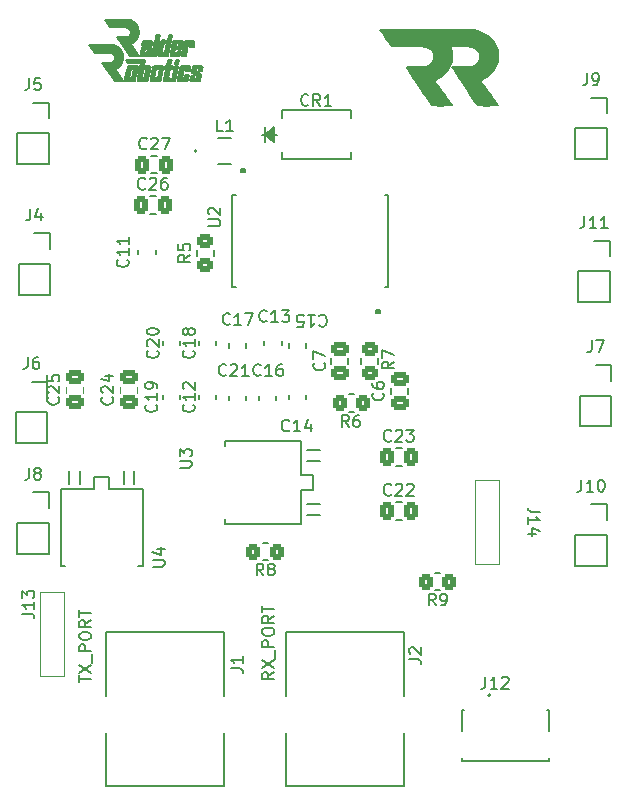
<source format=gto>
%TF.GenerationSoftware,KiCad,Pcbnew,(6.99.0-1698-gc3bed8f6ee)*%
%TF.CreationDate,2022-04-26T12:30:48-05:00*%
%TF.ProjectId,Pneumatics Control Unit V1,506e6575-6d61-4746-9963-7320436f6e74,rev?*%
%TF.SameCoordinates,Original*%
%TF.FileFunction,Legend,Top*%
%TF.FilePolarity,Positive*%
%FSLAX46Y46*%
G04 Gerber Fmt 4.6, Leading zero omitted, Abs format (unit mm)*
G04 Created by KiCad (PCBNEW (6.99.0-1698-gc3bed8f6ee)) date 2022-04-26 12:30:48*
%MOMM*%
%LPD*%
G01*
G04 APERTURE LIST*
G04 Aperture macros list*
%AMRoundRect*
0 Rectangle with rounded corners*
0 $1 Rounding radius*
0 $2 $3 $4 $5 $6 $7 $8 $9 X,Y pos of 4 corners*
0 Add a 4 corners polygon primitive as box body*
4,1,4,$2,$3,$4,$5,$6,$7,$8,$9,$2,$3,0*
0 Add four circle primitives for the rounded corners*
1,1,$1+$1,$2,$3*
1,1,$1+$1,$4,$5*
1,1,$1+$1,$6,$7*
1,1,$1+$1,$8,$9*
0 Add four rect primitives between the rounded corners*
20,1,$1+$1,$2,$3,$4,$5,0*
20,1,$1+$1,$4,$5,$6,$7,0*
20,1,$1+$1,$6,$7,$8,$9,0*
20,1,$1+$1,$8,$9,$2,$3,0*%
G04 Aperture macros list end*
%ADD10C,0.153000*%
%ADD11C,0.150000*%
%ADD12C,0.120000*%
%ADD13RoundRect,0.250000X0.475000X-0.337500X0.475000X0.337500X-0.475000X0.337500X-0.475000X-0.337500X0*%
%ADD14R,1.700000X1.700000*%
%ADD15O,1.700000X1.700000*%
%ADD16R,1.250000X0.855600*%
%ADD17C,4.170000*%
%ADD18C,3.000000*%
%ADD19C,1.200000*%
%ADD20R,0.939800X2.489200*%
%ADD21R,5.511800X5.918200*%
%ADD22RoundRect,0.250000X-0.337500X-0.475000X0.337500X-0.475000X0.337500X0.475000X-0.337500X0.475000X0*%
%ADD23R,2.184400X2.184400*%
%ADD24C,1.440000*%
%ADD25R,0.850900X2.006600*%
%ADD26RoundRect,0.250000X-0.475000X0.337500X-0.475000X-0.337500X0.475000X-0.337500X0.475000X0.337500X0*%
%ADD27R,0.400000X1.350000*%
%ADD28O,1.300000X0.650000*%
%ADD29O,0.775000X1.550000*%
%ADD30R,1.500000X1.550000*%
%ADD31R,0.533400X1.727200*%
%ADD32RoundRect,0.250000X0.350000X0.450000X-0.350000X0.450000X-0.350000X-0.450000X0.350000X-0.450000X0*%
%ADD33RoundRect,0.250000X-0.350000X-0.450000X0.350000X-0.450000X0.350000X0.450000X-0.350000X0.450000X0*%
%ADD34RoundRect,0.250000X-0.450000X0.350000X-0.450000X-0.350000X0.450000X-0.350000X0.450000X0.350000X0*%
%ADD35RoundRect,0.250000X0.450000X-0.350000X0.450000X0.350000X-0.450000X0.350000X-0.450000X-0.350000X0*%
%ADD36RoundRect,0.250000X0.337500X0.475000X-0.337500X0.475000X-0.337500X-0.475000X0.337500X-0.475000X0*%
%ADD37R,2.489200X0.939800*%
%ADD38R,5.918200X5.511800*%
%ADD39C,1.600000*%
%ADD40C,1.100000*%
%ADD41C,6.203200*%
G04 APERTURE END LIST*
D10*
G36*
X116872570Y-72135777D02*
G01*
X116875817Y-72127351D01*
X116879233Y-72119293D01*
X116882830Y-72111596D01*
X116886621Y-72104254D01*
X116890616Y-72097259D01*
X116894829Y-72090605D01*
X116899272Y-72084287D01*
X116903957Y-72078296D01*
X116908895Y-72072628D01*
X116914100Y-72067274D01*
X116919583Y-72062229D01*
X116925357Y-72057485D01*
X116931433Y-72053037D01*
X116937824Y-72048878D01*
X116944543Y-72045001D01*
X116951600Y-72041400D01*
X116959009Y-72038068D01*
X116966781Y-72034998D01*
X116974929Y-72032184D01*
X116983465Y-72029619D01*
X116992401Y-72027298D01*
X117001750Y-72025212D01*
X117011522Y-72023357D01*
X117021732Y-72021724D01*
X117032389Y-72020308D01*
X117055100Y-72018099D01*
X117079752Y-72016677D01*
X117106442Y-72015990D01*
X117252755Y-72015365D01*
X117416520Y-72016228D01*
X117554548Y-72018163D01*
X117623648Y-72020752D01*
X117629776Y-72021704D01*
X117635517Y-72022750D01*
X117640963Y-72023915D01*
X117646205Y-72025224D01*
X117651332Y-72026701D01*
X117656436Y-72028372D01*
X117661607Y-72030262D01*
X117666936Y-72032394D01*
X117666617Y-72031865D01*
X117671978Y-72034451D01*
X117677069Y-72037157D01*
X117681891Y-72039989D01*
X117686447Y-72042955D01*
X117690739Y-72046062D01*
X117694769Y-72049319D01*
X117698538Y-72052732D01*
X117702050Y-72056310D01*
X117705304Y-72060061D01*
X117708305Y-72063991D01*
X117711054Y-72068109D01*
X117713552Y-72072422D01*
X117715801Y-72076938D01*
X117717805Y-72081665D01*
X117719564Y-72086609D01*
X117721081Y-72091780D01*
X117722358Y-72097183D01*
X117723396Y-72102829D01*
X117724198Y-72108722D01*
X117724766Y-72114873D01*
X117725102Y-72121287D01*
X117725207Y-72127973D01*
X117725084Y-72134939D01*
X117724734Y-72142191D01*
X117724160Y-72149738D01*
X117723364Y-72157588D01*
X117722348Y-72165748D01*
X117721113Y-72174225D01*
X117719662Y-72183027D01*
X117717996Y-72192163D01*
X117714030Y-72211464D01*
X117540252Y-73082684D01*
X117531627Y-73119511D01*
X117523305Y-73152062D01*
X117515080Y-73180601D01*
X117506746Y-73205388D01*
X117498095Y-73226687D01*
X117493586Y-73236109D01*
X117488920Y-73244757D01*
X117484071Y-73252664D01*
X117479014Y-73259862D01*
X117473723Y-73266385D01*
X117468172Y-73272264D01*
X117462335Y-73277532D01*
X117456185Y-73282223D01*
X117449698Y-73286369D01*
X117442848Y-73290003D01*
X117435608Y-73293157D01*
X117427953Y-73295864D01*
X117419856Y-73298157D01*
X117411293Y-73300069D01*
X117392662Y-73302880D01*
X117371852Y-73304558D01*
X117348657Y-73305366D01*
X117322871Y-73305565D01*
X116750523Y-73305565D01*
X116744971Y-73305376D01*
X116739589Y-73304815D01*
X116734379Y-73303892D01*
X116729345Y-73302616D01*
X116724490Y-73300995D01*
X116719817Y-73299039D01*
X116715330Y-73296758D01*
X116711032Y-73294160D01*
X116706926Y-73291254D01*
X116703014Y-73288050D01*
X116699302Y-73284556D01*
X116695791Y-73280782D01*
X116692485Y-73276738D01*
X116689387Y-73272432D01*
X116686500Y-73267873D01*
X116683828Y-73263070D01*
X116681374Y-73258033D01*
X116679141Y-73252771D01*
X116677132Y-73247293D01*
X116675351Y-73241609D01*
X116673800Y-73235726D01*
X116672483Y-73229655D01*
X116671404Y-73223405D01*
X116670565Y-73216984D01*
X116669970Y-73210402D01*
X116669621Y-73203669D01*
X116669523Y-73196792D01*
X116669678Y-73189782D01*
X116670089Y-73182648D01*
X116670760Y-73175398D01*
X116671695Y-73168043D01*
X116672895Y-73160590D01*
X116689505Y-73074746D01*
X116970764Y-73074746D01*
X117250904Y-73074746D01*
X117411876Y-72271154D01*
X117405632Y-72271154D01*
X117405314Y-72271260D01*
X117131099Y-72271154D01*
X116970764Y-73074746D01*
X116689505Y-73074746D01*
X116869480Y-72144577D01*
X116872570Y-72135777D01*
G37*
X116872570Y-72135777D02*
X116875817Y-72127351D01*
X116879233Y-72119293D01*
X116882830Y-72111596D01*
X116886621Y-72104254D01*
X116890616Y-72097259D01*
X116894829Y-72090605D01*
X116899272Y-72084287D01*
X116903957Y-72078296D01*
X116908895Y-72072628D01*
X116914100Y-72067274D01*
X116919583Y-72062229D01*
X116925357Y-72057485D01*
X116931433Y-72053037D01*
X116937824Y-72048878D01*
X116944543Y-72045001D01*
X116951600Y-72041400D01*
X116959009Y-72038068D01*
X116966781Y-72034998D01*
X116974929Y-72032184D01*
X116983465Y-72029619D01*
X116992401Y-72027298D01*
X117001750Y-72025212D01*
X117011522Y-72023357D01*
X117021732Y-72021724D01*
X117032389Y-72020308D01*
X117055100Y-72018099D01*
X117079752Y-72016677D01*
X117106442Y-72015990D01*
X117252755Y-72015365D01*
X117416520Y-72016228D01*
X117554548Y-72018163D01*
X117623648Y-72020752D01*
X117629776Y-72021704D01*
X117635517Y-72022750D01*
X117640963Y-72023915D01*
X117646205Y-72025224D01*
X117651332Y-72026701D01*
X117656436Y-72028372D01*
X117661607Y-72030262D01*
X117666936Y-72032394D01*
X117666617Y-72031865D01*
X117671978Y-72034451D01*
X117677069Y-72037157D01*
X117681891Y-72039989D01*
X117686447Y-72042955D01*
X117690739Y-72046062D01*
X117694769Y-72049319D01*
X117698538Y-72052732D01*
X117702050Y-72056310D01*
X117705304Y-72060061D01*
X117708305Y-72063991D01*
X117711054Y-72068109D01*
X117713552Y-72072422D01*
X117715801Y-72076938D01*
X117717805Y-72081665D01*
X117719564Y-72086609D01*
X117721081Y-72091780D01*
X117722358Y-72097183D01*
X117723396Y-72102829D01*
X117724198Y-72108722D01*
X117724766Y-72114873D01*
X117725102Y-72121287D01*
X117725207Y-72127973D01*
X117725084Y-72134939D01*
X117724734Y-72142191D01*
X117724160Y-72149738D01*
X117723364Y-72157588D01*
X117722348Y-72165748D01*
X117721113Y-72174225D01*
X117719662Y-72183027D01*
X117717996Y-72192163D01*
X117714030Y-72211464D01*
X117540252Y-73082684D01*
X117531627Y-73119511D01*
X117523305Y-73152062D01*
X117515080Y-73180601D01*
X117506746Y-73205388D01*
X117498095Y-73226687D01*
X117493586Y-73236109D01*
X117488920Y-73244757D01*
X117484071Y-73252664D01*
X117479014Y-73259862D01*
X117473723Y-73266385D01*
X117468172Y-73272264D01*
X117462335Y-73277532D01*
X117456185Y-73282223D01*
X117449698Y-73286369D01*
X117442848Y-73290003D01*
X117435608Y-73293157D01*
X117427953Y-73295864D01*
X117419856Y-73298157D01*
X117411293Y-73300069D01*
X117392662Y-73302880D01*
X117371852Y-73304558D01*
X117348657Y-73305366D01*
X117322871Y-73305565D01*
X116750523Y-73305565D01*
X116744971Y-73305376D01*
X116739589Y-73304815D01*
X116734379Y-73303892D01*
X116729345Y-73302616D01*
X116724490Y-73300995D01*
X116719817Y-73299039D01*
X116715330Y-73296758D01*
X116711032Y-73294160D01*
X116706926Y-73291254D01*
X116703014Y-73288050D01*
X116699302Y-73284556D01*
X116695791Y-73280782D01*
X116692485Y-73276738D01*
X116689387Y-73272432D01*
X116686500Y-73267873D01*
X116683828Y-73263070D01*
X116681374Y-73258033D01*
X116679141Y-73252771D01*
X116677132Y-73247293D01*
X116675351Y-73241609D01*
X116673800Y-73235726D01*
X116672483Y-73229655D01*
X116671404Y-73223405D01*
X116670565Y-73216984D01*
X116669970Y-73210402D01*
X116669621Y-73203669D01*
X116669523Y-73196792D01*
X116669678Y-73189782D01*
X116670089Y-73182648D01*
X116670760Y-73175398D01*
X116671695Y-73168043D01*
X116672895Y-73160590D01*
X116689505Y-73074746D01*
X116970764Y-73074746D01*
X117250904Y-73074746D01*
X117411876Y-72271154D01*
X117405632Y-72271154D01*
X117405314Y-72271260D01*
X117131099Y-72271154D01*
X116970764Y-73074746D01*
X116689505Y-73074746D01*
X116869480Y-72144577D01*
X116872570Y-72135777D01*
G36*
X119016416Y-71860732D02*
G01*
X118720083Y-71860520D01*
X118781148Y-71552863D01*
X119055679Y-71552863D01*
X119056103Y-71552651D01*
X119077270Y-71552651D01*
X119016416Y-71860732D01*
G37*
X119016416Y-71860732D02*
X118720083Y-71860520D01*
X118781148Y-71552863D01*
X119055679Y-71552863D01*
X119056103Y-71552651D01*
X119077270Y-71552651D01*
X119016416Y-71860732D01*
G36*
X120739065Y-72015937D02*
G01*
X120876682Y-72017604D01*
X120923307Y-72018809D01*
X120948615Y-72020223D01*
X120954255Y-72020936D01*
X120959341Y-72021662D01*
X120963986Y-72022422D01*
X120968300Y-72023239D01*
X120972397Y-72024136D01*
X120976386Y-72025135D01*
X120980381Y-72026257D01*
X120984492Y-72027526D01*
X120984492Y-72027525D01*
X120984917Y-72027525D01*
X120990804Y-72029769D01*
X120996403Y-72032162D01*
X121001717Y-72034710D01*
X121006748Y-72037423D01*
X121011499Y-72040310D01*
X121015972Y-72043378D01*
X121020170Y-72046637D01*
X121024096Y-72050094D01*
X121027752Y-72053759D01*
X121031142Y-72057639D01*
X121034267Y-72061743D01*
X121037130Y-72066079D01*
X121039735Y-72070657D01*
X121042083Y-72075484D01*
X121044178Y-72080568D01*
X121046021Y-72085919D01*
X121047616Y-72091545D01*
X121048966Y-72097453D01*
X121050072Y-72103654D01*
X121050938Y-72110154D01*
X121051567Y-72116963D01*
X121051960Y-72124089D01*
X121052121Y-72131540D01*
X121052052Y-72139325D01*
X121051756Y-72147453D01*
X121051235Y-72155931D01*
X121050493Y-72164768D01*
X121049531Y-72173973D01*
X121048353Y-72183554D01*
X121046961Y-72193520D01*
X121043547Y-72214639D01*
X120999837Y-72442921D01*
X120719486Y-72442815D01*
X120755363Y-72244378D01*
X120498399Y-72244484D01*
X120459134Y-72433396D01*
X120878447Y-72713326D01*
X120887035Y-72721330D01*
X120890958Y-72725243D01*
X120894637Y-72729119D01*
X120898077Y-72732974D01*
X120901280Y-72736825D01*
X120904249Y-72740688D01*
X120906987Y-72744579D01*
X120909497Y-72748517D01*
X120911783Y-72752515D01*
X120913847Y-72756593D01*
X120915693Y-72760765D01*
X120917323Y-72765048D01*
X120918741Y-72769459D01*
X120919949Y-72774014D01*
X120920952Y-72778731D01*
X120921751Y-72783624D01*
X120922350Y-72788712D01*
X120922753Y-72794010D01*
X120922961Y-72799534D01*
X120922979Y-72805302D01*
X120922809Y-72811330D01*
X120922455Y-72817635D01*
X120921919Y-72824232D01*
X120920314Y-72838372D01*
X120918021Y-72853881D01*
X120915063Y-72870893D01*
X120911466Y-72889538D01*
X120846945Y-73189725D01*
X120844139Y-73201538D01*
X120840581Y-73213022D01*
X120836225Y-73224116D01*
X120833732Y-73229498D01*
X120831022Y-73234760D01*
X120828089Y-73239895D01*
X120824927Y-73244895D01*
X120821530Y-73249752D01*
X120817893Y-73254460D01*
X120814008Y-73259010D01*
X120809871Y-73263395D01*
X120805475Y-73267608D01*
X120800815Y-73271640D01*
X120795885Y-73275485D01*
X120790678Y-73279136D01*
X120785189Y-73282583D01*
X120779413Y-73285821D01*
X120773342Y-73288841D01*
X120766972Y-73291637D01*
X120760297Y-73294200D01*
X120753310Y-73296522D01*
X120746005Y-73298598D01*
X120738377Y-73300418D01*
X120730420Y-73301976D01*
X120722128Y-73303264D01*
X120713496Y-73304274D01*
X120704516Y-73304999D01*
X120695184Y-73305432D01*
X120685493Y-73305565D01*
X120086337Y-73305565D01*
X120081036Y-73305214D01*
X120076004Y-73304449D01*
X120071238Y-73303278D01*
X120066737Y-73301711D01*
X120062497Y-73299754D01*
X120058516Y-73297416D01*
X120054791Y-73294705D01*
X120051320Y-73291629D01*
X120048101Y-73288197D01*
X120045129Y-73284416D01*
X120042404Y-73280295D01*
X120039922Y-73275843D01*
X120037681Y-73271066D01*
X120035678Y-73265974D01*
X120033911Y-73260575D01*
X120032376Y-73254876D01*
X120031072Y-73248886D01*
X120029996Y-73242613D01*
X120029145Y-73236066D01*
X120028516Y-73229252D01*
X120028108Y-73222180D01*
X120027916Y-73214857D01*
X120027940Y-73207293D01*
X120028176Y-73199495D01*
X120028621Y-73191471D01*
X120029274Y-73183229D01*
X120030130Y-73174779D01*
X120031189Y-73166127D01*
X120032447Y-73157283D01*
X120033901Y-73148254D01*
X120035550Y-73139048D01*
X120037390Y-73129674D01*
X120086391Y-72889327D01*
X120368648Y-72889115D01*
X120326103Y-73100781D01*
X120585924Y-73100887D01*
X120627199Y-72897899D01*
X120201512Y-72616118D01*
X120197798Y-72613227D01*
X120194277Y-72610312D01*
X120190949Y-72607368D01*
X120187808Y-72604392D01*
X120184854Y-72601381D01*
X120182082Y-72598331D01*
X120179490Y-72595238D01*
X120177075Y-72592099D01*
X120174834Y-72588910D01*
X120172765Y-72585667D01*
X120170864Y-72582367D01*
X120169128Y-72579005D01*
X120167555Y-72575580D01*
X120166141Y-72572086D01*
X120164884Y-72568520D01*
X120163781Y-72564878D01*
X120162829Y-72561158D01*
X120162026Y-72557354D01*
X120161367Y-72553465D01*
X120160851Y-72549485D01*
X120160474Y-72545411D01*
X120160234Y-72541240D01*
X120160127Y-72536968D01*
X120160152Y-72532592D01*
X120160581Y-72523511D01*
X120161499Y-72513967D01*
X120162882Y-72503933D01*
X120164708Y-72493378D01*
X120238685Y-72123914D01*
X120241702Y-72111335D01*
X120245303Y-72099474D01*
X120247361Y-72093818D01*
X120249609Y-72088345D01*
X120252063Y-72083059D01*
X120254737Y-72077961D01*
X120257646Y-72073053D01*
X120260805Y-72068336D01*
X120264228Y-72063812D01*
X120267931Y-72059483D01*
X120271929Y-72055351D01*
X120276235Y-72051416D01*
X120280865Y-72047682D01*
X120285834Y-72044148D01*
X120291157Y-72040819D01*
X120296847Y-72037694D01*
X120302921Y-72034775D01*
X120309393Y-72032066D01*
X120316277Y-72029566D01*
X120323589Y-72027277D01*
X120331343Y-72025203D01*
X120339554Y-72023343D01*
X120348236Y-72021700D01*
X120357406Y-72020276D01*
X120367077Y-72019072D01*
X120377264Y-72018089D01*
X120387982Y-72017331D01*
X120399246Y-72016797D01*
X120411070Y-72016491D01*
X120423470Y-72016413D01*
X120574938Y-72015461D01*
X120739065Y-72015937D01*
G37*
X120739065Y-72015937D02*
X120876682Y-72017604D01*
X120923307Y-72018809D01*
X120948615Y-72020223D01*
X120954255Y-72020936D01*
X120959341Y-72021662D01*
X120963986Y-72022422D01*
X120968300Y-72023239D01*
X120972397Y-72024136D01*
X120976386Y-72025135D01*
X120980381Y-72026257D01*
X120984492Y-72027526D01*
X120984492Y-72027525D01*
X120984917Y-72027525D01*
X120990804Y-72029769D01*
X120996403Y-72032162D01*
X121001717Y-72034710D01*
X121006748Y-72037423D01*
X121011499Y-72040310D01*
X121015972Y-72043378D01*
X121020170Y-72046637D01*
X121024096Y-72050094D01*
X121027752Y-72053759D01*
X121031142Y-72057639D01*
X121034267Y-72061743D01*
X121037130Y-72066079D01*
X121039735Y-72070657D01*
X121042083Y-72075484D01*
X121044178Y-72080568D01*
X121046021Y-72085919D01*
X121047616Y-72091545D01*
X121048966Y-72097453D01*
X121050072Y-72103654D01*
X121050938Y-72110154D01*
X121051567Y-72116963D01*
X121051960Y-72124089D01*
X121052121Y-72131540D01*
X121052052Y-72139325D01*
X121051756Y-72147453D01*
X121051235Y-72155931D01*
X121050493Y-72164768D01*
X121049531Y-72173973D01*
X121048353Y-72183554D01*
X121046961Y-72193520D01*
X121043547Y-72214639D01*
X120999837Y-72442921D01*
X120719486Y-72442815D01*
X120755363Y-72244378D01*
X120498399Y-72244484D01*
X120459134Y-72433396D01*
X120878447Y-72713326D01*
X120887035Y-72721330D01*
X120890958Y-72725243D01*
X120894637Y-72729119D01*
X120898077Y-72732974D01*
X120901280Y-72736825D01*
X120904249Y-72740688D01*
X120906987Y-72744579D01*
X120909497Y-72748517D01*
X120911783Y-72752515D01*
X120913847Y-72756593D01*
X120915693Y-72760765D01*
X120917323Y-72765048D01*
X120918741Y-72769459D01*
X120919949Y-72774014D01*
X120920952Y-72778731D01*
X120921751Y-72783624D01*
X120922350Y-72788712D01*
X120922753Y-72794010D01*
X120922961Y-72799534D01*
X120922979Y-72805302D01*
X120922809Y-72811330D01*
X120922455Y-72817635D01*
X120921919Y-72824232D01*
X120920314Y-72838372D01*
X120918021Y-72853881D01*
X120915063Y-72870893D01*
X120911466Y-72889538D01*
X120846945Y-73189725D01*
X120844139Y-73201538D01*
X120840581Y-73213022D01*
X120836225Y-73224116D01*
X120833732Y-73229498D01*
X120831022Y-73234760D01*
X120828089Y-73239895D01*
X120824927Y-73244895D01*
X120821530Y-73249752D01*
X120817893Y-73254460D01*
X120814008Y-73259010D01*
X120809871Y-73263395D01*
X120805475Y-73267608D01*
X120800815Y-73271640D01*
X120795885Y-73275485D01*
X120790678Y-73279136D01*
X120785189Y-73282583D01*
X120779413Y-73285821D01*
X120773342Y-73288841D01*
X120766972Y-73291637D01*
X120760297Y-73294200D01*
X120753310Y-73296522D01*
X120746005Y-73298598D01*
X120738377Y-73300418D01*
X120730420Y-73301976D01*
X120722128Y-73303264D01*
X120713496Y-73304274D01*
X120704516Y-73304999D01*
X120695184Y-73305432D01*
X120685493Y-73305565D01*
X120086337Y-73305565D01*
X120081036Y-73305214D01*
X120076004Y-73304449D01*
X120071238Y-73303278D01*
X120066737Y-73301711D01*
X120062497Y-73299754D01*
X120058516Y-73297416D01*
X120054791Y-73294705D01*
X120051320Y-73291629D01*
X120048101Y-73288197D01*
X120045129Y-73284416D01*
X120042404Y-73280295D01*
X120039922Y-73275843D01*
X120037681Y-73271066D01*
X120035678Y-73265974D01*
X120033911Y-73260575D01*
X120032376Y-73254876D01*
X120031072Y-73248886D01*
X120029996Y-73242613D01*
X120029145Y-73236066D01*
X120028516Y-73229252D01*
X120028108Y-73222180D01*
X120027916Y-73214857D01*
X120027940Y-73207293D01*
X120028176Y-73199495D01*
X120028621Y-73191471D01*
X120029274Y-73183229D01*
X120030130Y-73174779D01*
X120031189Y-73166127D01*
X120032447Y-73157283D01*
X120033901Y-73148254D01*
X120035550Y-73139048D01*
X120037390Y-73129674D01*
X120086391Y-72889327D01*
X120368648Y-72889115D01*
X120326103Y-73100781D01*
X120585924Y-73100887D01*
X120627199Y-72897899D01*
X120201512Y-72616118D01*
X120197798Y-72613227D01*
X120194277Y-72610312D01*
X120190949Y-72607368D01*
X120187808Y-72604392D01*
X120184854Y-72601381D01*
X120182082Y-72598331D01*
X120179490Y-72595238D01*
X120177075Y-72592099D01*
X120174834Y-72588910D01*
X120172765Y-72585667D01*
X120170864Y-72582367D01*
X120169128Y-72579005D01*
X120167555Y-72575580D01*
X120166141Y-72572086D01*
X120164884Y-72568520D01*
X120163781Y-72564878D01*
X120162829Y-72561158D01*
X120162026Y-72557354D01*
X120161367Y-72553465D01*
X120160851Y-72549485D01*
X120160474Y-72545411D01*
X120160234Y-72541240D01*
X120160127Y-72536968D01*
X120160152Y-72532592D01*
X120160581Y-72523511D01*
X120161499Y-72513967D01*
X120162882Y-72503933D01*
X120164708Y-72493378D01*
X120238685Y-72123914D01*
X120241702Y-72111335D01*
X120245303Y-72099474D01*
X120247361Y-72093818D01*
X120249609Y-72088345D01*
X120252063Y-72083059D01*
X120254737Y-72077961D01*
X120257646Y-72073053D01*
X120260805Y-72068336D01*
X120264228Y-72063812D01*
X120267931Y-72059483D01*
X120271929Y-72055351D01*
X120276235Y-72051416D01*
X120280865Y-72047682D01*
X120285834Y-72044148D01*
X120291157Y-72040819D01*
X120296847Y-72037694D01*
X120302921Y-72034775D01*
X120309393Y-72032066D01*
X120316277Y-72029566D01*
X120323589Y-72027277D01*
X120331343Y-72025203D01*
X120339554Y-72023343D01*
X120348236Y-72021700D01*
X120357406Y-72020276D01*
X120367077Y-72019072D01*
X120377264Y-72018089D01*
X120387982Y-72017331D01*
X120399246Y-72016797D01*
X120411070Y-72016491D01*
X120423470Y-72016413D01*
X120574938Y-72015461D01*
X120739065Y-72015937D01*
G36*
X120260226Y-69890435D02*
G01*
X120271542Y-69890887D01*
X120282619Y-69891735D01*
X120293388Y-69893061D01*
X120303780Y-69894946D01*
X120313726Y-69897473D01*
X120323155Y-69900722D01*
X120327654Y-69902644D01*
X120331998Y-69904777D01*
X120336178Y-69907131D01*
X120340186Y-69909718D01*
X120344013Y-69912546D01*
X120347650Y-69915627D01*
X120351088Y-69918970D01*
X120354319Y-69922587D01*
X120357334Y-69926486D01*
X120360125Y-69930678D01*
X120362683Y-69935174D01*
X120364998Y-69939984D01*
X120367063Y-69945117D01*
X120368869Y-69950585D01*
X120370406Y-69956397D01*
X120371668Y-69962563D01*
X120372643Y-69969095D01*
X120373325Y-69976001D01*
X120373704Y-69983292D01*
X120373772Y-69990979D01*
X120304899Y-70410275D01*
X120013608Y-70406306D01*
X120061660Y-70140680D01*
X119845443Y-70144457D01*
X119642488Y-71162421D01*
X119350483Y-71162421D01*
X119603730Y-69886982D01*
X120260226Y-69890435D01*
G37*
X120260226Y-69890435D02*
X120271542Y-69890887D01*
X120282619Y-69891735D01*
X120293388Y-69893061D01*
X120303780Y-69894946D01*
X120313726Y-69897473D01*
X120323155Y-69900722D01*
X120327654Y-69902644D01*
X120331998Y-69904777D01*
X120336178Y-69907131D01*
X120340186Y-69909718D01*
X120344013Y-69912546D01*
X120347650Y-69915627D01*
X120351088Y-69918970D01*
X120354319Y-69922587D01*
X120357334Y-69926486D01*
X120360125Y-69930678D01*
X120362683Y-69935174D01*
X120364998Y-69939984D01*
X120367063Y-69945117D01*
X120368869Y-69950585D01*
X120370406Y-69956397D01*
X120371668Y-69962563D01*
X120372643Y-69969095D01*
X120373325Y-69976001D01*
X120373704Y-69983292D01*
X120373772Y-69990979D01*
X120304899Y-70410275D01*
X120013608Y-70406306D01*
X120061660Y-70140680D01*
X119845443Y-70144457D01*
X119642488Y-71162421D01*
X119350483Y-71162421D01*
X119603730Y-69886982D01*
X120260226Y-69890435D01*
G36*
X114756730Y-71821997D02*
G01*
X114583798Y-71553921D01*
X116195111Y-71553921D01*
X116090335Y-72074304D01*
X116126231Y-72065673D01*
X116140455Y-72062671D01*
X116148498Y-72061199D01*
X116157870Y-72059632D01*
X116182732Y-72055875D01*
X116219295Y-72050714D01*
X116344547Y-72033452D01*
X116385677Y-72028124D01*
X116423164Y-72024034D01*
X116457158Y-72021226D01*
X116487809Y-72019743D01*
X116515266Y-72019628D01*
X116539679Y-72020924D01*
X116561198Y-72023675D01*
X116579973Y-72027922D01*
X116596153Y-72033710D01*
X116603317Y-72037195D01*
X116609888Y-72041082D01*
X116615886Y-72045374D01*
X116621329Y-72050079D01*
X116626235Y-72055202D01*
X116630624Y-72060747D01*
X116634514Y-72066720D01*
X116637923Y-72073127D01*
X116643377Y-72087264D01*
X116647135Y-72103199D01*
X116649346Y-72120976D01*
X116649707Y-72126554D01*
X116649946Y-72131774D01*
X116649961Y-72134562D01*
X116649874Y-72137636D01*
X116649662Y-72141123D01*
X116649301Y-72145146D01*
X116648766Y-72149831D01*
X116648035Y-72155304D01*
X116647083Y-72161690D01*
X116645887Y-72169115D01*
X116644422Y-72177703D01*
X116642666Y-72187579D01*
X116638182Y-72211702D01*
X116632244Y-72242484D01*
X116624663Y-72280929D01*
X116615247Y-72328040D01*
X116603806Y-72384819D01*
X116574089Y-72531392D01*
X116533989Y-72728671D01*
X116439903Y-73191480D01*
X116437522Y-73197671D01*
X116434866Y-73203722D01*
X116431942Y-73209629D01*
X116428755Y-73215390D01*
X116425313Y-73221002D01*
X116421620Y-73226462D01*
X116417683Y-73231767D01*
X116413507Y-73236913D01*
X116409100Y-73241899D01*
X116404466Y-73246722D01*
X116399612Y-73251377D01*
X116394544Y-73255864D01*
X116389267Y-73260178D01*
X116383789Y-73264316D01*
X116378114Y-73268277D01*
X116372249Y-73272057D01*
X116366200Y-73275653D01*
X116359972Y-73279062D01*
X116353573Y-73282281D01*
X116347007Y-73285308D01*
X116340281Y-73288140D01*
X116333401Y-73290773D01*
X116326373Y-73293205D01*
X116319203Y-73295433D01*
X116311897Y-73297454D01*
X116304460Y-73299265D01*
X116296900Y-73300864D01*
X116289221Y-73302246D01*
X116281430Y-73303411D01*
X116273534Y-73304354D01*
X116265537Y-73305073D01*
X116257446Y-73305564D01*
X115548999Y-73305564D01*
X115595009Y-73074852D01*
X115892534Y-73074852D01*
X115941164Y-73074773D01*
X115989794Y-73074852D01*
X116068167Y-73074895D01*
X116092103Y-73074283D01*
X116101237Y-73073676D01*
X116108857Y-73072815D01*
X116115241Y-73071658D01*
X116120670Y-73070166D01*
X116125424Y-73068297D01*
X116129782Y-73066011D01*
X116134025Y-73063268D01*
X116138433Y-73060026D01*
X116148862Y-73051886D01*
X116154069Y-73047568D01*
X116158704Y-73043499D01*
X116160828Y-73041500D01*
X116162837Y-73039491D01*
X116164737Y-73037451D01*
X116166538Y-73035356D01*
X116168248Y-73033182D01*
X116169877Y-73030906D01*
X116171433Y-73028504D01*
X116172926Y-73025953D01*
X116174362Y-73023229D01*
X116175753Y-73020309D01*
X116177105Y-73017169D01*
X116178429Y-73013786D01*
X116179733Y-73010137D01*
X116181025Y-73006197D01*
X116182314Y-73001943D01*
X116183610Y-72997353D01*
X116184921Y-72992402D01*
X116186255Y-72987067D01*
X116189031Y-72975150D01*
X116192006Y-72961416D01*
X116195252Y-72945675D01*
X116202836Y-72907424D01*
X116294118Y-72442882D01*
X116311303Y-72363025D01*
X116332694Y-72271154D01*
X116052341Y-72271154D01*
X115892534Y-73074852D01*
X115595009Y-73074852D01*
X115844908Y-71821785D01*
X114756730Y-71821997D01*
G37*
X114756730Y-71821997D02*
X114583798Y-71553921D01*
X116195111Y-71553921D01*
X116090335Y-72074304D01*
X116126231Y-72065673D01*
X116140455Y-72062671D01*
X116148498Y-72061199D01*
X116157870Y-72059632D01*
X116182732Y-72055875D01*
X116219295Y-72050714D01*
X116344547Y-72033452D01*
X116385677Y-72028124D01*
X116423164Y-72024034D01*
X116457158Y-72021226D01*
X116487809Y-72019743D01*
X116515266Y-72019628D01*
X116539679Y-72020924D01*
X116561198Y-72023675D01*
X116579973Y-72027922D01*
X116596153Y-72033710D01*
X116603317Y-72037195D01*
X116609888Y-72041082D01*
X116615886Y-72045374D01*
X116621329Y-72050079D01*
X116626235Y-72055202D01*
X116630624Y-72060747D01*
X116634514Y-72066720D01*
X116637923Y-72073127D01*
X116643377Y-72087264D01*
X116647135Y-72103199D01*
X116649346Y-72120976D01*
X116649707Y-72126554D01*
X116649946Y-72131774D01*
X116649961Y-72134562D01*
X116649874Y-72137636D01*
X116649662Y-72141123D01*
X116649301Y-72145146D01*
X116648766Y-72149831D01*
X116648035Y-72155304D01*
X116647083Y-72161690D01*
X116645887Y-72169115D01*
X116644422Y-72177703D01*
X116642666Y-72187579D01*
X116638182Y-72211702D01*
X116632244Y-72242484D01*
X116624663Y-72280929D01*
X116615247Y-72328040D01*
X116603806Y-72384819D01*
X116574089Y-72531392D01*
X116533989Y-72728671D01*
X116439903Y-73191480D01*
X116437522Y-73197671D01*
X116434866Y-73203722D01*
X116431942Y-73209629D01*
X116428755Y-73215390D01*
X116425313Y-73221002D01*
X116421620Y-73226462D01*
X116417683Y-73231767D01*
X116413507Y-73236913D01*
X116409100Y-73241899D01*
X116404466Y-73246722D01*
X116399612Y-73251377D01*
X116394544Y-73255864D01*
X116389267Y-73260178D01*
X116383789Y-73264316D01*
X116378114Y-73268277D01*
X116372249Y-73272057D01*
X116366200Y-73275653D01*
X116359972Y-73279062D01*
X116353573Y-73282281D01*
X116347007Y-73285308D01*
X116340281Y-73288140D01*
X116333401Y-73290773D01*
X116326373Y-73293205D01*
X116319203Y-73295433D01*
X116311897Y-73297454D01*
X116304460Y-73299265D01*
X116296900Y-73300864D01*
X116289221Y-73302246D01*
X116281430Y-73303411D01*
X116273534Y-73304354D01*
X116265537Y-73305073D01*
X116257446Y-73305564D01*
X115548999Y-73305564D01*
X115595009Y-73074852D01*
X115892534Y-73074852D01*
X115941164Y-73074773D01*
X115989794Y-73074852D01*
X116068167Y-73074895D01*
X116092103Y-73074283D01*
X116101237Y-73073676D01*
X116108857Y-73072815D01*
X116115241Y-73071658D01*
X116120670Y-73070166D01*
X116125424Y-73068297D01*
X116129782Y-73066011D01*
X116134025Y-73063268D01*
X116138433Y-73060026D01*
X116148862Y-73051886D01*
X116154069Y-73047568D01*
X116158704Y-73043499D01*
X116160828Y-73041500D01*
X116162837Y-73039491D01*
X116164737Y-73037451D01*
X116166538Y-73035356D01*
X116168248Y-73033182D01*
X116169877Y-73030906D01*
X116171433Y-73028504D01*
X116172926Y-73025953D01*
X116174362Y-73023229D01*
X116175753Y-73020309D01*
X116177105Y-73017169D01*
X116178429Y-73013786D01*
X116179733Y-73010137D01*
X116181025Y-73006197D01*
X116182314Y-73001943D01*
X116183610Y-72997353D01*
X116184921Y-72992402D01*
X116186255Y-72987067D01*
X116189031Y-72975150D01*
X116192006Y-72961416D01*
X116195252Y-72945675D01*
X116202836Y-72907424D01*
X116294118Y-72442882D01*
X116311303Y-72363025D01*
X116332694Y-72271154D01*
X116052341Y-72271154D01*
X115892534Y-73074852D01*
X115595009Y-73074852D01*
X115844908Y-71821785D01*
X114756730Y-71821997D01*
G36*
X114720835Y-72098882D02*
G01*
X114723411Y-72091653D01*
X114726230Y-72084862D01*
X114729288Y-72078495D01*
X114732579Y-72072539D01*
X114736099Y-72066979D01*
X114739843Y-72061803D01*
X114743807Y-72056996D01*
X114747986Y-72052544D01*
X114752374Y-72048435D01*
X114756968Y-72044654D01*
X114761763Y-72041187D01*
X114766753Y-72038021D01*
X114771935Y-72035143D01*
X114777303Y-72032538D01*
X114782853Y-72030193D01*
X114788581Y-72028094D01*
X114794480Y-72026227D01*
X114800548Y-72024579D01*
X114806778Y-72023136D01*
X114813166Y-72021884D01*
X114819708Y-72020810D01*
X114833235Y-72019139D01*
X114847318Y-72018014D01*
X114861922Y-72017326D01*
X114877009Y-72016964D01*
X114892540Y-72016819D01*
X115440314Y-72018441D01*
X115449995Y-72018899D01*
X115459230Y-72019878D01*
X115468026Y-72021357D01*
X115476391Y-72023312D01*
X115484329Y-72025723D01*
X115491848Y-72028566D01*
X115498953Y-72031820D01*
X115505653Y-72035462D01*
X115511952Y-72039470D01*
X115517857Y-72043822D01*
X115523375Y-72048496D01*
X115528513Y-72053469D01*
X115533276Y-72058720D01*
X115537671Y-72064226D01*
X115541704Y-72069965D01*
X115545383Y-72075915D01*
X115548712Y-72082054D01*
X115551700Y-72088359D01*
X115554351Y-72094809D01*
X115556674Y-72101381D01*
X115558673Y-72108053D01*
X115560356Y-72114802D01*
X115561729Y-72121608D01*
X115562799Y-72128446D01*
X115563571Y-72135296D01*
X115564052Y-72142135D01*
X115564249Y-72148941D01*
X115564169Y-72155692D01*
X115563817Y-72162365D01*
X115563199Y-72168939D01*
X115562324Y-72175390D01*
X115561196Y-72181698D01*
X115369716Y-73146078D01*
X115365596Y-73165049D01*
X115361123Y-73182728D01*
X115356282Y-73199135D01*
X115351057Y-73214291D01*
X115345432Y-73228218D01*
X115339393Y-73240937D01*
X115332923Y-73252470D01*
X115326007Y-73262839D01*
X115318630Y-73272063D01*
X115310777Y-73280166D01*
X115302430Y-73287168D01*
X115293576Y-73293090D01*
X115284199Y-73297955D01*
X115274283Y-73301783D01*
X115263812Y-73304596D01*
X115252772Y-73306416D01*
X114561573Y-73305569D01*
X114558331Y-73305665D01*
X114555080Y-73305507D01*
X114551830Y-73305103D01*
X114548588Y-73304457D01*
X114545363Y-73303578D01*
X114542165Y-73302472D01*
X114539002Y-73301146D01*
X114535882Y-73299607D01*
X114532816Y-73297862D01*
X114529811Y-73295917D01*
X114526876Y-73293780D01*
X114524020Y-73291456D01*
X114521252Y-73288954D01*
X114518581Y-73286279D01*
X114516015Y-73283439D01*
X114513564Y-73280440D01*
X114511235Y-73277289D01*
X114509038Y-73273994D01*
X114506982Y-73270560D01*
X114505075Y-73266995D01*
X114503327Y-73263306D01*
X114501745Y-73259499D01*
X114500339Y-73255581D01*
X114499118Y-73251559D01*
X114498090Y-73247440D01*
X114497264Y-73243230D01*
X114496649Y-73238937D01*
X114496254Y-73234567D01*
X114496087Y-73230127D01*
X114496158Y-73225624D01*
X114496474Y-73221065D01*
X114497046Y-73216456D01*
X114525322Y-73074746D01*
X114814409Y-73074746D01*
X115094868Y-73074746D01*
X115255733Y-72271154D01*
X115249595Y-72271154D01*
X115249172Y-72271260D01*
X114975064Y-72271154D01*
X114814409Y-73074746D01*
X114525322Y-73074746D01*
X114718507Y-72106563D01*
X114720835Y-72098882D01*
G37*
X114720835Y-72098882D02*
X114723411Y-72091653D01*
X114726230Y-72084862D01*
X114729288Y-72078495D01*
X114732579Y-72072539D01*
X114736099Y-72066979D01*
X114739843Y-72061803D01*
X114743807Y-72056996D01*
X114747986Y-72052544D01*
X114752374Y-72048435D01*
X114756968Y-72044654D01*
X114761763Y-72041187D01*
X114766753Y-72038021D01*
X114771935Y-72035143D01*
X114777303Y-72032538D01*
X114782853Y-72030193D01*
X114788581Y-72028094D01*
X114794480Y-72026227D01*
X114800548Y-72024579D01*
X114806778Y-72023136D01*
X114813166Y-72021884D01*
X114819708Y-72020810D01*
X114833235Y-72019139D01*
X114847318Y-72018014D01*
X114861922Y-72017326D01*
X114877009Y-72016964D01*
X114892540Y-72016819D01*
X115440314Y-72018441D01*
X115449995Y-72018899D01*
X115459230Y-72019878D01*
X115468026Y-72021357D01*
X115476391Y-72023312D01*
X115484329Y-72025723D01*
X115491848Y-72028566D01*
X115498953Y-72031820D01*
X115505653Y-72035462D01*
X115511952Y-72039470D01*
X115517857Y-72043822D01*
X115523375Y-72048496D01*
X115528513Y-72053469D01*
X115533276Y-72058720D01*
X115537671Y-72064226D01*
X115541704Y-72069965D01*
X115545383Y-72075915D01*
X115548712Y-72082054D01*
X115551700Y-72088359D01*
X115554351Y-72094809D01*
X115556674Y-72101381D01*
X115558673Y-72108053D01*
X115560356Y-72114802D01*
X115561729Y-72121608D01*
X115562799Y-72128446D01*
X115563571Y-72135296D01*
X115564052Y-72142135D01*
X115564249Y-72148941D01*
X115564169Y-72155692D01*
X115563817Y-72162365D01*
X115563199Y-72168939D01*
X115562324Y-72175390D01*
X115561196Y-72181698D01*
X115369716Y-73146078D01*
X115365596Y-73165049D01*
X115361123Y-73182728D01*
X115356282Y-73199135D01*
X115351057Y-73214291D01*
X115345432Y-73228218D01*
X115339393Y-73240937D01*
X115332923Y-73252470D01*
X115326007Y-73262839D01*
X115318630Y-73272063D01*
X115310777Y-73280166D01*
X115302430Y-73287168D01*
X115293576Y-73293090D01*
X115284199Y-73297955D01*
X115274283Y-73301783D01*
X115263812Y-73304596D01*
X115252772Y-73306416D01*
X114561573Y-73305569D01*
X114558331Y-73305665D01*
X114555080Y-73305507D01*
X114551830Y-73305103D01*
X114548588Y-73304457D01*
X114545363Y-73303578D01*
X114542165Y-73302472D01*
X114539002Y-73301146D01*
X114535882Y-73299607D01*
X114532816Y-73297862D01*
X114529811Y-73295917D01*
X114526876Y-73293780D01*
X114524020Y-73291456D01*
X114521252Y-73288954D01*
X114518581Y-73286279D01*
X114516015Y-73283439D01*
X114513564Y-73280440D01*
X114511235Y-73277289D01*
X114509038Y-73273994D01*
X114506982Y-73270560D01*
X114505075Y-73266995D01*
X114503327Y-73263306D01*
X114501745Y-73259499D01*
X114500339Y-73255581D01*
X114499118Y-73251559D01*
X114498090Y-73247440D01*
X114497264Y-73243230D01*
X114496649Y-73238937D01*
X114496254Y-73234567D01*
X114496087Y-73230127D01*
X114496158Y-73225624D01*
X114496474Y-73221065D01*
X114497046Y-73216456D01*
X114525322Y-73074746D01*
X114814409Y-73074746D01*
X115094868Y-73074746D01*
X115255733Y-72271154D01*
X115249595Y-72271154D01*
X115249172Y-72271260D01*
X114975064Y-72271154D01*
X114814409Y-73074746D01*
X114525322Y-73074746D01*
X114718507Y-72106563D01*
X114720835Y-72098882D01*
G36*
X113380956Y-70261067D02*
G01*
X113408631Y-70262926D01*
X113437429Y-70265949D01*
X113467112Y-70270065D01*
X113497439Y-70275200D01*
X113528171Y-70281280D01*
X113559067Y-70288232D01*
X113589890Y-70295983D01*
X113620397Y-70304459D01*
X113650351Y-70313587D01*
X113679511Y-70323293D01*
X113707638Y-70333505D01*
X113734491Y-70344149D01*
X113759832Y-70355151D01*
X113783420Y-70366439D01*
X113805016Y-70377938D01*
X113842726Y-70400564D01*
X113877429Y-70422889D01*
X113909348Y-70444976D01*
X113938705Y-70466887D01*
X113965723Y-70488683D01*
X113990624Y-70510426D01*
X114013631Y-70532178D01*
X114034966Y-70554001D01*
X114054852Y-70575957D01*
X114073512Y-70598108D01*
X114091168Y-70620516D01*
X114108043Y-70643243D01*
X114140339Y-70689899D01*
X114172180Y-70738573D01*
X114182705Y-70756734D01*
X114193618Y-70777119D01*
X114204782Y-70799562D01*
X114216059Y-70823900D01*
X114227315Y-70849969D01*
X114238411Y-70877605D01*
X114249211Y-70906643D01*
X114259579Y-70936921D01*
X114269378Y-70968274D01*
X114278471Y-71000538D01*
X114286722Y-71033548D01*
X114293994Y-71067142D01*
X114300150Y-71101156D01*
X114305054Y-71135424D01*
X114308569Y-71169783D01*
X114310559Y-71204070D01*
X114312924Y-71287602D01*
X114313420Y-71356584D01*
X114312853Y-71386811D01*
X114311684Y-71414831D01*
X114309867Y-71441121D01*
X114307357Y-71466159D01*
X114304109Y-71490420D01*
X114300078Y-71514383D01*
X114295219Y-71538524D01*
X114289487Y-71563320D01*
X114275224Y-71616785D01*
X114256928Y-71678593D01*
X114246469Y-71707954D01*
X114235900Y-71735802D01*
X114225162Y-71762254D01*
X114214201Y-71787427D01*
X114202957Y-71811441D01*
X114191374Y-71834412D01*
X114179396Y-71856459D01*
X114166965Y-71877699D01*
X114154024Y-71898251D01*
X114140516Y-71918231D01*
X114126384Y-71937758D01*
X114111570Y-71956950D01*
X114096019Y-71975924D01*
X114079673Y-71994799D01*
X114062475Y-72013692D01*
X114044367Y-72032721D01*
X114021082Y-72055969D01*
X113997384Y-72078171D01*
X113973275Y-72099316D01*
X113948754Y-72119394D01*
X113923825Y-72138393D01*
X113898487Y-72156302D01*
X113872742Y-72173110D01*
X113846590Y-72188807D01*
X113820033Y-72203381D01*
X113793071Y-72216821D01*
X113765707Y-72229118D01*
X113737940Y-72240259D01*
X113709772Y-72250233D01*
X113681204Y-72259030D01*
X113652236Y-72266640D01*
X113622871Y-72273050D01*
X114355184Y-73305569D01*
X113601721Y-73305564D01*
X112521091Y-71764075D01*
X113254727Y-71764075D01*
X113292750Y-71763055D01*
X113309418Y-71762333D01*
X113325030Y-71761330D01*
X113339967Y-71759941D01*
X113354607Y-71758061D01*
X113369331Y-71755584D01*
X113384519Y-71752406D01*
X113399474Y-71749604D01*
X113414084Y-71745739D01*
X113428330Y-71740894D01*
X113442192Y-71735152D01*
X113455652Y-71728599D01*
X113468690Y-71721316D01*
X113481287Y-71713389D01*
X113493423Y-71704901D01*
X113505078Y-71695935D01*
X113516235Y-71686575D01*
X113526873Y-71676905D01*
X113536973Y-71667009D01*
X113546516Y-71656971D01*
X113555482Y-71646873D01*
X113563853Y-71636800D01*
X113571608Y-71626836D01*
X113577087Y-71619241D01*
X113582518Y-71611085D01*
X113587888Y-71602400D01*
X113593183Y-71593219D01*
X113598388Y-71583576D01*
X113603489Y-71573505D01*
X113608471Y-71563039D01*
X113613320Y-71552210D01*
X113618021Y-71541053D01*
X113622560Y-71529601D01*
X113626923Y-71517886D01*
X113631095Y-71505943D01*
X113635062Y-71493804D01*
X113638809Y-71481504D01*
X113642322Y-71469075D01*
X113645586Y-71456550D01*
X113649048Y-71441213D01*
X113651937Y-71425312D01*
X113654256Y-71408948D01*
X113656009Y-71392222D01*
X113657201Y-71375235D01*
X113657837Y-71358087D01*
X113657919Y-71340881D01*
X113657453Y-71323716D01*
X113656442Y-71306694D01*
X113654891Y-71289915D01*
X113652804Y-71273481D01*
X113650185Y-71257493D01*
X113647038Y-71242050D01*
X113643368Y-71227255D01*
X113639178Y-71213208D01*
X113634473Y-71200010D01*
X113625801Y-71179363D01*
X113616075Y-71159273D01*
X113605328Y-71139772D01*
X113593590Y-71120891D01*
X113580893Y-71102663D01*
X113567268Y-71085117D01*
X113552746Y-71068286D01*
X113537358Y-71052201D01*
X113521136Y-71036893D01*
X113504109Y-71022395D01*
X113486311Y-71008738D01*
X113467771Y-70995952D01*
X113448521Y-70984070D01*
X113428593Y-70973123D01*
X113408016Y-70963142D01*
X113386823Y-70954159D01*
X113373369Y-70948957D01*
X113360691Y-70944324D01*
X113348527Y-70940226D01*
X113336615Y-70936631D01*
X113324692Y-70933508D01*
X113312495Y-70930825D01*
X113299761Y-70928547D01*
X113286229Y-70926645D01*
X113271635Y-70925085D01*
X113255716Y-70923835D01*
X113238211Y-70922862D01*
X113218856Y-70922135D01*
X113197389Y-70921622D01*
X113173547Y-70921289D01*
X113117689Y-70921038D01*
X111931403Y-70921038D01*
X111462498Y-70260447D01*
X113354645Y-70260447D01*
X113380956Y-70261067D01*
G37*
X113380956Y-70261067D02*
X113408631Y-70262926D01*
X113437429Y-70265949D01*
X113467112Y-70270065D01*
X113497439Y-70275200D01*
X113528171Y-70281280D01*
X113559067Y-70288232D01*
X113589890Y-70295983D01*
X113620397Y-70304459D01*
X113650351Y-70313587D01*
X113679511Y-70323293D01*
X113707638Y-70333505D01*
X113734491Y-70344149D01*
X113759832Y-70355151D01*
X113783420Y-70366439D01*
X113805016Y-70377938D01*
X113842726Y-70400564D01*
X113877429Y-70422889D01*
X113909348Y-70444976D01*
X113938705Y-70466887D01*
X113965723Y-70488683D01*
X113990624Y-70510426D01*
X114013631Y-70532178D01*
X114034966Y-70554001D01*
X114054852Y-70575957D01*
X114073512Y-70598108D01*
X114091168Y-70620516D01*
X114108043Y-70643243D01*
X114140339Y-70689899D01*
X114172180Y-70738573D01*
X114182705Y-70756734D01*
X114193618Y-70777119D01*
X114204782Y-70799562D01*
X114216059Y-70823900D01*
X114227315Y-70849969D01*
X114238411Y-70877605D01*
X114249211Y-70906643D01*
X114259579Y-70936921D01*
X114269378Y-70968274D01*
X114278471Y-71000538D01*
X114286722Y-71033548D01*
X114293994Y-71067142D01*
X114300150Y-71101156D01*
X114305054Y-71135424D01*
X114308569Y-71169783D01*
X114310559Y-71204070D01*
X114312924Y-71287602D01*
X114313420Y-71356584D01*
X114312853Y-71386811D01*
X114311684Y-71414831D01*
X114309867Y-71441121D01*
X114307357Y-71466159D01*
X114304109Y-71490420D01*
X114300078Y-71514383D01*
X114295219Y-71538524D01*
X114289487Y-71563320D01*
X114275224Y-71616785D01*
X114256928Y-71678593D01*
X114246469Y-71707954D01*
X114235900Y-71735802D01*
X114225162Y-71762254D01*
X114214201Y-71787427D01*
X114202957Y-71811441D01*
X114191374Y-71834412D01*
X114179396Y-71856459D01*
X114166965Y-71877699D01*
X114154024Y-71898251D01*
X114140516Y-71918231D01*
X114126384Y-71937758D01*
X114111570Y-71956950D01*
X114096019Y-71975924D01*
X114079673Y-71994799D01*
X114062475Y-72013692D01*
X114044367Y-72032721D01*
X114021082Y-72055969D01*
X113997384Y-72078171D01*
X113973275Y-72099316D01*
X113948754Y-72119394D01*
X113923825Y-72138393D01*
X113898487Y-72156302D01*
X113872742Y-72173110D01*
X113846590Y-72188807D01*
X113820033Y-72203381D01*
X113793071Y-72216821D01*
X113765707Y-72229118D01*
X113737940Y-72240259D01*
X113709772Y-72250233D01*
X113681204Y-72259030D01*
X113652236Y-72266640D01*
X113622871Y-72273050D01*
X114355184Y-73305569D01*
X113601721Y-73305564D01*
X112521091Y-71764075D01*
X113254727Y-71764075D01*
X113292750Y-71763055D01*
X113309418Y-71762333D01*
X113325030Y-71761330D01*
X113339967Y-71759941D01*
X113354607Y-71758061D01*
X113369331Y-71755584D01*
X113384519Y-71752406D01*
X113399474Y-71749604D01*
X113414084Y-71745739D01*
X113428330Y-71740894D01*
X113442192Y-71735152D01*
X113455652Y-71728599D01*
X113468690Y-71721316D01*
X113481287Y-71713389D01*
X113493423Y-71704901D01*
X113505078Y-71695935D01*
X113516235Y-71686575D01*
X113526873Y-71676905D01*
X113536973Y-71667009D01*
X113546516Y-71656971D01*
X113555482Y-71646873D01*
X113563853Y-71636800D01*
X113571608Y-71626836D01*
X113577087Y-71619241D01*
X113582518Y-71611085D01*
X113587888Y-71602400D01*
X113593183Y-71593219D01*
X113598388Y-71583576D01*
X113603489Y-71573505D01*
X113608471Y-71563039D01*
X113613320Y-71552210D01*
X113618021Y-71541053D01*
X113622560Y-71529601D01*
X113626923Y-71517886D01*
X113631095Y-71505943D01*
X113635062Y-71493804D01*
X113638809Y-71481504D01*
X113642322Y-71469075D01*
X113645586Y-71456550D01*
X113649048Y-71441213D01*
X113651937Y-71425312D01*
X113654256Y-71408948D01*
X113656009Y-71392222D01*
X113657201Y-71375235D01*
X113657837Y-71358087D01*
X113657919Y-71340881D01*
X113657453Y-71323716D01*
X113656442Y-71306694D01*
X113654891Y-71289915D01*
X113652804Y-71273481D01*
X113650185Y-71257493D01*
X113647038Y-71242050D01*
X113643368Y-71227255D01*
X113639178Y-71213208D01*
X113634473Y-71200010D01*
X113625801Y-71179363D01*
X113616075Y-71159273D01*
X113605328Y-71139772D01*
X113593590Y-71120891D01*
X113580893Y-71102663D01*
X113567268Y-71085117D01*
X113552746Y-71068286D01*
X113537358Y-71052201D01*
X113521136Y-71036893D01*
X113504109Y-71022395D01*
X113486311Y-71008738D01*
X113467771Y-70995952D01*
X113448521Y-70984070D01*
X113428593Y-70973123D01*
X113408016Y-70963142D01*
X113386823Y-70954159D01*
X113373369Y-70948957D01*
X113360691Y-70944324D01*
X113348527Y-70940226D01*
X113336615Y-70936631D01*
X113324692Y-70933508D01*
X113312495Y-70930825D01*
X113299761Y-70928547D01*
X113286229Y-70926645D01*
X113271635Y-70925085D01*
X113255716Y-70923835D01*
X113238211Y-70922862D01*
X113218856Y-70922135D01*
X113197389Y-70921622D01*
X113173547Y-70921289D01*
X113117689Y-70921038D01*
X111931403Y-70921038D01*
X111462498Y-70260447D01*
X113354645Y-70260447D01*
X113380956Y-70261067D01*
G36*
X119696354Y-72016280D02*
G01*
X119846547Y-72018586D01*
X119898034Y-72020079D01*
X119924360Y-72021704D01*
X119932370Y-72023007D01*
X119940012Y-72024536D01*
X119947287Y-72026299D01*
X119954200Y-72028302D01*
X119960752Y-72030550D01*
X119966947Y-72033049D01*
X119972787Y-72035805D01*
X119978275Y-72038825D01*
X119983414Y-72042114D01*
X119988207Y-72045678D01*
X119992656Y-72049523D01*
X119996764Y-72053656D01*
X120000535Y-72058082D01*
X120003970Y-72062807D01*
X120007073Y-72067838D01*
X120009846Y-72073179D01*
X120012293Y-72078838D01*
X120014415Y-72084820D01*
X120016217Y-72091131D01*
X120017699Y-72097777D01*
X120018867Y-72104765D01*
X120019721Y-72112099D01*
X120020265Y-72119787D01*
X120020502Y-72127834D01*
X120020435Y-72136246D01*
X120020066Y-72145029D01*
X120019398Y-72154189D01*
X120018434Y-72163732D01*
X120017176Y-72173664D01*
X120015628Y-72183991D01*
X120011672Y-72205854D01*
X119956638Y-72495732D01*
X119665914Y-72495732D01*
X119704757Y-72304385D01*
X119704333Y-72304280D01*
X119711001Y-72270942D01*
X119446734Y-72270836D01*
X119286821Y-73074429D01*
X119550240Y-73074429D01*
X119599029Y-72835880D01*
X119887636Y-72836409D01*
X119820643Y-73161635D01*
X119816629Y-73179249D01*
X119812086Y-73195666D01*
X119807009Y-73210895D01*
X119801395Y-73224947D01*
X119795241Y-73237833D01*
X119788542Y-73249563D01*
X119781294Y-73260147D01*
X119777464Y-73265013D01*
X119773495Y-73269596D01*
X119769387Y-73273898D01*
X119765140Y-73277920D01*
X119760753Y-73281663D01*
X119756226Y-73285130D01*
X119751558Y-73288320D01*
X119746749Y-73291235D01*
X119741798Y-73293877D01*
X119736705Y-73296247D01*
X119731469Y-73298345D01*
X119726090Y-73300175D01*
X119720568Y-73301736D01*
X119714901Y-73303030D01*
X119703134Y-73304823D01*
X119690786Y-73305564D01*
X119034018Y-73305564D01*
X119029843Y-73305451D01*
X119025794Y-73304965D01*
X119021874Y-73304118D01*
X119018085Y-73302922D01*
X119014431Y-73301386D01*
X119010914Y-73299523D01*
X119007536Y-73297343D01*
X119004300Y-73294858D01*
X119001209Y-73292079D01*
X118998265Y-73289017D01*
X118995470Y-73285682D01*
X118992827Y-73282088D01*
X118990340Y-73278243D01*
X118988009Y-73274161D01*
X118985838Y-73269851D01*
X118983830Y-73265325D01*
X118981987Y-73260594D01*
X118980311Y-73255670D01*
X118978806Y-73250563D01*
X118977473Y-73245285D01*
X118976315Y-73239846D01*
X118975335Y-73234259D01*
X118974536Y-73228533D01*
X118973919Y-73222681D01*
X118973488Y-73216714D01*
X118973246Y-73210641D01*
X118973193Y-73204476D01*
X118973334Y-73198229D01*
X118973671Y-73191911D01*
X118974206Y-73185533D01*
X118974942Y-73179106D01*
X118975881Y-73172642D01*
X119175588Y-72176433D01*
X119181120Y-72155231D01*
X119184154Y-72145311D01*
X119187383Y-72135833D01*
X119190817Y-72126790D01*
X119194470Y-72118172D01*
X119198353Y-72109973D01*
X119202478Y-72102182D01*
X119206856Y-72094793D01*
X119211501Y-72087797D01*
X119216422Y-72081185D01*
X119221634Y-72074949D01*
X119227146Y-72069081D01*
X119232972Y-72063572D01*
X119239122Y-72058414D01*
X119245610Y-72053600D01*
X119252447Y-72049120D01*
X119259644Y-72044966D01*
X119267213Y-72041130D01*
X119275168Y-72037604D01*
X119283518Y-72034379D01*
X119292277Y-72031447D01*
X119301456Y-72028800D01*
X119311067Y-72026429D01*
X119321121Y-72024326D01*
X119331632Y-72022483D01*
X119354067Y-72019542D01*
X119378468Y-72017541D01*
X119404930Y-72016413D01*
X119530307Y-72015364D01*
X119696354Y-72016280D01*
G37*
X119696354Y-72016280D02*
X119846547Y-72018586D01*
X119898034Y-72020079D01*
X119924360Y-72021704D01*
X119932370Y-72023007D01*
X119940012Y-72024536D01*
X119947287Y-72026299D01*
X119954200Y-72028302D01*
X119960752Y-72030550D01*
X119966947Y-72033049D01*
X119972787Y-72035805D01*
X119978275Y-72038825D01*
X119983414Y-72042114D01*
X119988207Y-72045678D01*
X119992656Y-72049523D01*
X119996764Y-72053656D01*
X120000535Y-72058082D01*
X120003970Y-72062807D01*
X120007073Y-72067838D01*
X120009846Y-72073179D01*
X120012293Y-72078838D01*
X120014415Y-72084820D01*
X120016217Y-72091131D01*
X120017699Y-72097777D01*
X120018867Y-72104765D01*
X120019721Y-72112099D01*
X120020265Y-72119787D01*
X120020502Y-72127834D01*
X120020435Y-72136246D01*
X120020066Y-72145029D01*
X120019398Y-72154189D01*
X120018434Y-72163732D01*
X120017176Y-72173664D01*
X120015628Y-72183991D01*
X120011672Y-72205854D01*
X119956638Y-72495732D01*
X119665914Y-72495732D01*
X119704757Y-72304385D01*
X119704333Y-72304280D01*
X119711001Y-72270942D01*
X119446734Y-72270836D01*
X119286821Y-73074429D01*
X119550240Y-73074429D01*
X119599029Y-72835880D01*
X119887636Y-72836409D01*
X119820643Y-73161635D01*
X119816629Y-73179249D01*
X119812086Y-73195666D01*
X119807009Y-73210895D01*
X119801395Y-73224947D01*
X119795241Y-73237833D01*
X119788542Y-73249563D01*
X119781294Y-73260147D01*
X119777464Y-73265013D01*
X119773495Y-73269596D01*
X119769387Y-73273898D01*
X119765140Y-73277920D01*
X119760753Y-73281663D01*
X119756226Y-73285130D01*
X119751558Y-73288320D01*
X119746749Y-73291235D01*
X119741798Y-73293877D01*
X119736705Y-73296247D01*
X119731469Y-73298345D01*
X119726090Y-73300175D01*
X119720568Y-73301736D01*
X119714901Y-73303030D01*
X119703134Y-73304823D01*
X119690786Y-73305564D01*
X119034018Y-73305564D01*
X119029843Y-73305451D01*
X119025794Y-73304965D01*
X119021874Y-73304118D01*
X119018085Y-73302922D01*
X119014431Y-73301386D01*
X119010914Y-73299523D01*
X119007536Y-73297343D01*
X119004300Y-73294858D01*
X119001209Y-73292079D01*
X118998265Y-73289017D01*
X118995470Y-73285682D01*
X118992827Y-73282088D01*
X118990340Y-73278243D01*
X118988009Y-73274161D01*
X118985838Y-73269851D01*
X118983830Y-73265325D01*
X118981987Y-73260594D01*
X118980311Y-73255670D01*
X118978806Y-73250563D01*
X118977473Y-73245285D01*
X118976315Y-73239846D01*
X118975335Y-73234259D01*
X118974536Y-73228533D01*
X118973919Y-73222681D01*
X118973488Y-73216714D01*
X118973246Y-73210641D01*
X118973193Y-73204476D01*
X118973334Y-73198229D01*
X118973671Y-73191911D01*
X118974206Y-73185533D01*
X118974942Y-73179106D01*
X118975881Y-73172642D01*
X119175588Y-72176433D01*
X119181120Y-72155231D01*
X119184154Y-72145311D01*
X119187383Y-72135833D01*
X119190817Y-72126790D01*
X119194470Y-72118172D01*
X119198353Y-72109973D01*
X119202478Y-72102182D01*
X119206856Y-72094793D01*
X119211501Y-72087797D01*
X119216422Y-72081185D01*
X119221634Y-72074949D01*
X119227146Y-72069081D01*
X119232972Y-72063572D01*
X119239122Y-72058414D01*
X119245610Y-72053600D01*
X119252447Y-72049120D01*
X119259644Y-72044966D01*
X119267213Y-72041130D01*
X119275168Y-72037604D01*
X119283518Y-72034379D01*
X119292277Y-72031447D01*
X119301456Y-72028800D01*
X119311067Y-72026429D01*
X119321121Y-72024326D01*
X119331632Y-72022483D01*
X119354067Y-72019542D01*
X119378468Y-72017541D01*
X119404930Y-72016413D01*
X119530307Y-72015364D01*
X119696354Y-72016280D01*
G36*
X117433083Y-70384711D02*
G01*
X117462862Y-70238138D01*
X117474469Y-70181359D01*
X117484176Y-70134248D01*
X117492199Y-70095803D01*
X117498756Y-70065021D01*
X117504064Y-70040899D01*
X117506317Y-70031022D01*
X117508338Y-70022434D01*
X117510156Y-70015009D01*
X117511796Y-70008623D01*
X117513287Y-70003150D01*
X117514654Y-69998465D01*
X117515926Y-69994442D01*
X117517129Y-69990956D01*
X117518291Y-69987881D01*
X117519438Y-69985093D01*
X117521796Y-69979874D01*
X117524422Y-69974295D01*
X117533849Y-69956518D01*
X117544074Y-69940583D01*
X117555265Y-69926447D01*
X117567590Y-69914066D01*
X117581214Y-69903398D01*
X117596307Y-69894401D01*
X117613034Y-69887029D01*
X117631563Y-69881241D01*
X117652062Y-69876994D01*
X117674697Y-69874243D01*
X117699636Y-69872947D01*
X117727046Y-69873062D01*
X117757095Y-69874545D01*
X117789949Y-69877353D01*
X117825775Y-69881443D01*
X117864742Y-69886771D01*
X117932652Y-69897406D01*
X117980387Y-69905102D01*
X118012577Y-69910539D01*
X118033852Y-69914397D01*
X118062171Y-69920093D01*
X118078474Y-69923289D01*
X118102378Y-69927623D01*
X118208835Y-69407240D01*
X118496504Y-69408325D01*
X118143449Y-71162421D01*
X117434441Y-71162421D01*
X117418087Y-71161869D01*
X117402488Y-71160688D01*
X117387706Y-71158819D01*
X117380642Y-71157608D01*
X117373807Y-71156202D01*
X117367209Y-71154595D01*
X117360855Y-71152778D01*
X117354755Y-71150745D01*
X117348915Y-71148487D01*
X117343344Y-71145998D01*
X117338051Y-71143270D01*
X117333042Y-71140296D01*
X117328327Y-71137067D01*
X117323913Y-71133577D01*
X117319808Y-71129818D01*
X117316020Y-71125783D01*
X117312558Y-71121465D01*
X117309430Y-71116855D01*
X117306643Y-71111946D01*
X117304205Y-71106732D01*
X117302125Y-71101203D01*
X117300411Y-71095354D01*
X117299071Y-71089177D01*
X117298112Y-71082664D01*
X117297544Y-71075807D01*
X117297373Y-71068600D01*
X117297608Y-71061035D01*
X117298257Y-71053103D01*
X117299329Y-71044799D01*
X117334649Y-70870488D01*
X117632882Y-70870488D01*
X117632960Y-70873628D01*
X117633165Y-70876548D01*
X117633496Y-70879272D01*
X117633953Y-70881823D01*
X117634534Y-70884225D01*
X117635239Y-70886501D01*
X117636068Y-70888675D01*
X117637018Y-70890770D01*
X117638091Y-70892810D01*
X117639284Y-70894819D01*
X117640597Y-70896818D01*
X117642030Y-70898834D01*
X117643581Y-70900887D01*
X117647036Y-70905205D01*
X117654161Y-70913345D01*
X117657252Y-70916587D01*
X117660381Y-70919330D01*
X117663812Y-70921616D01*
X117667807Y-70923485D01*
X117672630Y-70924977D01*
X117678544Y-70926134D01*
X117685814Y-70926995D01*
X117694703Y-70927602D01*
X117718390Y-70928214D01*
X117796783Y-70928171D01*
X117845446Y-70928091D01*
X117894043Y-70928171D01*
X118060462Y-70124473D01*
X117780110Y-70124473D01*
X117764210Y-70216344D01*
X117748981Y-70296200D01*
X117651702Y-70760743D01*
X117647452Y-70781059D01*
X117643758Y-70798994D01*
X117640614Y-70814735D01*
X117638014Y-70828469D01*
X117635951Y-70840386D01*
X117635120Y-70845721D01*
X117634421Y-70850672D01*
X117633853Y-70855262D01*
X117633416Y-70859516D01*
X117633109Y-70863455D01*
X117632931Y-70867105D01*
X117632882Y-70870488D01*
X117334649Y-70870488D01*
X117393106Y-70581990D01*
X117433083Y-70384711D01*
G37*
X117433083Y-70384711D02*
X117462862Y-70238138D01*
X117474469Y-70181359D01*
X117484176Y-70134248D01*
X117492199Y-70095803D01*
X117498756Y-70065021D01*
X117504064Y-70040899D01*
X117506317Y-70031022D01*
X117508338Y-70022434D01*
X117510156Y-70015009D01*
X117511796Y-70008623D01*
X117513287Y-70003150D01*
X117514654Y-69998465D01*
X117515926Y-69994442D01*
X117517129Y-69990956D01*
X117518291Y-69987881D01*
X117519438Y-69985093D01*
X117521796Y-69979874D01*
X117524422Y-69974295D01*
X117533849Y-69956518D01*
X117544074Y-69940583D01*
X117555265Y-69926447D01*
X117567590Y-69914066D01*
X117581214Y-69903398D01*
X117596307Y-69894401D01*
X117613034Y-69887029D01*
X117631563Y-69881241D01*
X117652062Y-69876994D01*
X117674697Y-69874243D01*
X117699636Y-69872947D01*
X117727046Y-69873062D01*
X117757095Y-69874545D01*
X117789949Y-69877353D01*
X117825775Y-69881443D01*
X117864742Y-69886771D01*
X117932652Y-69897406D01*
X117980387Y-69905102D01*
X118012577Y-69910539D01*
X118033852Y-69914397D01*
X118062171Y-69920093D01*
X118078474Y-69923289D01*
X118102378Y-69927623D01*
X118208835Y-69407240D01*
X118496504Y-69408325D01*
X118143449Y-71162421D01*
X117434441Y-71162421D01*
X117418087Y-71161869D01*
X117402488Y-71160688D01*
X117387706Y-71158819D01*
X117380642Y-71157608D01*
X117373807Y-71156202D01*
X117367209Y-71154595D01*
X117360855Y-71152778D01*
X117354755Y-71150745D01*
X117348915Y-71148487D01*
X117343344Y-71145998D01*
X117338051Y-71143270D01*
X117333042Y-71140296D01*
X117328327Y-71137067D01*
X117323913Y-71133577D01*
X117319808Y-71129818D01*
X117316020Y-71125783D01*
X117312558Y-71121465D01*
X117309430Y-71116855D01*
X117306643Y-71111946D01*
X117304205Y-71106732D01*
X117302125Y-71101203D01*
X117300411Y-71095354D01*
X117299071Y-71089177D01*
X117298112Y-71082664D01*
X117297544Y-71075807D01*
X117297373Y-71068600D01*
X117297608Y-71061035D01*
X117298257Y-71053103D01*
X117299329Y-71044799D01*
X117334649Y-70870488D01*
X117632882Y-70870488D01*
X117632960Y-70873628D01*
X117633165Y-70876548D01*
X117633496Y-70879272D01*
X117633953Y-70881823D01*
X117634534Y-70884225D01*
X117635239Y-70886501D01*
X117636068Y-70888675D01*
X117637018Y-70890770D01*
X117638091Y-70892810D01*
X117639284Y-70894819D01*
X117640597Y-70896818D01*
X117642030Y-70898834D01*
X117643581Y-70900887D01*
X117647036Y-70905205D01*
X117654161Y-70913345D01*
X117657252Y-70916587D01*
X117660381Y-70919330D01*
X117663812Y-70921616D01*
X117667807Y-70923485D01*
X117672630Y-70924977D01*
X117678544Y-70926134D01*
X117685814Y-70926995D01*
X117694703Y-70927602D01*
X117718390Y-70928214D01*
X117796783Y-70928171D01*
X117845446Y-70928091D01*
X117894043Y-70928171D01*
X118060462Y-70124473D01*
X117780110Y-70124473D01*
X117764210Y-70216344D01*
X117748981Y-70296200D01*
X117651702Y-70760743D01*
X117647452Y-70781059D01*
X117643758Y-70798994D01*
X117640614Y-70814735D01*
X117638014Y-70828469D01*
X117635951Y-70840386D01*
X117635120Y-70845721D01*
X117634421Y-70850672D01*
X117633853Y-70855262D01*
X117633416Y-70859516D01*
X117633109Y-70863455D01*
X117632931Y-70867105D01*
X117632882Y-70870488D01*
X117334649Y-70870488D01*
X117393106Y-70581990D01*
X117433083Y-70384711D01*
G36*
X115914068Y-70484864D02*
G01*
X115915377Y-70480147D01*
X115916962Y-70475380D01*
X115918821Y-70470581D01*
X115920952Y-70465764D01*
X115923354Y-70460943D01*
X115926027Y-70456136D01*
X115928967Y-70451355D01*
X115932175Y-70446618D01*
X115935649Y-70441939D01*
X115939388Y-70437334D01*
X115943390Y-70432817D01*
X115947653Y-70428403D01*
X115952177Y-70424110D01*
X115956960Y-70419950D01*
X115962001Y-70415940D01*
X115967299Y-70412095D01*
X115972852Y-70408430D01*
X115978659Y-70404960D01*
X115984718Y-70401701D01*
X115991028Y-70398668D01*
X115997588Y-70395875D01*
X116004397Y-70393340D01*
X116011453Y-70391075D01*
X116018754Y-70389097D01*
X116026300Y-70387422D01*
X116034090Y-70386064D01*
X116042121Y-70385038D01*
X116050392Y-70384360D01*
X116058903Y-70384044D01*
X116067651Y-70384108D01*
X116076636Y-70384564D01*
X116467950Y-70386148D01*
X116521704Y-70109379D01*
X116259626Y-70112654D01*
X116251608Y-70153527D01*
X116243172Y-70194667D01*
X116234620Y-70234554D01*
X116226252Y-70271667D01*
X115962313Y-70271667D01*
X116013965Y-70015228D01*
X116015472Y-70009806D01*
X116017631Y-70003584D01*
X116020972Y-69995514D01*
X116025678Y-69985966D01*
X116031931Y-69975311D01*
X116035696Y-69969683D01*
X116039916Y-69963918D01*
X116044615Y-69958061D01*
X116049815Y-69952158D01*
X116055540Y-69946255D01*
X116061813Y-69940400D01*
X116068656Y-69934637D01*
X116076092Y-69929014D01*
X116084144Y-69923577D01*
X116092835Y-69918371D01*
X116102189Y-69913444D01*
X116112227Y-69908840D01*
X116122973Y-69904608D01*
X116134450Y-69900792D01*
X116146680Y-69897440D01*
X116159687Y-69894597D01*
X116173494Y-69892309D01*
X116188123Y-69890623D01*
X116203597Y-69889586D01*
X116219940Y-69889243D01*
X116716830Y-69889817D01*
X116726450Y-69890098D01*
X116735494Y-69890900D01*
X116743977Y-69892203D01*
X116751914Y-69893986D01*
X116759319Y-69896227D01*
X116766209Y-69898905D01*
X116772597Y-69901997D01*
X116778500Y-69905484D01*
X116783931Y-69909343D01*
X116788907Y-69913552D01*
X116793442Y-69918091D01*
X116797552Y-69922939D01*
X116801250Y-69928072D01*
X116804553Y-69933471D01*
X116807476Y-69939114D01*
X116810033Y-69944979D01*
X116812240Y-69951046D01*
X116814112Y-69957291D01*
X116815663Y-69963695D01*
X116816909Y-69970235D01*
X116817865Y-69976891D01*
X116818546Y-69983640D01*
X116818967Y-69990462D01*
X116819143Y-69997334D01*
X116818821Y-70011147D01*
X116817700Y-70024906D01*
X116815900Y-70038440D01*
X116813543Y-70051578D01*
X116595644Y-71162421D01*
X115907692Y-71162421D01*
X115898730Y-71162175D01*
X115890266Y-71161391D01*
X115882289Y-71160092D01*
X115874787Y-71158301D01*
X115867750Y-71156042D01*
X115861168Y-71153336D01*
X115855028Y-71150209D01*
X115849321Y-71146682D01*
X115844035Y-71142778D01*
X115839159Y-71138522D01*
X115834683Y-71133935D01*
X115830596Y-71129041D01*
X115826887Y-71123863D01*
X115823544Y-71118424D01*
X115820558Y-71112748D01*
X115817917Y-71106856D01*
X115815611Y-71100773D01*
X115813627Y-71094521D01*
X115811957Y-71088124D01*
X115810588Y-71081604D01*
X115809510Y-71074985D01*
X115808712Y-71068290D01*
X115808183Y-71061541D01*
X115807912Y-71054763D01*
X115807889Y-71047977D01*
X115808102Y-71041208D01*
X115809194Y-71027809D01*
X115811101Y-71014752D01*
X115813737Y-71002220D01*
X115829029Y-70923263D01*
X116095440Y-70923263D01*
X116363098Y-70920437D01*
X116433030Y-70576970D01*
X116166750Y-70576970D01*
X116095440Y-70923263D01*
X115829029Y-70923263D01*
X115913035Y-70489518D01*
X115914068Y-70484864D01*
G37*
X115914068Y-70484864D02*
X115915377Y-70480147D01*
X115916962Y-70475380D01*
X115918821Y-70470581D01*
X115920952Y-70465764D01*
X115923354Y-70460943D01*
X115926027Y-70456136D01*
X115928967Y-70451355D01*
X115932175Y-70446618D01*
X115935649Y-70441939D01*
X115939388Y-70437334D01*
X115943390Y-70432817D01*
X115947653Y-70428403D01*
X115952177Y-70424110D01*
X115956960Y-70419950D01*
X115962001Y-70415940D01*
X115967299Y-70412095D01*
X115972852Y-70408430D01*
X115978659Y-70404960D01*
X115984718Y-70401701D01*
X115991028Y-70398668D01*
X115997588Y-70395875D01*
X116004397Y-70393340D01*
X116011453Y-70391075D01*
X116018754Y-70389097D01*
X116026300Y-70387422D01*
X116034090Y-70386064D01*
X116042121Y-70385038D01*
X116050392Y-70384360D01*
X116058903Y-70384044D01*
X116067651Y-70384108D01*
X116076636Y-70384564D01*
X116467950Y-70386148D01*
X116521704Y-70109379D01*
X116259626Y-70112654D01*
X116251608Y-70153527D01*
X116243172Y-70194667D01*
X116234620Y-70234554D01*
X116226252Y-70271667D01*
X115962313Y-70271667D01*
X116013965Y-70015228D01*
X116015472Y-70009806D01*
X116017631Y-70003584D01*
X116020972Y-69995514D01*
X116025678Y-69985966D01*
X116031931Y-69975311D01*
X116035696Y-69969683D01*
X116039916Y-69963918D01*
X116044615Y-69958061D01*
X116049815Y-69952158D01*
X116055540Y-69946255D01*
X116061813Y-69940400D01*
X116068656Y-69934637D01*
X116076092Y-69929014D01*
X116084144Y-69923577D01*
X116092835Y-69918371D01*
X116102189Y-69913444D01*
X116112227Y-69908840D01*
X116122973Y-69904608D01*
X116134450Y-69900792D01*
X116146680Y-69897440D01*
X116159687Y-69894597D01*
X116173494Y-69892309D01*
X116188123Y-69890623D01*
X116203597Y-69889586D01*
X116219940Y-69889243D01*
X116716830Y-69889817D01*
X116726450Y-69890098D01*
X116735494Y-69890900D01*
X116743977Y-69892203D01*
X116751914Y-69893986D01*
X116759319Y-69896227D01*
X116766209Y-69898905D01*
X116772597Y-69901997D01*
X116778500Y-69905484D01*
X116783931Y-69909343D01*
X116788907Y-69913552D01*
X116793442Y-69918091D01*
X116797552Y-69922939D01*
X116801250Y-69928072D01*
X116804553Y-69933471D01*
X116807476Y-69939114D01*
X116810033Y-69944979D01*
X116812240Y-69951046D01*
X116814112Y-69957291D01*
X116815663Y-69963695D01*
X116816909Y-69970235D01*
X116817865Y-69976891D01*
X116818546Y-69983640D01*
X116818967Y-69990462D01*
X116819143Y-69997334D01*
X116818821Y-70011147D01*
X116817700Y-70024906D01*
X116815900Y-70038440D01*
X116813543Y-70051578D01*
X116595644Y-71162421D01*
X115907692Y-71162421D01*
X115898730Y-71162175D01*
X115890266Y-71161391D01*
X115882289Y-71160092D01*
X115874787Y-71158301D01*
X115867750Y-71156042D01*
X115861168Y-71153336D01*
X115855028Y-71150209D01*
X115849321Y-71146682D01*
X115844035Y-71142778D01*
X115839159Y-71138522D01*
X115834683Y-71133935D01*
X115830596Y-71129041D01*
X115826887Y-71123863D01*
X115823544Y-71118424D01*
X115820558Y-71112748D01*
X115817917Y-71106856D01*
X115815611Y-71100773D01*
X115813627Y-71094521D01*
X115811957Y-71088124D01*
X115810588Y-71081604D01*
X115809510Y-71074985D01*
X115808712Y-71068290D01*
X115808183Y-71061541D01*
X115807912Y-71054763D01*
X115807889Y-71047977D01*
X115808102Y-71041208D01*
X115809194Y-71027809D01*
X115811101Y-71014752D01*
X115813737Y-71002220D01*
X115829029Y-70923263D01*
X116095440Y-70923263D01*
X116363098Y-70920437D01*
X116433030Y-70576970D01*
X116166750Y-70576970D01*
X116095440Y-70923263D01*
X115829029Y-70923263D01*
X115913035Y-70489518D01*
X115914068Y-70484864D01*
G36*
X114707707Y-68115560D02*
G01*
X114735382Y-68117418D01*
X114764180Y-68120442D01*
X114793863Y-68124558D01*
X114824190Y-68129693D01*
X114854922Y-68135773D01*
X114885819Y-68142725D01*
X114916641Y-68150476D01*
X114947149Y-68158952D01*
X114977102Y-68168080D01*
X115006262Y-68177786D01*
X115034389Y-68187998D01*
X115061243Y-68198642D01*
X115086583Y-68209644D01*
X115110171Y-68220931D01*
X115131767Y-68232431D01*
X115169477Y-68255057D01*
X115204180Y-68277382D01*
X115236099Y-68299469D01*
X115265456Y-68321380D01*
X115292474Y-68343176D01*
X115317375Y-68364919D01*
X115340382Y-68386671D01*
X115361717Y-68408494D01*
X115381604Y-68430450D01*
X115400264Y-68452601D01*
X115417920Y-68475009D01*
X115434794Y-68497735D01*
X115467090Y-68544392D01*
X115498931Y-68593065D01*
X115509456Y-68611227D01*
X115520369Y-68631611D01*
X115531533Y-68654055D01*
X115542811Y-68678393D01*
X115554066Y-68704462D01*
X115565162Y-68732097D01*
X115575962Y-68761136D01*
X115586330Y-68791414D01*
X115596129Y-68822767D01*
X115605223Y-68855030D01*
X115613474Y-68888041D01*
X115620745Y-68921635D01*
X115626902Y-68955648D01*
X115631806Y-68989917D01*
X115635321Y-69024276D01*
X115637311Y-69058563D01*
X115639676Y-69142095D01*
X115640171Y-69211077D01*
X115639605Y-69241303D01*
X115638436Y-69269323D01*
X115636618Y-69295614D01*
X115634108Y-69320651D01*
X115630860Y-69344913D01*
X115626830Y-69368876D01*
X115621971Y-69393017D01*
X115616239Y-69417813D01*
X115601975Y-69471278D01*
X115583679Y-69533086D01*
X115573220Y-69562447D01*
X115562651Y-69590295D01*
X115551914Y-69616746D01*
X115540952Y-69641920D01*
X115529708Y-69665934D01*
X115518126Y-69688905D01*
X115506147Y-69710952D01*
X115493716Y-69732192D01*
X115480775Y-69752743D01*
X115467267Y-69772724D01*
X115453135Y-69792251D01*
X115438322Y-69811443D01*
X115422770Y-69830417D01*
X115406424Y-69849292D01*
X115389226Y-69868185D01*
X115371118Y-69887213D01*
X115347833Y-69910462D01*
X115324135Y-69932664D01*
X115300026Y-69953809D01*
X115275506Y-69973887D01*
X115250576Y-69992885D01*
X115225238Y-70010794D01*
X115199493Y-70027603D01*
X115173341Y-70043299D01*
X115146784Y-70057874D01*
X115119823Y-70071314D01*
X115092458Y-70083610D01*
X115064691Y-70094751D01*
X115036523Y-70104726D01*
X115007955Y-70113523D01*
X114978988Y-70121132D01*
X114949623Y-70127542D01*
X115681936Y-71162421D01*
X114928473Y-71162421D01*
X113847841Y-69618567D01*
X114581478Y-69618567D01*
X114619501Y-69617547D01*
X114636169Y-69616826D01*
X114651782Y-69615823D01*
X114666718Y-69614434D01*
X114681359Y-69612554D01*
X114696083Y-69610077D01*
X114711270Y-69606899D01*
X114726225Y-69604097D01*
X114740835Y-69600232D01*
X114755081Y-69595386D01*
X114768943Y-69589645D01*
X114782403Y-69583091D01*
X114795441Y-69575809D01*
X114808038Y-69567882D01*
X114820174Y-69559394D01*
X114831829Y-69550428D01*
X114842986Y-69541068D01*
X114853624Y-69531398D01*
X114863724Y-69521502D01*
X114873267Y-69511463D01*
X114882234Y-69501366D01*
X114890604Y-69491293D01*
X114898360Y-69481329D01*
X114903838Y-69473734D01*
X114909269Y-69465578D01*
X114914640Y-69456892D01*
X114919935Y-69447712D01*
X114925140Y-69438069D01*
X114930240Y-69427998D01*
X114935222Y-69417532D01*
X114940071Y-69406703D01*
X114944772Y-69395546D01*
X114949311Y-69384093D01*
X114953674Y-69372379D01*
X114957846Y-69360436D01*
X114961813Y-69348297D01*
X114965560Y-69335997D01*
X114969073Y-69323568D01*
X114972337Y-69311043D01*
X114975799Y-69295706D01*
X114978688Y-69279805D01*
X114981006Y-69263441D01*
X114982760Y-69246714D01*
X114983952Y-69229727D01*
X114984587Y-69212580D01*
X114984670Y-69195374D01*
X114984204Y-69178209D01*
X114983193Y-69161187D01*
X114981642Y-69144408D01*
X114979555Y-69127974D01*
X114976936Y-69111985D01*
X114973789Y-69096543D01*
X114970119Y-69081748D01*
X114965929Y-69067701D01*
X114961225Y-69054503D01*
X114952552Y-69033856D01*
X114942826Y-69013766D01*
X114932079Y-68994265D01*
X114920341Y-68975384D01*
X114907644Y-68957155D01*
X114894019Y-68939610D01*
X114879497Y-68922778D01*
X114864109Y-68906694D01*
X114847887Y-68891386D01*
X114830860Y-68876888D01*
X114813062Y-68863230D01*
X114794522Y-68850445D01*
X114775272Y-68838563D01*
X114755344Y-68827616D01*
X114734767Y-68817635D01*
X114713575Y-68808652D01*
X114700120Y-68803450D01*
X114687442Y-68798816D01*
X114675279Y-68794719D01*
X114663367Y-68791124D01*
X114651443Y-68788001D01*
X114639246Y-68785317D01*
X114626513Y-68783040D01*
X114612980Y-68781138D01*
X114598386Y-68779578D01*
X114582467Y-68778327D01*
X114564962Y-68777355D01*
X114545607Y-68776628D01*
X114524140Y-68776115D01*
X114500299Y-68775782D01*
X114444440Y-68775531D01*
X113258154Y-68775531D01*
X112789249Y-68114940D01*
X114681396Y-68114940D01*
X114707707Y-68115560D01*
G37*
X114707707Y-68115560D02*
X114735382Y-68117418D01*
X114764180Y-68120442D01*
X114793863Y-68124558D01*
X114824190Y-68129693D01*
X114854922Y-68135773D01*
X114885819Y-68142725D01*
X114916641Y-68150476D01*
X114947149Y-68158952D01*
X114977102Y-68168080D01*
X115006262Y-68177786D01*
X115034389Y-68187998D01*
X115061243Y-68198642D01*
X115086583Y-68209644D01*
X115110171Y-68220931D01*
X115131767Y-68232431D01*
X115169477Y-68255057D01*
X115204180Y-68277382D01*
X115236099Y-68299469D01*
X115265456Y-68321380D01*
X115292474Y-68343176D01*
X115317375Y-68364919D01*
X115340382Y-68386671D01*
X115361717Y-68408494D01*
X115381604Y-68430450D01*
X115400264Y-68452601D01*
X115417920Y-68475009D01*
X115434794Y-68497735D01*
X115467090Y-68544392D01*
X115498931Y-68593065D01*
X115509456Y-68611227D01*
X115520369Y-68631611D01*
X115531533Y-68654055D01*
X115542811Y-68678393D01*
X115554066Y-68704462D01*
X115565162Y-68732097D01*
X115575962Y-68761136D01*
X115586330Y-68791414D01*
X115596129Y-68822767D01*
X115605223Y-68855030D01*
X115613474Y-68888041D01*
X115620745Y-68921635D01*
X115626902Y-68955648D01*
X115631806Y-68989917D01*
X115635321Y-69024276D01*
X115637311Y-69058563D01*
X115639676Y-69142095D01*
X115640171Y-69211077D01*
X115639605Y-69241303D01*
X115638436Y-69269323D01*
X115636618Y-69295614D01*
X115634108Y-69320651D01*
X115630860Y-69344913D01*
X115626830Y-69368876D01*
X115621971Y-69393017D01*
X115616239Y-69417813D01*
X115601975Y-69471278D01*
X115583679Y-69533086D01*
X115573220Y-69562447D01*
X115562651Y-69590295D01*
X115551914Y-69616746D01*
X115540952Y-69641920D01*
X115529708Y-69665934D01*
X115518126Y-69688905D01*
X115506147Y-69710952D01*
X115493716Y-69732192D01*
X115480775Y-69752743D01*
X115467267Y-69772724D01*
X115453135Y-69792251D01*
X115438322Y-69811443D01*
X115422770Y-69830417D01*
X115406424Y-69849292D01*
X115389226Y-69868185D01*
X115371118Y-69887213D01*
X115347833Y-69910462D01*
X115324135Y-69932664D01*
X115300026Y-69953809D01*
X115275506Y-69973887D01*
X115250576Y-69992885D01*
X115225238Y-70010794D01*
X115199493Y-70027603D01*
X115173341Y-70043299D01*
X115146784Y-70057874D01*
X115119823Y-70071314D01*
X115092458Y-70083610D01*
X115064691Y-70094751D01*
X115036523Y-70104726D01*
X115007955Y-70113523D01*
X114978988Y-70121132D01*
X114949623Y-70127542D01*
X115681936Y-71162421D01*
X114928473Y-71162421D01*
X113847841Y-69618567D01*
X114581478Y-69618567D01*
X114619501Y-69617547D01*
X114636169Y-69616826D01*
X114651782Y-69615823D01*
X114666718Y-69614434D01*
X114681359Y-69612554D01*
X114696083Y-69610077D01*
X114711270Y-69606899D01*
X114726225Y-69604097D01*
X114740835Y-69600232D01*
X114755081Y-69595386D01*
X114768943Y-69589645D01*
X114782403Y-69583091D01*
X114795441Y-69575809D01*
X114808038Y-69567882D01*
X114820174Y-69559394D01*
X114831829Y-69550428D01*
X114842986Y-69541068D01*
X114853624Y-69531398D01*
X114863724Y-69521502D01*
X114873267Y-69511463D01*
X114882234Y-69501366D01*
X114890604Y-69491293D01*
X114898360Y-69481329D01*
X114903838Y-69473734D01*
X114909269Y-69465578D01*
X114914640Y-69456892D01*
X114919935Y-69447712D01*
X114925140Y-69438069D01*
X114930240Y-69427998D01*
X114935222Y-69417532D01*
X114940071Y-69406703D01*
X114944772Y-69395546D01*
X114949311Y-69384093D01*
X114953674Y-69372379D01*
X114957846Y-69360436D01*
X114961813Y-69348297D01*
X114965560Y-69335997D01*
X114969073Y-69323568D01*
X114972337Y-69311043D01*
X114975799Y-69295706D01*
X114978688Y-69279805D01*
X114981006Y-69263441D01*
X114982760Y-69246714D01*
X114983952Y-69229727D01*
X114984587Y-69212580D01*
X114984670Y-69195374D01*
X114984204Y-69178209D01*
X114983193Y-69161187D01*
X114981642Y-69144408D01*
X114979555Y-69127974D01*
X114976936Y-69111985D01*
X114973789Y-69096543D01*
X114970119Y-69081748D01*
X114965929Y-69067701D01*
X114961225Y-69054503D01*
X114952552Y-69033856D01*
X114942826Y-69013766D01*
X114932079Y-68994265D01*
X114920341Y-68975384D01*
X114907644Y-68957155D01*
X114894019Y-68939610D01*
X114879497Y-68922778D01*
X114864109Y-68906694D01*
X114847887Y-68891386D01*
X114830860Y-68876888D01*
X114813062Y-68863230D01*
X114794522Y-68850445D01*
X114775272Y-68838563D01*
X114755344Y-68827616D01*
X114734767Y-68817635D01*
X114713575Y-68808652D01*
X114700120Y-68803450D01*
X114687442Y-68798816D01*
X114675279Y-68794719D01*
X114663367Y-68791124D01*
X114651443Y-68788001D01*
X114639246Y-68785317D01*
X114626513Y-68783040D01*
X114612980Y-68781138D01*
X114598386Y-68779578D01*
X114582467Y-68778327D01*
X114564962Y-68777355D01*
X114545607Y-68776628D01*
X114524140Y-68776115D01*
X114500299Y-68775782D01*
X114444440Y-68775531D01*
X113258154Y-68775531D01*
X112789249Y-68114940D01*
X114681396Y-68114940D01*
X114707707Y-68115560D01*
G36*
X117343470Y-69871959D02*
G01*
X117346857Y-69871959D01*
X117089365Y-71162421D01*
X116799170Y-71162421D01*
X117056451Y-69871429D01*
X117343470Y-69871959D01*
G37*
X117343470Y-69871959D02*
X117346857Y-69871959D01*
X117089365Y-71162421D01*
X116799170Y-71162421D01*
X117056451Y-69871429D01*
X117343470Y-69871959D01*
G36*
X118576495Y-69998673D02*
G01*
X118580525Y-69986426D01*
X118585366Y-69974676D01*
X118590995Y-69963473D01*
X118594098Y-69958092D01*
X118597389Y-69952866D01*
X118600867Y-69947801D01*
X118604527Y-69942904D01*
X118608367Y-69938180D01*
X118612384Y-69933635D01*
X118616576Y-69929276D01*
X118620939Y-69925108D01*
X118625471Y-69921138D01*
X118630169Y-69917373D01*
X118635030Y-69913817D01*
X118640051Y-69910477D01*
X118645229Y-69907359D01*
X118650562Y-69904470D01*
X118656046Y-69901815D01*
X118661680Y-69899401D01*
X118667459Y-69897233D01*
X118673382Y-69895318D01*
X118679445Y-69893661D01*
X118685645Y-69892270D01*
X118691980Y-69891150D01*
X118698447Y-69890306D01*
X118705043Y-69889746D01*
X118711765Y-69889476D01*
X119260464Y-69890038D01*
X119270645Y-69889934D01*
X119280290Y-69890356D01*
X119289414Y-69891277D01*
X119298027Y-69892675D01*
X119306142Y-69894522D01*
X119313772Y-69896795D01*
X119320929Y-69899469D01*
X119327624Y-69902519D01*
X119333871Y-69905919D01*
X119339681Y-69909646D01*
X119345066Y-69913673D01*
X119350040Y-69917976D01*
X119354614Y-69922531D01*
X119358800Y-69927312D01*
X119362611Y-69932294D01*
X119366059Y-69937453D01*
X119369156Y-69942763D01*
X119371914Y-69948200D01*
X119374346Y-69953738D01*
X119376464Y-69959354D01*
X119378280Y-69965021D01*
X119379807Y-69970715D01*
X119382040Y-69982084D01*
X119383262Y-69993263D01*
X119383571Y-70004051D01*
X119383065Y-70014250D01*
X119381841Y-70023659D01*
X119282564Y-70502051D01*
X119276534Y-70522183D01*
X119273530Y-70531205D01*
X119270391Y-70539542D01*
X119267012Y-70547204D01*
X119263287Y-70554200D01*
X119261261Y-70557450D01*
X119259108Y-70560538D01*
X119256816Y-70563464D01*
X119254370Y-70566229D01*
X119251758Y-70568834D01*
X119248967Y-70571280D01*
X119245983Y-70573569D01*
X119242792Y-70575701D01*
X119239382Y-70577679D01*
X119235739Y-70579502D01*
X119231851Y-70581172D01*
X119227702Y-70582690D01*
X119223282Y-70584058D01*
X119218575Y-70585276D01*
X119213570Y-70586346D01*
X119208251Y-70587268D01*
X119202608Y-70588044D01*
X119196625Y-70588675D01*
X119183589Y-70589507D01*
X118726997Y-70595397D01*
X118657814Y-70929216D01*
X118915614Y-70930671D01*
X118955253Y-70743009D01*
X119234627Y-70740043D01*
X119177466Y-71045961D01*
X119173965Y-71060889D01*
X119170354Y-71074640D01*
X119166493Y-71087247D01*
X119162245Y-71098745D01*
X119159932Y-71104088D01*
X119157470Y-71109167D01*
X119154842Y-71113985D01*
X119152030Y-71118546D01*
X119149016Y-71122855D01*
X119145785Y-71126917D01*
X119142317Y-71130734D01*
X119138596Y-71134313D01*
X119134605Y-71137655D01*
X119130325Y-71140767D01*
X119125741Y-71143652D01*
X119120833Y-71146314D01*
X119115586Y-71148757D01*
X119109982Y-71150987D01*
X119104002Y-71153006D01*
X119097631Y-71154819D01*
X119090850Y-71156431D01*
X119083642Y-71157845D01*
X119075991Y-71159067D01*
X119067877Y-71160099D01*
X119050197Y-71161613D01*
X119030462Y-71162421D01*
X118467525Y-71162421D01*
X118459327Y-71162248D01*
X118451555Y-71161700D01*
X118444202Y-71160786D01*
X118437257Y-71159519D01*
X118430713Y-71157907D01*
X118424560Y-71155962D01*
X118418790Y-71153692D01*
X118413394Y-71151110D01*
X118408363Y-71148225D01*
X118403689Y-71145047D01*
X118399363Y-71141587D01*
X118395376Y-71137855D01*
X118391720Y-71133861D01*
X118388385Y-71129615D01*
X118385364Y-71125129D01*
X118382647Y-71120412D01*
X118380225Y-71115474D01*
X118378090Y-71110327D01*
X118376234Y-71104979D01*
X118374647Y-71099442D01*
X118373320Y-71093726D01*
X118372246Y-71087841D01*
X118371415Y-71081797D01*
X118370818Y-71075605D01*
X118370448Y-71069275D01*
X118370294Y-71062817D01*
X118370603Y-71049560D01*
X118371676Y-71035915D01*
X118373443Y-71021967D01*
X118496611Y-70399155D01*
X118766537Y-70399155D01*
X119023546Y-70398876D01*
X119085848Y-70093573D01*
X118825382Y-70093573D01*
X118766537Y-70399155D01*
X118496611Y-70399155D01*
X118573299Y-70011370D01*
X118576495Y-69998673D01*
G37*
X118576495Y-69998673D02*
X118580525Y-69986426D01*
X118585366Y-69974676D01*
X118590995Y-69963473D01*
X118594098Y-69958092D01*
X118597389Y-69952866D01*
X118600867Y-69947801D01*
X118604527Y-69942904D01*
X118608367Y-69938180D01*
X118612384Y-69933635D01*
X118616576Y-69929276D01*
X118620939Y-69925108D01*
X118625471Y-69921138D01*
X118630169Y-69917373D01*
X118635030Y-69913817D01*
X118640051Y-69910477D01*
X118645229Y-69907359D01*
X118650562Y-69904470D01*
X118656046Y-69901815D01*
X118661680Y-69899401D01*
X118667459Y-69897233D01*
X118673382Y-69895318D01*
X118679445Y-69893661D01*
X118685645Y-69892270D01*
X118691980Y-69891150D01*
X118698447Y-69890306D01*
X118705043Y-69889746D01*
X118711765Y-69889476D01*
X119260464Y-69890038D01*
X119270645Y-69889934D01*
X119280290Y-69890356D01*
X119289414Y-69891277D01*
X119298027Y-69892675D01*
X119306142Y-69894522D01*
X119313772Y-69896795D01*
X119320929Y-69899469D01*
X119327624Y-69902519D01*
X119333871Y-69905919D01*
X119339681Y-69909646D01*
X119345066Y-69913673D01*
X119350040Y-69917976D01*
X119354614Y-69922531D01*
X119358800Y-69927312D01*
X119362611Y-69932294D01*
X119366059Y-69937453D01*
X119369156Y-69942763D01*
X119371914Y-69948200D01*
X119374346Y-69953738D01*
X119376464Y-69959354D01*
X119378280Y-69965021D01*
X119379807Y-69970715D01*
X119382040Y-69982084D01*
X119383262Y-69993263D01*
X119383571Y-70004051D01*
X119383065Y-70014250D01*
X119381841Y-70023659D01*
X119282564Y-70502051D01*
X119276534Y-70522183D01*
X119273530Y-70531205D01*
X119270391Y-70539542D01*
X119267012Y-70547204D01*
X119263287Y-70554200D01*
X119261261Y-70557450D01*
X119259108Y-70560538D01*
X119256816Y-70563464D01*
X119254370Y-70566229D01*
X119251758Y-70568834D01*
X119248967Y-70571280D01*
X119245983Y-70573569D01*
X119242792Y-70575701D01*
X119239382Y-70577679D01*
X119235739Y-70579502D01*
X119231851Y-70581172D01*
X119227702Y-70582690D01*
X119223282Y-70584058D01*
X119218575Y-70585276D01*
X119213570Y-70586346D01*
X119208251Y-70587268D01*
X119202608Y-70588044D01*
X119196625Y-70588675D01*
X119183589Y-70589507D01*
X118726997Y-70595397D01*
X118657814Y-70929216D01*
X118915614Y-70930671D01*
X118955253Y-70743009D01*
X119234627Y-70740043D01*
X119177466Y-71045961D01*
X119173965Y-71060889D01*
X119170354Y-71074640D01*
X119166493Y-71087247D01*
X119162245Y-71098745D01*
X119159932Y-71104088D01*
X119157470Y-71109167D01*
X119154842Y-71113985D01*
X119152030Y-71118546D01*
X119149016Y-71122855D01*
X119145785Y-71126917D01*
X119142317Y-71130734D01*
X119138596Y-71134313D01*
X119134605Y-71137655D01*
X119130325Y-71140767D01*
X119125741Y-71143652D01*
X119120833Y-71146314D01*
X119115586Y-71148757D01*
X119109982Y-71150987D01*
X119104002Y-71153006D01*
X119097631Y-71154819D01*
X119090850Y-71156431D01*
X119083642Y-71157845D01*
X119075991Y-71159067D01*
X119067877Y-71160099D01*
X119050197Y-71161613D01*
X119030462Y-71162421D01*
X118467525Y-71162421D01*
X118459327Y-71162248D01*
X118451555Y-71161700D01*
X118444202Y-71160786D01*
X118437257Y-71159519D01*
X118430713Y-71157907D01*
X118424560Y-71155962D01*
X118418790Y-71153692D01*
X118413394Y-71151110D01*
X118408363Y-71148225D01*
X118403689Y-71145047D01*
X118399363Y-71141587D01*
X118395376Y-71137855D01*
X118391720Y-71133861D01*
X118388385Y-71129615D01*
X118385364Y-71125129D01*
X118382647Y-71120412D01*
X118380225Y-71115474D01*
X118378090Y-71110327D01*
X118376234Y-71104979D01*
X118374647Y-71099442D01*
X118373320Y-71093726D01*
X118372246Y-71087841D01*
X118371415Y-71081797D01*
X118370818Y-71075605D01*
X118370448Y-71069275D01*
X118370294Y-71062817D01*
X118370603Y-71049560D01*
X118371676Y-71035915D01*
X118373443Y-71021967D01*
X118496611Y-70399155D01*
X118766537Y-70399155D01*
X119023546Y-70398876D01*
X119085848Y-70093573D01*
X118825382Y-70093573D01*
X118766537Y-70399155D01*
X118496611Y-70399155D01*
X118573299Y-70011370D01*
X118576495Y-69998673D01*
G36*
X117374903Y-69715854D02*
G01*
X117078570Y-69715643D01*
X117139636Y-69407985D01*
X117414167Y-69407985D01*
X117414591Y-69407774D01*
X117435757Y-69407774D01*
X117374903Y-69715854D01*
G37*
X117374903Y-69715854D02*
X117078570Y-69715643D01*
X117139636Y-69407985D01*
X117414167Y-69407985D01*
X117414591Y-69407774D01*
X117435757Y-69407774D01*
X117374903Y-69715854D01*
G36*
X118984984Y-72016836D02*
G01*
X118988370Y-72016836D01*
X118730878Y-73305564D01*
X118440682Y-73305564D01*
X118697962Y-72016307D01*
X118984984Y-72016836D01*
G37*
X118984984Y-72016836D02*
X118988370Y-72016836D01*
X118730878Y-73305564D01*
X118440682Y-73305564D01*
X118697962Y-72016307D01*
X118984984Y-72016836D01*
G36*
X118392633Y-71720079D02*
G01*
X118392634Y-71720079D01*
X118392740Y-71720714D01*
X118327652Y-72016201D01*
X118518787Y-72016201D01*
X118468623Y-72270836D01*
X118278441Y-72270836D01*
X118116727Y-73074429D01*
X118315693Y-73074429D01*
X118269444Y-73305564D01*
X117850291Y-73305564D01*
X117846379Y-73305343D01*
X117842698Y-73304897D01*
X117839244Y-73304231D01*
X117836011Y-73303352D01*
X117832991Y-73302266D01*
X117830180Y-73300978D01*
X117827571Y-73299495D01*
X117825157Y-73297822D01*
X117822934Y-73295965D01*
X117820895Y-73293931D01*
X117819033Y-73291725D01*
X117817343Y-73289352D01*
X117815819Y-73286820D01*
X117814455Y-73284134D01*
X117813244Y-73281300D01*
X117812180Y-73278324D01*
X117811259Y-73275211D01*
X117810472Y-73271968D01*
X117809815Y-73268600D01*
X117809281Y-73265114D01*
X117808865Y-73261516D01*
X117808559Y-73257811D01*
X117808359Y-73254005D01*
X117808257Y-73250104D01*
X117808328Y-73242042D01*
X117808721Y-73233672D01*
X117809390Y-73225041D01*
X117810285Y-73216198D01*
X117985837Y-72269513D01*
X117843994Y-72270836D01*
X117895322Y-72014508D01*
X118035233Y-72014402D01*
X118134294Y-71553074D01*
X118428828Y-71553074D01*
X118392633Y-71720079D01*
G37*
X118392633Y-71720079D02*
X118392634Y-71720079D01*
X118392740Y-71720714D01*
X118327652Y-72016201D01*
X118518787Y-72016201D01*
X118468623Y-72270836D01*
X118278441Y-72270836D01*
X118116727Y-73074429D01*
X118315693Y-73074429D01*
X118269444Y-73305564D01*
X117850291Y-73305564D01*
X117846379Y-73305343D01*
X117842698Y-73304897D01*
X117839244Y-73304231D01*
X117836011Y-73303352D01*
X117832991Y-73302266D01*
X117830180Y-73300978D01*
X117827571Y-73299495D01*
X117825157Y-73297822D01*
X117822934Y-73295965D01*
X117820895Y-73293931D01*
X117819033Y-73291725D01*
X117817343Y-73289352D01*
X117815819Y-73286820D01*
X117814455Y-73284134D01*
X117813244Y-73281300D01*
X117812180Y-73278324D01*
X117811259Y-73275211D01*
X117810472Y-73271968D01*
X117809815Y-73268600D01*
X117809281Y-73265114D01*
X117808865Y-73261516D01*
X117808559Y-73257811D01*
X117808359Y-73254005D01*
X117808257Y-73250104D01*
X117808328Y-73242042D01*
X117808721Y-73233672D01*
X117809390Y-73225041D01*
X117810285Y-73216198D01*
X117985837Y-72269513D01*
X117843994Y-72270836D01*
X117895322Y-72014508D01*
X118035233Y-72014402D01*
X118134294Y-71553074D01*
X118428828Y-71553074D01*
X118392633Y-71720079D01*
D11*
%TO.C,C25*%
X108828142Y-100083857D02*
X108875761Y-100131476D01*
X108875761Y-100131476D02*
X108923380Y-100274333D01*
X108923380Y-100274333D02*
X108923380Y-100369571D01*
X108923380Y-100369571D02*
X108875761Y-100512428D01*
X108875761Y-100512428D02*
X108780523Y-100607666D01*
X108780523Y-100607666D02*
X108685285Y-100655285D01*
X108685285Y-100655285D02*
X108494809Y-100702904D01*
X108494809Y-100702904D02*
X108351952Y-100702904D01*
X108351952Y-100702904D02*
X108161476Y-100655285D01*
X108161476Y-100655285D02*
X108066238Y-100607666D01*
X108066238Y-100607666D02*
X107971000Y-100512428D01*
X107971000Y-100512428D02*
X107923380Y-100369571D01*
X107923380Y-100369571D02*
X107923380Y-100274333D01*
X107923380Y-100274333D02*
X107971000Y-100131476D01*
X107971000Y-100131476D02*
X108018619Y-100083857D01*
X108018619Y-99702904D02*
X107971000Y-99655285D01*
X107971000Y-99655285D02*
X107923380Y-99560047D01*
X107923380Y-99560047D02*
X107923380Y-99321952D01*
X107923380Y-99321952D02*
X107971000Y-99226714D01*
X107971000Y-99226714D02*
X108018619Y-99179095D01*
X108018619Y-99179095D02*
X108113857Y-99131476D01*
X108113857Y-99131476D02*
X108209095Y-99131476D01*
X108209095Y-99131476D02*
X108351952Y-99179095D01*
X108351952Y-99179095D02*
X108923380Y-99750523D01*
X108923380Y-99750523D02*
X108923380Y-99131476D01*
X107923380Y-98226714D02*
X107923380Y-98702904D01*
X107923380Y-98702904D02*
X108399571Y-98750523D01*
X108399571Y-98750523D02*
X108351952Y-98702904D01*
X108351952Y-98702904D02*
X108304333Y-98607666D01*
X108304333Y-98607666D02*
X108304333Y-98369571D01*
X108304333Y-98369571D02*
X108351952Y-98274333D01*
X108351952Y-98274333D02*
X108399571Y-98226714D01*
X108399571Y-98226714D02*
X108494809Y-98179095D01*
X108494809Y-98179095D02*
X108732904Y-98179095D01*
X108732904Y-98179095D02*
X108828142Y-98226714D01*
X108828142Y-98226714D02*
X108875761Y-98274333D01*
X108875761Y-98274333D02*
X108923380Y-98369571D01*
X108923380Y-98369571D02*
X108923380Y-98607666D01*
X108923380Y-98607666D02*
X108875761Y-98702904D01*
X108875761Y-98702904D02*
X108828142Y-98750523D01*
%TO.C,C24*%
X113400142Y-100083857D02*
X113447761Y-100131476D01*
X113447761Y-100131476D02*
X113495380Y-100274333D01*
X113495380Y-100274333D02*
X113495380Y-100369571D01*
X113495380Y-100369571D02*
X113447761Y-100512428D01*
X113447761Y-100512428D02*
X113352523Y-100607666D01*
X113352523Y-100607666D02*
X113257285Y-100655285D01*
X113257285Y-100655285D02*
X113066809Y-100702904D01*
X113066809Y-100702904D02*
X112923952Y-100702904D01*
X112923952Y-100702904D02*
X112733476Y-100655285D01*
X112733476Y-100655285D02*
X112638238Y-100607666D01*
X112638238Y-100607666D02*
X112543000Y-100512428D01*
X112543000Y-100512428D02*
X112495380Y-100369571D01*
X112495380Y-100369571D02*
X112495380Y-100274333D01*
X112495380Y-100274333D02*
X112543000Y-100131476D01*
X112543000Y-100131476D02*
X112590619Y-100083857D01*
X112590619Y-99702904D02*
X112543000Y-99655285D01*
X112543000Y-99655285D02*
X112495380Y-99560047D01*
X112495380Y-99560047D02*
X112495380Y-99321952D01*
X112495380Y-99321952D02*
X112543000Y-99226714D01*
X112543000Y-99226714D02*
X112590619Y-99179095D01*
X112590619Y-99179095D02*
X112685857Y-99131476D01*
X112685857Y-99131476D02*
X112781095Y-99131476D01*
X112781095Y-99131476D02*
X112923952Y-99179095D01*
X112923952Y-99179095D02*
X113495380Y-99750523D01*
X113495380Y-99750523D02*
X113495380Y-99131476D01*
X112828714Y-98274333D02*
X113495380Y-98274333D01*
X112447761Y-98512428D02*
X113162047Y-98750523D01*
X113162047Y-98750523D02*
X113162047Y-98131476D01*
D10*
%TO.C,J10*%
X153139476Y-107075630D02*
X153139476Y-107789916D01*
X153139476Y-107789916D02*
X153091857Y-107932773D01*
X153091857Y-107932773D02*
X152996619Y-108028011D01*
X152996619Y-108028011D02*
X152853762Y-108075630D01*
X152853762Y-108075630D02*
X152758524Y-108075630D01*
X154139476Y-108075630D02*
X153568048Y-108075630D01*
X153853762Y-108075630D02*
X153853762Y-107075630D01*
X153853762Y-107075630D02*
X153758524Y-107218488D01*
X153758524Y-107218488D02*
X153663286Y-107313726D01*
X153663286Y-107313726D02*
X153568048Y-107361345D01*
X154758524Y-107075630D02*
X154853762Y-107075630D01*
X154853762Y-107075630D02*
X154949000Y-107123250D01*
X154949000Y-107123250D02*
X154996619Y-107170869D01*
X154996619Y-107170869D02*
X155044238Y-107266107D01*
X155044238Y-107266107D02*
X155091857Y-107456583D01*
X155091857Y-107456583D02*
X155091857Y-107694678D01*
X155091857Y-107694678D02*
X155044238Y-107885154D01*
X155044238Y-107885154D02*
X154996619Y-107980392D01*
X154996619Y-107980392D02*
X154949000Y-108028011D01*
X154949000Y-108028011D02*
X154853762Y-108075630D01*
X154853762Y-108075630D02*
X154758524Y-108075630D01*
X154758524Y-108075630D02*
X154663286Y-108028011D01*
X154663286Y-108028011D02*
X154615667Y-107980392D01*
X154615667Y-107980392D02*
X154568048Y-107885154D01*
X154568048Y-107885154D02*
X154520429Y-107694678D01*
X154520429Y-107694678D02*
X154520429Y-107456583D01*
X154520429Y-107456583D02*
X154568048Y-107266107D01*
X154568048Y-107266107D02*
X154615667Y-107170869D01*
X154615667Y-107170869D02*
X154663286Y-107123250D01*
X154663286Y-107123250D02*
X154758524Y-107075630D01*
%TO.C,C19*%
X117112142Y-100718857D02*
X117159761Y-100766476D01*
X117159761Y-100766476D02*
X117207380Y-100909333D01*
X117207380Y-100909333D02*
X117207380Y-101004571D01*
X117207380Y-101004571D02*
X117159761Y-101147428D01*
X117159761Y-101147428D02*
X117064523Y-101242666D01*
X117064523Y-101242666D02*
X116969285Y-101290285D01*
X116969285Y-101290285D02*
X116778809Y-101337904D01*
X116778809Y-101337904D02*
X116635952Y-101337904D01*
X116635952Y-101337904D02*
X116445476Y-101290285D01*
X116445476Y-101290285D02*
X116350238Y-101242666D01*
X116350238Y-101242666D02*
X116255000Y-101147428D01*
X116255000Y-101147428D02*
X116207380Y-101004571D01*
X116207380Y-101004571D02*
X116207380Y-100909333D01*
X116207380Y-100909333D02*
X116255000Y-100766476D01*
X116255000Y-100766476D02*
X116302619Y-100718857D01*
X117207380Y-99766476D02*
X117207380Y-100337904D01*
X117207380Y-100052190D02*
X116207380Y-100052190D01*
X116207380Y-100052190D02*
X116350238Y-100147428D01*
X116350238Y-100147428D02*
X116445476Y-100242666D01*
X116445476Y-100242666D02*
X116493095Y-100337904D01*
X117207380Y-99290285D02*
X117207380Y-99099809D01*
X117207380Y-99099809D02*
X117159761Y-99004571D01*
X117159761Y-99004571D02*
X117112142Y-98956952D01*
X117112142Y-98956952D02*
X116969285Y-98861714D01*
X116969285Y-98861714D02*
X116778809Y-98814095D01*
X116778809Y-98814095D02*
X116397857Y-98814095D01*
X116397857Y-98814095D02*
X116302619Y-98861714D01*
X116302619Y-98861714D02*
X116255000Y-98909333D01*
X116255000Y-98909333D02*
X116207380Y-99004571D01*
X116207380Y-99004571D02*
X116207380Y-99195047D01*
X116207380Y-99195047D02*
X116255000Y-99290285D01*
X116255000Y-99290285D02*
X116302619Y-99337904D01*
X116302619Y-99337904D02*
X116397857Y-99385523D01*
X116397857Y-99385523D02*
X116635952Y-99385523D01*
X116635952Y-99385523D02*
X116731190Y-99337904D01*
X116731190Y-99337904D02*
X116778809Y-99290285D01*
X116778809Y-99290285D02*
X116826428Y-99195047D01*
X116826428Y-99195047D02*
X116826428Y-99004571D01*
X116826428Y-99004571D02*
X116778809Y-98909333D01*
X116778809Y-98909333D02*
X116731190Y-98861714D01*
X116731190Y-98861714D02*
X116635952Y-98814095D01*
%TO.C,C15*%
X130944857Y-93199857D02*
X130992476Y-93152238D01*
X130992476Y-93152238D02*
X131135333Y-93104619D01*
X131135333Y-93104619D02*
X131230571Y-93104619D01*
X131230571Y-93104619D02*
X131373428Y-93152238D01*
X131373428Y-93152238D02*
X131468666Y-93247476D01*
X131468666Y-93247476D02*
X131516285Y-93342714D01*
X131516285Y-93342714D02*
X131563904Y-93533190D01*
X131563904Y-93533190D02*
X131563904Y-93676047D01*
X131563904Y-93676047D02*
X131516285Y-93866523D01*
X131516285Y-93866523D02*
X131468666Y-93961761D01*
X131468666Y-93961761D02*
X131373428Y-94057000D01*
X131373428Y-94057000D02*
X131230571Y-94104619D01*
X131230571Y-94104619D02*
X131135333Y-94104619D01*
X131135333Y-94104619D02*
X130992476Y-94057000D01*
X130992476Y-94057000D02*
X130944857Y-94009380D01*
X129992476Y-93104619D02*
X130563904Y-93104619D01*
X130278190Y-93104619D02*
X130278190Y-94104619D01*
X130278190Y-94104619D02*
X130373428Y-93961761D01*
X130373428Y-93961761D02*
X130468666Y-93866523D01*
X130468666Y-93866523D02*
X130563904Y-93818904D01*
X129087714Y-94104619D02*
X129563904Y-94104619D01*
X129563904Y-94104619D02*
X129611523Y-93628428D01*
X129611523Y-93628428D02*
X129563904Y-93676047D01*
X129563904Y-93676047D02*
X129468666Y-93723666D01*
X129468666Y-93723666D02*
X129230571Y-93723666D01*
X129230571Y-93723666D02*
X129135333Y-93676047D01*
X129135333Y-93676047D02*
X129087714Y-93628428D01*
X129087714Y-93628428D02*
X129040095Y-93533190D01*
X129040095Y-93533190D02*
X129040095Y-93295095D01*
X129040095Y-93295095D02*
X129087714Y-93199857D01*
X129087714Y-93199857D02*
X129135333Y-93152238D01*
X129135333Y-93152238D02*
X129230571Y-93104619D01*
X129230571Y-93104619D02*
X129468666Y-93104619D01*
X129468666Y-93104619D02*
X129563904Y-93152238D01*
X129563904Y-93152238D02*
X129611523Y-93199857D01*
%TO.C,J11*%
X153393476Y-84755380D02*
X153393476Y-85469666D01*
X153393476Y-85469666D02*
X153345857Y-85612523D01*
X153345857Y-85612523D02*
X153250619Y-85707761D01*
X153250619Y-85707761D02*
X153107762Y-85755380D01*
X153107762Y-85755380D02*
X153012524Y-85755380D01*
X154393476Y-85755380D02*
X153822048Y-85755380D01*
X154107762Y-85755380D02*
X154107762Y-84755380D01*
X154107762Y-84755380D02*
X154012524Y-84898238D01*
X154012524Y-84898238D02*
X153917286Y-84993476D01*
X153917286Y-84993476D02*
X153822048Y-85041095D01*
X155345857Y-85755380D02*
X154774429Y-85755380D01*
X155060143Y-85755380D02*
X155060143Y-84755380D01*
X155060143Y-84755380D02*
X154964905Y-84898238D01*
X154964905Y-84898238D02*
X154869667Y-84993476D01*
X154869667Y-84993476D02*
X154774429Y-85041095D01*
%TO.C,J5*%
X106371666Y-73071380D02*
X106371666Y-73785666D01*
X106371666Y-73785666D02*
X106324047Y-73928523D01*
X106324047Y-73928523D02*
X106228809Y-74023761D01*
X106228809Y-74023761D02*
X106085952Y-74071380D01*
X106085952Y-74071380D02*
X105990714Y-74071380D01*
X107324047Y-73071380D02*
X106847857Y-73071380D01*
X106847857Y-73071380D02*
X106800238Y-73547571D01*
X106800238Y-73547571D02*
X106847857Y-73499952D01*
X106847857Y-73499952D02*
X106943095Y-73452333D01*
X106943095Y-73452333D02*
X107181190Y-73452333D01*
X107181190Y-73452333D02*
X107276428Y-73499952D01*
X107276428Y-73499952D02*
X107324047Y-73547571D01*
X107324047Y-73547571D02*
X107371666Y-73642809D01*
X107371666Y-73642809D02*
X107371666Y-73880904D01*
X107371666Y-73880904D02*
X107324047Y-73976142D01*
X107324047Y-73976142D02*
X107276428Y-74023761D01*
X107276428Y-74023761D02*
X107181190Y-74071380D01*
X107181190Y-74071380D02*
X106943095Y-74071380D01*
X106943095Y-74071380D02*
X106847857Y-74023761D01*
X106847857Y-74023761D02*
X106800238Y-73976142D01*
%TO.C,C14*%
X128389142Y-102888142D02*
X128341523Y-102935761D01*
X128341523Y-102935761D02*
X128198666Y-102983380D01*
X128198666Y-102983380D02*
X128103428Y-102983380D01*
X128103428Y-102983380D02*
X127960571Y-102935761D01*
X127960571Y-102935761D02*
X127865333Y-102840523D01*
X127865333Y-102840523D02*
X127817714Y-102745285D01*
X127817714Y-102745285D02*
X127770095Y-102554809D01*
X127770095Y-102554809D02*
X127770095Y-102411952D01*
X127770095Y-102411952D02*
X127817714Y-102221476D01*
X127817714Y-102221476D02*
X127865333Y-102126238D01*
X127865333Y-102126238D02*
X127960571Y-102031000D01*
X127960571Y-102031000D02*
X128103428Y-101983380D01*
X128103428Y-101983380D02*
X128198666Y-101983380D01*
X128198666Y-101983380D02*
X128341523Y-102031000D01*
X128341523Y-102031000D02*
X128389142Y-102078619D01*
X129341523Y-102983380D02*
X128770095Y-102983380D01*
X129055809Y-102983380D02*
X129055809Y-101983380D01*
X129055809Y-101983380D02*
X128960571Y-102126238D01*
X128960571Y-102126238D02*
X128865333Y-102221476D01*
X128865333Y-102221476D02*
X128770095Y-102269095D01*
X130198666Y-102316714D02*
X130198666Y-102983380D01*
X129960571Y-101935761D02*
X129722476Y-102650047D01*
X129722476Y-102650047D02*
X130341523Y-102650047D01*
%TO.C,C20*%
X117239142Y-96146857D02*
X117286761Y-96194476D01*
X117286761Y-96194476D02*
X117334380Y-96337333D01*
X117334380Y-96337333D02*
X117334380Y-96432571D01*
X117334380Y-96432571D02*
X117286761Y-96575428D01*
X117286761Y-96575428D02*
X117191523Y-96670666D01*
X117191523Y-96670666D02*
X117096285Y-96718285D01*
X117096285Y-96718285D02*
X116905809Y-96765904D01*
X116905809Y-96765904D02*
X116762952Y-96765904D01*
X116762952Y-96765904D02*
X116572476Y-96718285D01*
X116572476Y-96718285D02*
X116477238Y-96670666D01*
X116477238Y-96670666D02*
X116382000Y-96575428D01*
X116382000Y-96575428D02*
X116334380Y-96432571D01*
X116334380Y-96432571D02*
X116334380Y-96337333D01*
X116334380Y-96337333D02*
X116382000Y-96194476D01*
X116382000Y-96194476D02*
X116429619Y-96146857D01*
X116429619Y-95765904D02*
X116382000Y-95718285D01*
X116382000Y-95718285D02*
X116334380Y-95623047D01*
X116334380Y-95623047D02*
X116334380Y-95384952D01*
X116334380Y-95384952D02*
X116382000Y-95289714D01*
X116382000Y-95289714D02*
X116429619Y-95242095D01*
X116429619Y-95242095D02*
X116524857Y-95194476D01*
X116524857Y-95194476D02*
X116620095Y-95194476D01*
X116620095Y-95194476D02*
X116762952Y-95242095D01*
X116762952Y-95242095D02*
X117334380Y-95813523D01*
X117334380Y-95813523D02*
X117334380Y-95194476D01*
X116334380Y-94575428D02*
X116334380Y-94480190D01*
X116334380Y-94480190D02*
X116382000Y-94384952D01*
X116382000Y-94384952D02*
X116429619Y-94337333D01*
X116429619Y-94337333D02*
X116524857Y-94289714D01*
X116524857Y-94289714D02*
X116715333Y-94242095D01*
X116715333Y-94242095D02*
X116953428Y-94242095D01*
X116953428Y-94242095D02*
X117143904Y-94289714D01*
X117143904Y-94289714D02*
X117239142Y-94337333D01*
X117239142Y-94337333D02*
X117286761Y-94384952D01*
X117286761Y-94384952D02*
X117334380Y-94480190D01*
X117334380Y-94480190D02*
X117334380Y-94575428D01*
X117334380Y-94575428D02*
X117286761Y-94670666D01*
X117286761Y-94670666D02*
X117239142Y-94718285D01*
X117239142Y-94718285D02*
X117143904Y-94765904D01*
X117143904Y-94765904D02*
X116953428Y-94813523D01*
X116953428Y-94813523D02*
X116715333Y-94813523D01*
X116715333Y-94813523D02*
X116524857Y-94765904D01*
X116524857Y-94765904D02*
X116429619Y-94718285D01*
X116429619Y-94718285D02*
X116382000Y-94670666D01*
X116382000Y-94670666D02*
X116334380Y-94575428D01*
%TO.C,J1*%
X123446380Y-123015333D02*
X124160666Y-123015333D01*
X124160666Y-123015333D02*
X124303523Y-123062952D01*
X124303523Y-123062952D02*
X124398761Y-123158190D01*
X124398761Y-123158190D02*
X124446380Y-123301047D01*
X124446380Y-123301047D02*
X124446380Y-123396285D01*
X124446380Y-122015333D02*
X124446380Y-122586761D01*
X124446380Y-122301047D02*
X123446380Y-122301047D01*
X123446380Y-122301047D02*
X123589238Y-122396285D01*
X123589238Y-122396285D02*
X123684476Y-122491523D01*
X123684476Y-122491523D02*
X123732095Y-122586761D01*
X110619380Y-124205618D02*
X110619380Y-123634190D01*
X111619380Y-123919904D02*
X110619380Y-123919904D01*
X110619380Y-123396094D02*
X111619380Y-122729428D01*
X110619380Y-122729428D02*
X111619380Y-123396094D01*
X111714619Y-122586571D02*
X111714619Y-121824666D01*
X111619380Y-121586570D02*
X110619380Y-121586570D01*
X110619380Y-121586570D02*
X110619380Y-121205618D01*
X110619380Y-121205618D02*
X110667000Y-121110380D01*
X110667000Y-121110380D02*
X110714619Y-121062761D01*
X110714619Y-121062761D02*
X110809857Y-121015142D01*
X110809857Y-121015142D02*
X110952714Y-121015142D01*
X110952714Y-121015142D02*
X111047952Y-121062761D01*
X111047952Y-121062761D02*
X111095571Y-121110380D01*
X111095571Y-121110380D02*
X111143190Y-121205618D01*
X111143190Y-121205618D02*
X111143190Y-121586570D01*
X110619380Y-120396094D02*
X110619380Y-120205618D01*
X110619380Y-120205618D02*
X110667000Y-120110380D01*
X110667000Y-120110380D02*
X110762238Y-120015142D01*
X110762238Y-120015142D02*
X110952714Y-119967523D01*
X110952714Y-119967523D02*
X111286047Y-119967523D01*
X111286047Y-119967523D02*
X111476523Y-120015142D01*
X111476523Y-120015142D02*
X111571761Y-120110380D01*
X111571761Y-120110380D02*
X111619380Y-120205618D01*
X111619380Y-120205618D02*
X111619380Y-120396094D01*
X111619380Y-120396094D02*
X111571761Y-120491332D01*
X111571761Y-120491332D02*
X111476523Y-120586570D01*
X111476523Y-120586570D02*
X111286047Y-120634189D01*
X111286047Y-120634189D02*
X110952714Y-120634189D01*
X110952714Y-120634189D02*
X110762238Y-120586570D01*
X110762238Y-120586570D02*
X110667000Y-120491332D01*
X110667000Y-120491332D02*
X110619380Y-120396094D01*
X111619380Y-118967523D02*
X111143190Y-119300856D01*
X111619380Y-119538951D02*
X110619380Y-119538951D01*
X110619380Y-119538951D02*
X110619380Y-119157999D01*
X110619380Y-119157999D02*
X110667000Y-119062761D01*
X110667000Y-119062761D02*
X110714619Y-119015142D01*
X110714619Y-119015142D02*
X110809857Y-118967523D01*
X110809857Y-118967523D02*
X110952714Y-118967523D01*
X110952714Y-118967523D02*
X111047952Y-119015142D01*
X111047952Y-119015142D02*
X111095571Y-119062761D01*
X111095571Y-119062761D02*
X111143190Y-119157999D01*
X111143190Y-119157999D02*
X111143190Y-119538951D01*
X110619380Y-118681808D02*
X110619380Y-118110380D01*
X111619380Y-118396094D02*
X110619380Y-118396094D01*
%TO.C,U4*%
X116842380Y-114426904D02*
X117651904Y-114426904D01*
X117651904Y-114426904D02*
X117747142Y-114379285D01*
X117747142Y-114379285D02*
X117794761Y-114331666D01*
X117794761Y-114331666D02*
X117842380Y-114236428D01*
X117842380Y-114236428D02*
X117842380Y-114045952D01*
X117842380Y-114045952D02*
X117794761Y-113950714D01*
X117794761Y-113950714D02*
X117747142Y-113903095D01*
X117747142Y-113903095D02*
X117651904Y-113855476D01*
X117651904Y-113855476D02*
X116842380Y-113855476D01*
X117175714Y-112950714D02*
X117842380Y-112950714D01*
X116794761Y-113188809D02*
X117509047Y-113426904D01*
X117509047Y-113426904D02*
X117509047Y-112807857D01*
%TO.C,C23*%
X137025142Y-103748142D02*
X136977523Y-103795761D01*
X136977523Y-103795761D02*
X136834666Y-103843380D01*
X136834666Y-103843380D02*
X136739428Y-103843380D01*
X136739428Y-103843380D02*
X136596571Y-103795761D01*
X136596571Y-103795761D02*
X136501333Y-103700523D01*
X136501333Y-103700523D02*
X136453714Y-103605285D01*
X136453714Y-103605285D02*
X136406095Y-103414809D01*
X136406095Y-103414809D02*
X136406095Y-103271952D01*
X136406095Y-103271952D02*
X136453714Y-103081476D01*
X136453714Y-103081476D02*
X136501333Y-102986238D01*
X136501333Y-102986238D02*
X136596571Y-102891000D01*
X136596571Y-102891000D02*
X136739428Y-102843380D01*
X136739428Y-102843380D02*
X136834666Y-102843380D01*
X136834666Y-102843380D02*
X136977523Y-102891000D01*
X136977523Y-102891000D02*
X137025142Y-102938619D01*
X137406095Y-102938619D02*
X137453714Y-102891000D01*
X137453714Y-102891000D02*
X137548952Y-102843380D01*
X137548952Y-102843380D02*
X137787047Y-102843380D01*
X137787047Y-102843380D02*
X137882285Y-102891000D01*
X137882285Y-102891000D02*
X137929904Y-102938619D01*
X137929904Y-102938619D02*
X137977523Y-103033857D01*
X137977523Y-103033857D02*
X137977523Y-103129095D01*
X137977523Y-103129095D02*
X137929904Y-103271952D01*
X137929904Y-103271952D02*
X137358476Y-103843380D01*
X137358476Y-103843380D02*
X137977523Y-103843380D01*
X138310857Y-102843380D02*
X138929904Y-102843380D01*
X138929904Y-102843380D02*
X138596571Y-103224333D01*
X138596571Y-103224333D02*
X138739428Y-103224333D01*
X138739428Y-103224333D02*
X138834666Y-103271952D01*
X138834666Y-103271952D02*
X138882285Y-103319571D01*
X138882285Y-103319571D02*
X138929904Y-103414809D01*
X138929904Y-103414809D02*
X138929904Y-103652904D01*
X138929904Y-103652904D02*
X138882285Y-103748142D01*
X138882285Y-103748142D02*
X138834666Y-103795761D01*
X138834666Y-103795761D02*
X138739428Y-103843380D01*
X138739428Y-103843380D02*
X138453714Y-103843380D01*
X138453714Y-103843380D02*
X138358476Y-103795761D01*
X138358476Y-103795761D02*
X138310857Y-103748142D01*
%TO.C,CR1*%
X130016333Y-75329142D02*
X129968714Y-75376761D01*
X129968714Y-75376761D02*
X129825857Y-75424380D01*
X129825857Y-75424380D02*
X129730619Y-75424380D01*
X129730619Y-75424380D02*
X129587762Y-75376761D01*
X129587762Y-75376761D02*
X129492524Y-75281523D01*
X129492524Y-75281523D02*
X129444905Y-75186285D01*
X129444905Y-75186285D02*
X129397286Y-74995809D01*
X129397286Y-74995809D02*
X129397286Y-74852952D01*
X129397286Y-74852952D02*
X129444905Y-74662476D01*
X129444905Y-74662476D02*
X129492524Y-74567238D01*
X129492524Y-74567238D02*
X129587762Y-74472000D01*
X129587762Y-74472000D02*
X129730619Y-74424380D01*
X129730619Y-74424380D02*
X129825857Y-74424380D01*
X129825857Y-74424380D02*
X129968714Y-74472000D01*
X129968714Y-74472000D02*
X130016333Y-74519619D01*
X131016333Y-75424380D02*
X130683000Y-74948190D01*
X130444905Y-75424380D02*
X130444905Y-74424380D01*
X130444905Y-74424380D02*
X130825857Y-74424380D01*
X130825857Y-74424380D02*
X130921095Y-74472000D01*
X130921095Y-74472000D02*
X130968714Y-74519619D01*
X130968714Y-74519619D02*
X131016333Y-74614857D01*
X131016333Y-74614857D02*
X131016333Y-74757714D01*
X131016333Y-74757714D02*
X130968714Y-74852952D01*
X130968714Y-74852952D02*
X130921095Y-74900571D01*
X130921095Y-74900571D02*
X130825857Y-74948190D01*
X130825857Y-74948190D02*
X130444905Y-74948190D01*
X131968714Y-75424380D02*
X131397286Y-75424380D01*
X131683000Y-75424380D02*
X131683000Y-74424380D01*
X131683000Y-74424380D02*
X131587762Y-74567238D01*
X131587762Y-74567238D02*
X131492524Y-74662476D01*
X131492524Y-74662476D02*
X131397286Y-74710095D01*
%TO.C,C16*%
X125976142Y-98189142D02*
X125928523Y-98236761D01*
X125928523Y-98236761D02*
X125785666Y-98284380D01*
X125785666Y-98284380D02*
X125690428Y-98284380D01*
X125690428Y-98284380D02*
X125547571Y-98236761D01*
X125547571Y-98236761D02*
X125452333Y-98141523D01*
X125452333Y-98141523D02*
X125404714Y-98046285D01*
X125404714Y-98046285D02*
X125357095Y-97855809D01*
X125357095Y-97855809D02*
X125357095Y-97712952D01*
X125357095Y-97712952D02*
X125404714Y-97522476D01*
X125404714Y-97522476D02*
X125452333Y-97427238D01*
X125452333Y-97427238D02*
X125547571Y-97332000D01*
X125547571Y-97332000D02*
X125690428Y-97284380D01*
X125690428Y-97284380D02*
X125785666Y-97284380D01*
X125785666Y-97284380D02*
X125928523Y-97332000D01*
X125928523Y-97332000D02*
X125976142Y-97379619D01*
X126928523Y-98284380D02*
X126357095Y-98284380D01*
X126642809Y-98284380D02*
X126642809Y-97284380D01*
X126642809Y-97284380D02*
X126547571Y-97427238D01*
X126547571Y-97427238D02*
X126452333Y-97522476D01*
X126452333Y-97522476D02*
X126357095Y-97570095D01*
X127785666Y-97284380D02*
X127595190Y-97284380D01*
X127595190Y-97284380D02*
X127499952Y-97332000D01*
X127499952Y-97332000D02*
X127452333Y-97379619D01*
X127452333Y-97379619D02*
X127357095Y-97522476D01*
X127357095Y-97522476D02*
X127309476Y-97712952D01*
X127309476Y-97712952D02*
X127309476Y-98093904D01*
X127309476Y-98093904D02*
X127357095Y-98189142D01*
X127357095Y-98189142D02*
X127404714Y-98236761D01*
X127404714Y-98236761D02*
X127499952Y-98284380D01*
X127499952Y-98284380D02*
X127690428Y-98284380D01*
X127690428Y-98284380D02*
X127785666Y-98236761D01*
X127785666Y-98236761D02*
X127833285Y-98189142D01*
X127833285Y-98189142D02*
X127880904Y-98093904D01*
X127880904Y-98093904D02*
X127880904Y-97855809D01*
X127880904Y-97855809D02*
X127833285Y-97760571D01*
X127833285Y-97760571D02*
X127785666Y-97712952D01*
X127785666Y-97712952D02*
X127690428Y-97665333D01*
X127690428Y-97665333D02*
X127499952Y-97665333D01*
X127499952Y-97665333D02*
X127404714Y-97712952D01*
X127404714Y-97712952D02*
X127357095Y-97760571D01*
X127357095Y-97760571D02*
X127309476Y-97855809D01*
D11*
%TO.C,J14*%
X149603619Y-109807476D02*
X148889333Y-109807476D01*
X148889333Y-109807476D02*
X148746476Y-109759857D01*
X148746476Y-109759857D02*
X148651238Y-109664619D01*
X148651238Y-109664619D02*
X148603619Y-109521762D01*
X148603619Y-109521762D02*
X148603619Y-109426524D01*
X148603619Y-110807476D02*
X148603619Y-110236048D01*
X148603619Y-110521762D02*
X149603619Y-110521762D01*
X149603619Y-110521762D02*
X149460761Y-110426524D01*
X149460761Y-110426524D02*
X149365523Y-110331286D01*
X149365523Y-110331286D02*
X149317904Y-110236048D01*
X149270285Y-111664619D02*
X148603619Y-111664619D01*
X149651238Y-111426524D02*
X148936952Y-111188429D01*
X148936952Y-111188429D02*
X148936952Y-111807476D01*
D10*
%TO.C,L1*%
X122769333Y-77583380D02*
X122293143Y-77583380D01*
X122293143Y-77583380D02*
X122293143Y-76583380D01*
X123626476Y-77583380D02*
X123055048Y-77583380D01*
X123340762Y-77583380D02*
X123340762Y-76583380D01*
X123340762Y-76583380D02*
X123245524Y-76726238D01*
X123245524Y-76726238D02*
X123150286Y-76821476D01*
X123150286Y-76821476D02*
X123055048Y-76869095D01*
%TO.C,C7*%
X131336142Y-97194666D02*
X131383761Y-97242285D01*
X131383761Y-97242285D02*
X131431380Y-97385142D01*
X131431380Y-97385142D02*
X131431380Y-97480380D01*
X131431380Y-97480380D02*
X131383761Y-97623237D01*
X131383761Y-97623237D02*
X131288523Y-97718475D01*
X131288523Y-97718475D02*
X131193285Y-97766094D01*
X131193285Y-97766094D02*
X131002809Y-97813713D01*
X131002809Y-97813713D02*
X130859952Y-97813713D01*
X130859952Y-97813713D02*
X130669476Y-97766094D01*
X130669476Y-97766094D02*
X130574238Y-97718475D01*
X130574238Y-97718475D02*
X130479000Y-97623237D01*
X130479000Y-97623237D02*
X130431380Y-97480380D01*
X130431380Y-97480380D02*
X130431380Y-97385142D01*
X130431380Y-97385142D02*
X130479000Y-97242285D01*
X130479000Y-97242285D02*
X130526619Y-97194666D01*
X130431380Y-96861332D02*
X130431380Y-96194666D01*
X130431380Y-96194666D02*
X131431380Y-96623237D01*
%TO.C,J12*%
X145009221Y-123755635D02*
X145009221Y-124469921D01*
X145009221Y-124469921D02*
X144961602Y-124612778D01*
X144961602Y-124612778D02*
X144866364Y-124708016D01*
X144866364Y-124708016D02*
X144723507Y-124755635D01*
X144723507Y-124755635D02*
X144628269Y-124755635D01*
X146009221Y-124755635D02*
X145437793Y-124755635D01*
X145723507Y-124755635D02*
X145723507Y-123755635D01*
X145723507Y-123755635D02*
X145628269Y-123898493D01*
X145628269Y-123898493D02*
X145533031Y-123993731D01*
X145533031Y-123993731D02*
X145437793Y-124041350D01*
X146390174Y-123850874D02*
X146437793Y-123803255D01*
X146437793Y-123803255D02*
X146533031Y-123755635D01*
X146533031Y-123755635D02*
X146771126Y-123755635D01*
X146771126Y-123755635D02*
X146866364Y-123803255D01*
X146866364Y-123803255D02*
X146913983Y-123850874D01*
X146913983Y-123850874D02*
X146961602Y-123946112D01*
X146961602Y-123946112D02*
X146961602Y-124041350D01*
X146961602Y-124041350D02*
X146913983Y-124184207D01*
X146913983Y-124184207D02*
X146342555Y-124755635D01*
X146342555Y-124755635D02*
X146961602Y-124755635D01*
%TO.C,C17*%
X123372642Y-93871142D02*
X123325023Y-93918761D01*
X123325023Y-93918761D02*
X123182166Y-93966380D01*
X123182166Y-93966380D02*
X123086928Y-93966380D01*
X123086928Y-93966380D02*
X122944071Y-93918761D01*
X122944071Y-93918761D02*
X122848833Y-93823523D01*
X122848833Y-93823523D02*
X122801214Y-93728285D01*
X122801214Y-93728285D02*
X122753595Y-93537809D01*
X122753595Y-93537809D02*
X122753595Y-93394952D01*
X122753595Y-93394952D02*
X122801214Y-93204476D01*
X122801214Y-93204476D02*
X122848833Y-93109238D01*
X122848833Y-93109238D02*
X122944071Y-93014000D01*
X122944071Y-93014000D02*
X123086928Y-92966380D01*
X123086928Y-92966380D02*
X123182166Y-92966380D01*
X123182166Y-92966380D02*
X123325023Y-93014000D01*
X123325023Y-93014000D02*
X123372642Y-93061619D01*
X124325023Y-93966380D02*
X123753595Y-93966380D01*
X124039309Y-93966380D02*
X124039309Y-92966380D01*
X124039309Y-92966380D02*
X123944071Y-93109238D01*
X123944071Y-93109238D02*
X123848833Y-93204476D01*
X123848833Y-93204476D02*
X123753595Y-93252095D01*
X124658357Y-92966380D02*
X125325023Y-92966380D01*
X125325023Y-92966380D02*
X124896452Y-93966380D01*
%TO.C,U2*%
X121541380Y-85597904D02*
X122350904Y-85597904D01*
X122350904Y-85597904D02*
X122446142Y-85550285D01*
X122446142Y-85550285D02*
X122493761Y-85502666D01*
X122493761Y-85502666D02*
X122541380Y-85407428D01*
X122541380Y-85407428D02*
X122541380Y-85216952D01*
X122541380Y-85216952D02*
X122493761Y-85121714D01*
X122493761Y-85121714D02*
X122446142Y-85074095D01*
X122446142Y-85074095D02*
X122350904Y-85026476D01*
X122350904Y-85026476D02*
X121541380Y-85026476D01*
X121636619Y-84597904D02*
X121589000Y-84550285D01*
X121589000Y-84550285D02*
X121541380Y-84455047D01*
X121541380Y-84455047D02*
X121541380Y-84216952D01*
X121541380Y-84216952D02*
X121589000Y-84121714D01*
X121589000Y-84121714D02*
X121636619Y-84074095D01*
X121636619Y-84074095D02*
X121731857Y-84026476D01*
X121731857Y-84026476D02*
X121827095Y-84026476D01*
X121827095Y-84026476D02*
X121969952Y-84074095D01*
X121969952Y-84074095D02*
X122541380Y-84645523D01*
X122541380Y-84645523D02*
X122541380Y-84026476D01*
%TO.C,C18*%
X120287142Y-96146857D02*
X120334761Y-96194476D01*
X120334761Y-96194476D02*
X120382380Y-96337333D01*
X120382380Y-96337333D02*
X120382380Y-96432571D01*
X120382380Y-96432571D02*
X120334761Y-96575428D01*
X120334761Y-96575428D02*
X120239523Y-96670666D01*
X120239523Y-96670666D02*
X120144285Y-96718285D01*
X120144285Y-96718285D02*
X119953809Y-96765904D01*
X119953809Y-96765904D02*
X119810952Y-96765904D01*
X119810952Y-96765904D02*
X119620476Y-96718285D01*
X119620476Y-96718285D02*
X119525238Y-96670666D01*
X119525238Y-96670666D02*
X119430000Y-96575428D01*
X119430000Y-96575428D02*
X119382380Y-96432571D01*
X119382380Y-96432571D02*
X119382380Y-96337333D01*
X119382380Y-96337333D02*
X119430000Y-96194476D01*
X119430000Y-96194476D02*
X119477619Y-96146857D01*
X120382380Y-95194476D02*
X120382380Y-95765904D01*
X120382380Y-95480190D02*
X119382380Y-95480190D01*
X119382380Y-95480190D02*
X119525238Y-95575428D01*
X119525238Y-95575428D02*
X119620476Y-95670666D01*
X119620476Y-95670666D02*
X119668095Y-95765904D01*
X119810952Y-94623047D02*
X119763333Y-94718285D01*
X119763333Y-94718285D02*
X119715714Y-94765904D01*
X119715714Y-94765904D02*
X119620476Y-94813523D01*
X119620476Y-94813523D02*
X119572857Y-94813523D01*
X119572857Y-94813523D02*
X119477619Y-94765904D01*
X119477619Y-94765904D02*
X119430000Y-94718285D01*
X119430000Y-94718285D02*
X119382380Y-94623047D01*
X119382380Y-94623047D02*
X119382380Y-94432571D01*
X119382380Y-94432571D02*
X119430000Y-94337333D01*
X119430000Y-94337333D02*
X119477619Y-94289714D01*
X119477619Y-94289714D02*
X119572857Y-94242095D01*
X119572857Y-94242095D02*
X119620476Y-94242095D01*
X119620476Y-94242095D02*
X119715714Y-94289714D01*
X119715714Y-94289714D02*
X119763333Y-94337333D01*
X119763333Y-94337333D02*
X119810952Y-94432571D01*
X119810952Y-94432571D02*
X119810952Y-94623047D01*
X119810952Y-94623047D02*
X119858571Y-94718285D01*
X119858571Y-94718285D02*
X119906190Y-94765904D01*
X119906190Y-94765904D02*
X120001428Y-94813523D01*
X120001428Y-94813523D02*
X120191904Y-94813523D01*
X120191904Y-94813523D02*
X120287142Y-94765904D01*
X120287142Y-94765904D02*
X120334761Y-94718285D01*
X120334761Y-94718285D02*
X120382380Y-94623047D01*
X120382380Y-94623047D02*
X120382380Y-94432571D01*
X120382380Y-94432571D02*
X120334761Y-94337333D01*
X120334761Y-94337333D02*
X120287142Y-94289714D01*
X120287142Y-94289714D02*
X120191904Y-94242095D01*
X120191904Y-94242095D02*
X120001428Y-94242095D01*
X120001428Y-94242095D02*
X119906190Y-94289714D01*
X119906190Y-94289714D02*
X119858571Y-94337333D01*
X119858571Y-94337333D02*
X119810952Y-94432571D01*
%TO.C,J4*%
X106473666Y-84120380D02*
X106473666Y-84834666D01*
X106473666Y-84834666D02*
X106426047Y-84977523D01*
X106426047Y-84977523D02*
X106330809Y-85072761D01*
X106330809Y-85072761D02*
X106187952Y-85120380D01*
X106187952Y-85120380D02*
X106092714Y-85120380D01*
X107378428Y-84453714D02*
X107378428Y-85120380D01*
X107140333Y-84072761D02*
X106902238Y-84787047D01*
X106902238Y-84787047D02*
X107521285Y-84787047D01*
%TO.C,R9*%
X140787333Y-117714380D02*
X140454000Y-117238190D01*
X140215905Y-117714380D02*
X140215905Y-116714380D01*
X140215905Y-116714380D02*
X140596857Y-116714380D01*
X140596857Y-116714380D02*
X140692095Y-116762000D01*
X140692095Y-116762000D02*
X140739714Y-116809619D01*
X140739714Y-116809619D02*
X140787333Y-116904857D01*
X140787333Y-116904857D02*
X140787333Y-117047714D01*
X140787333Y-117047714D02*
X140739714Y-117142952D01*
X140739714Y-117142952D02*
X140692095Y-117190571D01*
X140692095Y-117190571D02*
X140596857Y-117238190D01*
X140596857Y-117238190D02*
X140215905Y-117238190D01*
X141263524Y-117714380D02*
X141454000Y-117714380D01*
X141454000Y-117714380D02*
X141549238Y-117666761D01*
X141549238Y-117666761D02*
X141596857Y-117619142D01*
X141596857Y-117619142D02*
X141692095Y-117476285D01*
X141692095Y-117476285D02*
X141739714Y-117285809D01*
X141739714Y-117285809D02*
X141739714Y-116904857D01*
X141739714Y-116904857D02*
X141692095Y-116809619D01*
X141692095Y-116809619D02*
X141644476Y-116762000D01*
X141644476Y-116762000D02*
X141549238Y-116714380D01*
X141549238Y-116714380D02*
X141358762Y-116714380D01*
X141358762Y-116714380D02*
X141263524Y-116762000D01*
X141263524Y-116762000D02*
X141215905Y-116809619D01*
X141215905Y-116809619D02*
X141168286Y-116904857D01*
X141168286Y-116904857D02*
X141168286Y-117142952D01*
X141168286Y-117142952D02*
X141215905Y-117238190D01*
X141215905Y-117238190D02*
X141263524Y-117285809D01*
X141263524Y-117285809D02*
X141358762Y-117333428D01*
X141358762Y-117333428D02*
X141549238Y-117333428D01*
X141549238Y-117333428D02*
X141644476Y-117285809D01*
X141644476Y-117285809D02*
X141692095Y-117238190D01*
X141692095Y-117238190D02*
X141739714Y-117142952D01*
%TO.C,C22*%
X137025142Y-108320142D02*
X136977523Y-108367761D01*
X136977523Y-108367761D02*
X136834666Y-108415380D01*
X136834666Y-108415380D02*
X136739428Y-108415380D01*
X136739428Y-108415380D02*
X136596571Y-108367761D01*
X136596571Y-108367761D02*
X136501333Y-108272523D01*
X136501333Y-108272523D02*
X136453714Y-108177285D01*
X136453714Y-108177285D02*
X136406095Y-107986809D01*
X136406095Y-107986809D02*
X136406095Y-107843952D01*
X136406095Y-107843952D02*
X136453714Y-107653476D01*
X136453714Y-107653476D02*
X136501333Y-107558238D01*
X136501333Y-107558238D02*
X136596571Y-107463000D01*
X136596571Y-107463000D02*
X136739428Y-107415380D01*
X136739428Y-107415380D02*
X136834666Y-107415380D01*
X136834666Y-107415380D02*
X136977523Y-107463000D01*
X136977523Y-107463000D02*
X137025142Y-107510619D01*
X137406095Y-107510619D02*
X137453714Y-107463000D01*
X137453714Y-107463000D02*
X137548952Y-107415380D01*
X137548952Y-107415380D02*
X137787047Y-107415380D01*
X137787047Y-107415380D02*
X137882285Y-107463000D01*
X137882285Y-107463000D02*
X137929904Y-107510619D01*
X137929904Y-107510619D02*
X137977523Y-107605857D01*
X137977523Y-107605857D02*
X137977523Y-107701095D01*
X137977523Y-107701095D02*
X137929904Y-107843952D01*
X137929904Y-107843952D02*
X137358476Y-108415380D01*
X137358476Y-108415380D02*
X137977523Y-108415380D01*
X138358476Y-107510619D02*
X138406095Y-107463000D01*
X138406095Y-107463000D02*
X138501333Y-107415380D01*
X138501333Y-107415380D02*
X138739428Y-107415380D01*
X138739428Y-107415380D02*
X138834666Y-107463000D01*
X138834666Y-107463000D02*
X138882285Y-107510619D01*
X138882285Y-107510619D02*
X138929904Y-107605857D01*
X138929904Y-107605857D02*
X138929904Y-107701095D01*
X138929904Y-107701095D02*
X138882285Y-107843952D01*
X138882285Y-107843952D02*
X138310857Y-108415380D01*
X138310857Y-108415380D02*
X138929904Y-108415380D01*
%TO.C,R6*%
X133437333Y-102602380D02*
X133104000Y-102126190D01*
X132865905Y-102602380D02*
X132865905Y-101602380D01*
X132865905Y-101602380D02*
X133246857Y-101602380D01*
X133246857Y-101602380D02*
X133342095Y-101650000D01*
X133342095Y-101650000D02*
X133389714Y-101697619D01*
X133389714Y-101697619D02*
X133437333Y-101792857D01*
X133437333Y-101792857D02*
X133437333Y-101935714D01*
X133437333Y-101935714D02*
X133389714Y-102030952D01*
X133389714Y-102030952D02*
X133342095Y-102078571D01*
X133342095Y-102078571D02*
X133246857Y-102126190D01*
X133246857Y-102126190D02*
X132865905Y-102126190D01*
X134294476Y-101602380D02*
X134104000Y-101602380D01*
X134104000Y-101602380D02*
X134008762Y-101650000D01*
X134008762Y-101650000D02*
X133961143Y-101697619D01*
X133961143Y-101697619D02*
X133865905Y-101840476D01*
X133865905Y-101840476D02*
X133818286Y-102030952D01*
X133818286Y-102030952D02*
X133818286Y-102411904D01*
X133818286Y-102411904D02*
X133865905Y-102507142D01*
X133865905Y-102507142D02*
X133913524Y-102554761D01*
X133913524Y-102554761D02*
X134008762Y-102602380D01*
X134008762Y-102602380D02*
X134199238Y-102602380D01*
X134199238Y-102602380D02*
X134294476Y-102554761D01*
X134294476Y-102554761D02*
X134342095Y-102507142D01*
X134342095Y-102507142D02*
X134389714Y-102411904D01*
X134389714Y-102411904D02*
X134389714Y-102173809D01*
X134389714Y-102173809D02*
X134342095Y-102078571D01*
X134342095Y-102078571D02*
X134294476Y-102030952D01*
X134294476Y-102030952D02*
X134199238Y-101983333D01*
X134199238Y-101983333D02*
X134008762Y-101983333D01*
X134008762Y-101983333D02*
X133913524Y-102030952D01*
X133913524Y-102030952D02*
X133865905Y-102078571D01*
X133865905Y-102078571D02*
X133818286Y-102173809D01*
%TO.C,C6*%
X136323642Y-99734666D02*
X136371261Y-99782285D01*
X136371261Y-99782285D02*
X136418880Y-99925142D01*
X136418880Y-99925142D02*
X136418880Y-100020380D01*
X136418880Y-100020380D02*
X136371261Y-100163237D01*
X136371261Y-100163237D02*
X136276023Y-100258475D01*
X136276023Y-100258475D02*
X136180785Y-100306094D01*
X136180785Y-100306094D02*
X135990309Y-100353713D01*
X135990309Y-100353713D02*
X135847452Y-100353713D01*
X135847452Y-100353713D02*
X135656976Y-100306094D01*
X135656976Y-100306094D02*
X135561738Y-100258475D01*
X135561738Y-100258475D02*
X135466500Y-100163237D01*
X135466500Y-100163237D02*
X135418880Y-100020380D01*
X135418880Y-100020380D02*
X135418880Y-99925142D01*
X135418880Y-99925142D02*
X135466500Y-99782285D01*
X135466500Y-99782285D02*
X135514119Y-99734666D01*
X135418880Y-98877523D02*
X135418880Y-99067999D01*
X135418880Y-99067999D02*
X135466500Y-99163237D01*
X135466500Y-99163237D02*
X135514119Y-99210856D01*
X135514119Y-99210856D02*
X135656976Y-99306094D01*
X135656976Y-99306094D02*
X135847452Y-99353713D01*
X135847452Y-99353713D02*
X136228404Y-99353713D01*
X136228404Y-99353713D02*
X136323642Y-99306094D01*
X136323642Y-99306094D02*
X136371261Y-99258475D01*
X136371261Y-99258475D02*
X136418880Y-99163237D01*
X136418880Y-99163237D02*
X136418880Y-98972761D01*
X136418880Y-98972761D02*
X136371261Y-98877523D01*
X136371261Y-98877523D02*
X136323642Y-98829904D01*
X136323642Y-98829904D02*
X136228404Y-98782285D01*
X136228404Y-98782285D02*
X135990309Y-98782285D01*
X135990309Y-98782285D02*
X135895071Y-98829904D01*
X135895071Y-98829904D02*
X135847452Y-98877523D01*
X135847452Y-98877523D02*
X135799833Y-98972761D01*
X135799833Y-98972761D02*
X135799833Y-99163237D01*
X135799833Y-99163237D02*
X135847452Y-99258475D01*
X135847452Y-99258475D02*
X135895071Y-99306094D01*
X135895071Y-99306094D02*
X135990309Y-99353713D01*
%TO.C,R7*%
X137273380Y-97067666D02*
X136797190Y-97400999D01*
X137273380Y-97639094D02*
X136273380Y-97639094D01*
X136273380Y-97639094D02*
X136273380Y-97258142D01*
X136273380Y-97258142D02*
X136321000Y-97162904D01*
X136321000Y-97162904D02*
X136368619Y-97115285D01*
X136368619Y-97115285D02*
X136463857Y-97067666D01*
X136463857Y-97067666D02*
X136606714Y-97067666D01*
X136606714Y-97067666D02*
X136701952Y-97115285D01*
X136701952Y-97115285D02*
X136749571Y-97162904D01*
X136749571Y-97162904D02*
X136797190Y-97258142D01*
X136797190Y-97258142D02*
X136797190Y-97639094D01*
X136273380Y-96734332D02*
X136273380Y-96067666D01*
X136273380Y-96067666D02*
X137273380Y-96496237D01*
%TO.C,R8*%
X126198333Y-115174380D02*
X125865000Y-114698190D01*
X125626905Y-115174380D02*
X125626905Y-114174380D01*
X125626905Y-114174380D02*
X126007857Y-114174380D01*
X126007857Y-114174380D02*
X126103095Y-114222000D01*
X126103095Y-114222000D02*
X126150714Y-114269619D01*
X126150714Y-114269619D02*
X126198333Y-114364857D01*
X126198333Y-114364857D02*
X126198333Y-114507714D01*
X126198333Y-114507714D02*
X126150714Y-114602952D01*
X126150714Y-114602952D02*
X126103095Y-114650571D01*
X126103095Y-114650571D02*
X126007857Y-114698190D01*
X126007857Y-114698190D02*
X125626905Y-114698190D01*
X126769762Y-114602952D02*
X126674524Y-114555333D01*
X126674524Y-114555333D02*
X126626905Y-114507714D01*
X126626905Y-114507714D02*
X126579286Y-114412476D01*
X126579286Y-114412476D02*
X126579286Y-114364857D01*
X126579286Y-114364857D02*
X126626905Y-114269619D01*
X126626905Y-114269619D02*
X126674524Y-114222000D01*
X126674524Y-114222000D02*
X126769762Y-114174380D01*
X126769762Y-114174380D02*
X126960238Y-114174380D01*
X126960238Y-114174380D02*
X127055476Y-114222000D01*
X127055476Y-114222000D02*
X127103095Y-114269619D01*
X127103095Y-114269619D02*
X127150714Y-114364857D01*
X127150714Y-114364857D02*
X127150714Y-114412476D01*
X127150714Y-114412476D02*
X127103095Y-114507714D01*
X127103095Y-114507714D02*
X127055476Y-114555333D01*
X127055476Y-114555333D02*
X126960238Y-114602952D01*
X126960238Y-114602952D02*
X126769762Y-114602952D01*
X126769762Y-114602952D02*
X126674524Y-114650571D01*
X126674524Y-114650571D02*
X126626905Y-114698190D01*
X126626905Y-114698190D02*
X126579286Y-114793428D01*
X126579286Y-114793428D02*
X126579286Y-114983904D01*
X126579286Y-114983904D02*
X126626905Y-115079142D01*
X126626905Y-115079142D02*
X126674524Y-115126761D01*
X126674524Y-115126761D02*
X126769762Y-115174380D01*
X126769762Y-115174380D02*
X126960238Y-115174380D01*
X126960238Y-115174380D02*
X127055476Y-115126761D01*
X127055476Y-115126761D02*
X127103095Y-115079142D01*
X127103095Y-115079142D02*
X127150714Y-114983904D01*
X127150714Y-114983904D02*
X127150714Y-114793428D01*
X127150714Y-114793428D02*
X127103095Y-114698190D01*
X127103095Y-114698190D02*
X127055476Y-114650571D01*
X127055476Y-114650571D02*
X126960238Y-114602952D01*
%TO.C,C13*%
X126484142Y-93617142D02*
X126436523Y-93664761D01*
X126436523Y-93664761D02*
X126293666Y-93712380D01*
X126293666Y-93712380D02*
X126198428Y-93712380D01*
X126198428Y-93712380D02*
X126055571Y-93664761D01*
X126055571Y-93664761D02*
X125960333Y-93569523D01*
X125960333Y-93569523D02*
X125912714Y-93474285D01*
X125912714Y-93474285D02*
X125865095Y-93283809D01*
X125865095Y-93283809D02*
X125865095Y-93140952D01*
X125865095Y-93140952D02*
X125912714Y-92950476D01*
X125912714Y-92950476D02*
X125960333Y-92855238D01*
X125960333Y-92855238D02*
X126055571Y-92760000D01*
X126055571Y-92760000D02*
X126198428Y-92712380D01*
X126198428Y-92712380D02*
X126293666Y-92712380D01*
X126293666Y-92712380D02*
X126436523Y-92760000D01*
X126436523Y-92760000D02*
X126484142Y-92807619D01*
X127436523Y-93712380D02*
X126865095Y-93712380D01*
X127150809Y-93712380D02*
X127150809Y-92712380D01*
X127150809Y-92712380D02*
X127055571Y-92855238D01*
X127055571Y-92855238D02*
X126960333Y-92950476D01*
X126960333Y-92950476D02*
X126865095Y-92998095D01*
X127769857Y-92712380D02*
X128388904Y-92712380D01*
X128388904Y-92712380D02*
X128055571Y-93093333D01*
X128055571Y-93093333D02*
X128198428Y-93093333D01*
X128198428Y-93093333D02*
X128293666Y-93140952D01*
X128293666Y-93140952D02*
X128341285Y-93188571D01*
X128341285Y-93188571D02*
X128388904Y-93283809D01*
X128388904Y-93283809D02*
X128388904Y-93521904D01*
X128388904Y-93521904D02*
X128341285Y-93617142D01*
X128341285Y-93617142D02*
X128293666Y-93664761D01*
X128293666Y-93664761D02*
X128198428Y-93712380D01*
X128198428Y-93712380D02*
X127912714Y-93712380D01*
X127912714Y-93712380D02*
X127817476Y-93664761D01*
X127817476Y-93664761D02*
X127769857Y-93617142D01*
%TO.C,J9*%
X153615666Y-72658630D02*
X153615666Y-73372916D01*
X153615666Y-73372916D02*
X153568047Y-73515773D01*
X153568047Y-73515773D02*
X153472809Y-73611011D01*
X153472809Y-73611011D02*
X153329952Y-73658630D01*
X153329952Y-73658630D02*
X153234714Y-73658630D01*
X154139476Y-73658630D02*
X154329952Y-73658630D01*
X154329952Y-73658630D02*
X154425190Y-73611011D01*
X154425190Y-73611011D02*
X154472809Y-73563392D01*
X154472809Y-73563392D02*
X154568047Y-73420535D01*
X154568047Y-73420535D02*
X154615666Y-73230059D01*
X154615666Y-73230059D02*
X154615666Y-72849107D01*
X154615666Y-72849107D02*
X154568047Y-72753869D01*
X154568047Y-72753869D02*
X154520428Y-72706250D01*
X154520428Y-72706250D02*
X154425190Y-72658630D01*
X154425190Y-72658630D02*
X154234714Y-72658630D01*
X154234714Y-72658630D02*
X154139476Y-72706250D01*
X154139476Y-72706250D02*
X154091857Y-72753869D01*
X154091857Y-72753869D02*
X154044238Y-72849107D01*
X154044238Y-72849107D02*
X154044238Y-73087202D01*
X154044238Y-73087202D02*
X154091857Y-73182440D01*
X154091857Y-73182440D02*
X154139476Y-73230059D01*
X154139476Y-73230059D02*
X154234714Y-73277678D01*
X154234714Y-73277678D02*
X154425190Y-73277678D01*
X154425190Y-73277678D02*
X154520428Y-73230059D01*
X154520428Y-73230059D02*
X154568047Y-73182440D01*
X154568047Y-73182440D02*
X154615666Y-73087202D01*
%TO.C,C11*%
X114699142Y-88438657D02*
X114746761Y-88486276D01*
X114746761Y-88486276D02*
X114794380Y-88629133D01*
X114794380Y-88629133D02*
X114794380Y-88724371D01*
X114794380Y-88724371D02*
X114746761Y-88867228D01*
X114746761Y-88867228D02*
X114651523Y-88962466D01*
X114651523Y-88962466D02*
X114556285Y-89010085D01*
X114556285Y-89010085D02*
X114365809Y-89057704D01*
X114365809Y-89057704D02*
X114222952Y-89057704D01*
X114222952Y-89057704D02*
X114032476Y-89010085D01*
X114032476Y-89010085D02*
X113937238Y-88962466D01*
X113937238Y-88962466D02*
X113842000Y-88867228D01*
X113842000Y-88867228D02*
X113794380Y-88724371D01*
X113794380Y-88724371D02*
X113794380Y-88629133D01*
X113794380Y-88629133D02*
X113842000Y-88486276D01*
X113842000Y-88486276D02*
X113889619Y-88438657D01*
X114794380Y-87486276D02*
X114794380Y-88057704D01*
X114794380Y-87771990D02*
X113794380Y-87771990D01*
X113794380Y-87771990D02*
X113937238Y-87867228D01*
X113937238Y-87867228D02*
X114032476Y-87962466D01*
X114032476Y-87962466D02*
X114080095Y-88057704D01*
X114794380Y-86533895D02*
X114794380Y-87105323D01*
X114794380Y-86819609D02*
X113794380Y-86819609D01*
X113794380Y-86819609D02*
X113937238Y-86914847D01*
X113937238Y-86914847D02*
X114032476Y-87010085D01*
X114032476Y-87010085D02*
X114080095Y-87105323D01*
%TO.C,C26*%
X116197142Y-82412142D02*
X116149523Y-82459761D01*
X116149523Y-82459761D02*
X116006666Y-82507380D01*
X116006666Y-82507380D02*
X115911428Y-82507380D01*
X115911428Y-82507380D02*
X115768571Y-82459761D01*
X115768571Y-82459761D02*
X115673333Y-82364523D01*
X115673333Y-82364523D02*
X115625714Y-82269285D01*
X115625714Y-82269285D02*
X115578095Y-82078809D01*
X115578095Y-82078809D02*
X115578095Y-81935952D01*
X115578095Y-81935952D02*
X115625714Y-81745476D01*
X115625714Y-81745476D02*
X115673333Y-81650238D01*
X115673333Y-81650238D02*
X115768571Y-81555000D01*
X115768571Y-81555000D02*
X115911428Y-81507380D01*
X115911428Y-81507380D02*
X116006666Y-81507380D01*
X116006666Y-81507380D02*
X116149523Y-81555000D01*
X116149523Y-81555000D02*
X116197142Y-81602619D01*
X116578095Y-81602619D02*
X116625714Y-81555000D01*
X116625714Y-81555000D02*
X116720952Y-81507380D01*
X116720952Y-81507380D02*
X116959047Y-81507380D01*
X116959047Y-81507380D02*
X117054285Y-81555000D01*
X117054285Y-81555000D02*
X117101904Y-81602619D01*
X117101904Y-81602619D02*
X117149523Y-81697857D01*
X117149523Y-81697857D02*
X117149523Y-81793095D01*
X117149523Y-81793095D02*
X117101904Y-81935952D01*
X117101904Y-81935952D02*
X116530476Y-82507380D01*
X116530476Y-82507380D02*
X117149523Y-82507380D01*
X118006666Y-81507380D02*
X117816190Y-81507380D01*
X117816190Y-81507380D02*
X117720952Y-81555000D01*
X117720952Y-81555000D02*
X117673333Y-81602619D01*
X117673333Y-81602619D02*
X117578095Y-81745476D01*
X117578095Y-81745476D02*
X117530476Y-81935952D01*
X117530476Y-81935952D02*
X117530476Y-82316904D01*
X117530476Y-82316904D02*
X117578095Y-82412142D01*
X117578095Y-82412142D02*
X117625714Y-82459761D01*
X117625714Y-82459761D02*
X117720952Y-82507380D01*
X117720952Y-82507380D02*
X117911428Y-82507380D01*
X117911428Y-82507380D02*
X118006666Y-82459761D01*
X118006666Y-82459761D02*
X118054285Y-82412142D01*
X118054285Y-82412142D02*
X118101904Y-82316904D01*
X118101904Y-82316904D02*
X118101904Y-82078809D01*
X118101904Y-82078809D02*
X118054285Y-81983571D01*
X118054285Y-81983571D02*
X118006666Y-81935952D01*
X118006666Y-81935952D02*
X117911428Y-81888333D01*
X117911428Y-81888333D02*
X117720952Y-81888333D01*
X117720952Y-81888333D02*
X117625714Y-81935952D01*
X117625714Y-81935952D02*
X117578095Y-81983571D01*
X117578095Y-81983571D02*
X117530476Y-82078809D01*
%TO.C,R5*%
X120002380Y-88034666D02*
X119526190Y-88367999D01*
X120002380Y-88606094D02*
X119002380Y-88606094D01*
X119002380Y-88606094D02*
X119002380Y-88225142D01*
X119002380Y-88225142D02*
X119050000Y-88129904D01*
X119050000Y-88129904D02*
X119097619Y-88082285D01*
X119097619Y-88082285D02*
X119192857Y-88034666D01*
X119192857Y-88034666D02*
X119335714Y-88034666D01*
X119335714Y-88034666D02*
X119430952Y-88082285D01*
X119430952Y-88082285D02*
X119478571Y-88129904D01*
X119478571Y-88129904D02*
X119526190Y-88225142D01*
X119526190Y-88225142D02*
X119526190Y-88606094D01*
X119002380Y-87129904D02*
X119002380Y-87606094D01*
X119002380Y-87606094D02*
X119478571Y-87653713D01*
X119478571Y-87653713D02*
X119430952Y-87606094D01*
X119430952Y-87606094D02*
X119383333Y-87510856D01*
X119383333Y-87510856D02*
X119383333Y-87272761D01*
X119383333Y-87272761D02*
X119430952Y-87177523D01*
X119430952Y-87177523D02*
X119478571Y-87129904D01*
X119478571Y-87129904D02*
X119573809Y-87082285D01*
X119573809Y-87082285D02*
X119811904Y-87082285D01*
X119811904Y-87082285D02*
X119907142Y-87129904D01*
X119907142Y-87129904D02*
X119954761Y-87177523D01*
X119954761Y-87177523D02*
X120002380Y-87272761D01*
X120002380Y-87272761D02*
X120002380Y-87510856D01*
X120002380Y-87510856D02*
X119954761Y-87606094D01*
X119954761Y-87606094D02*
X119907142Y-87653713D01*
D11*
%TO.C,J13*%
X105793380Y-118411523D02*
X106507666Y-118411523D01*
X106507666Y-118411523D02*
X106650523Y-118459142D01*
X106650523Y-118459142D02*
X106745761Y-118554380D01*
X106745761Y-118554380D02*
X106793380Y-118697237D01*
X106793380Y-118697237D02*
X106793380Y-118792475D01*
X106793380Y-117411523D02*
X106793380Y-117982951D01*
X106793380Y-117697237D02*
X105793380Y-117697237D01*
X105793380Y-117697237D02*
X105936238Y-117792475D01*
X105936238Y-117792475D02*
X106031476Y-117887713D01*
X106031476Y-117887713D02*
X106079095Y-117982951D01*
X105793380Y-117078189D02*
X105793380Y-116459142D01*
X105793380Y-116459142D02*
X106174333Y-116792475D01*
X106174333Y-116792475D02*
X106174333Y-116649618D01*
X106174333Y-116649618D02*
X106221952Y-116554380D01*
X106221952Y-116554380D02*
X106269571Y-116506761D01*
X106269571Y-116506761D02*
X106364809Y-116459142D01*
X106364809Y-116459142D02*
X106602904Y-116459142D01*
X106602904Y-116459142D02*
X106698142Y-116506761D01*
X106698142Y-116506761D02*
X106745761Y-116554380D01*
X106745761Y-116554380D02*
X106793380Y-116649618D01*
X106793380Y-116649618D02*
X106793380Y-116935332D01*
X106793380Y-116935332D02*
X106745761Y-117030570D01*
X106745761Y-117030570D02*
X106698142Y-117078189D01*
D10*
%TO.C,J7*%
X153996666Y-95276380D02*
X153996666Y-95990666D01*
X153996666Y-95990666D02*
X153949047Y-96133523D01*
X153949047Y-96133523D02*
X153853809Y-96228761D01*
X153853809Y-96228761D02*
X153710952Y-96276380D01*
X153710952Y-96276380D02*
X153615714Y-96276380D01*
X154377619Y-95276380D02*
X155044285Y-95276380D01*
X155044285Y-95276380D02*
X154615714Y-96276380D01*
%TO.C,C12*%
X120287142Y-100718857D02*
X120334761Y-100766476D01*
X120334761Y-100766476D02*
X120382380Y-100909333D01*
X120382380Y-100909333D02*
X120382380Y-101004571D01*
X120382380Y-101004571D02*
X120334761Y-101147428D01*
X120334761Y-101147428D02*
X120239523Y-101242666D01*
X120239523Y-101242666D02*
X120144285Y-101290285D01*
X120144285Y-101290285D02*
X119953809Y-101337904D01*
X119953809Y-101337904D02*
X119810952Y-101337904D01*
X119810952Y-101337904D02*
X119620476Y-101290285D01*
X119620476Y-101290285D02*
X119525238Y-101242666D01*
X119525238Y-101242666D02*
X119430000Y-101147428D01*
X119430000Y-101147428D02*
X119382380Y-101004571D01*
X119382380Y-101004571D02*
X119382380Y-100909333D01*
X119382380Y-100909333D02*
X119430000Y-100766476D01*
X119430000Y-100766476D02*
X119477619Y-100718857D01*
X120382380Y-99766476D02*
X120382380Y-100337904D01*
X120382380Y-100052190D02*
X119382380Y-100052190D01*
X119382380Y-100052190D02*
X119525238Y-100147428D01*
X119525238Y-100147428D02*
X119620476Y-100242666D01*
X119620476Y-100242666D02*
X119668095Y-100337904D01*
X119477619Y-99385523D02*
X119430000Y-99337904D01*
X119430000Y-99337904D02*
X119382380Y-99242666D01*
X119382380Y-99242666D02*
X119382380Y-99004571D01*
X119382380Y-99004571D02*
X119430000Y-98909333D01*
X119430000Y-98909333D02*
X119477619Y-98861714D01*
X119477619Y-98861714D02*
X119572857Y-98814095D01*
X119572857Y-98814095D02*
X119668095Y-98814095D01*
X119668095Y-98814095D02*
X119810952Y-98861714D01*
X119810952Y-98861714D02*
X120382380Y-99433142D01*
X120382380Y-99433142D02*
X120382380Y-98814095D01*
%TO.C,J6*%
X106244666Y-96693380D02*
X106244666Y-97407666D01*
X106244666Y-97407666D02*
X106197047Y-97550523D01*
X106197047Y-97550523D02*
X106101809Y-97645761D01*
X106101809Y-97645761D02*
X105958952Y-97693380D01*
X105958952Y-97693380D02*
X105863714Y-97693380D01*
X107149428Y-96693380D02*
X106958952Y-96693380D01*
X106958952Y-96693380D02*
X106863714Y-96741000D01*
X106863714Y-96741000D02*
X106816095Y-96788619D01*
X106816095Y-96788619D02*
X106720857Y-96931476D01*
X106720857Y-96931476D02*
X106673238Y-97121952D01*
X106673238Y-97121952D02*
X106673238Y-97502904D01*
X106673238Y-97502904D02*
X106720857Y-97598142D01*
X106720857Y-97598142D02*
X106768476Y-97645761D01*
X106768476Y-97645761D02*
X106863714Y-97693380D01*
X106863714Y-97693380D02*
X107054190Y-97693380D01*
X107054190Y-97693380D02*
X107149428Y-97645761D01*
X107149428Y-97645761D02*
X107197047Y-97598142D01*
X107197047Y-97598142D02*
X107244666Y-97502904D01*
X107244666Y-97502904D02*
X107244666Y-97264809D01*
X107244666Y-97264809D02*
X107197047Y-97169571D01*
X107197047Y-97169571D02*
X107149428Y-97121952D01*
X107149428Y-97121952D02*
X107054190Y-97074333D01*
X107054190Y-97074333D02*
X106863714Y-97074333D01*
X106863714Y-97074333D02*
X106768476Y-97121952D01*
X106768476Y-97121952D02*
X106720857Y-97169571D01*
X106720857Y-97169571D02*
X106673238Y-97264809D01*
%TO.C,C21*%
X123055142Y-98189142D02*
X123007523Y-98236761D01*
X123007523Y-98236761D02*
X122864666Y-98284380D01*
X122864666Y-98284380D02*
X122769428Y-98284380D01*
X122769428Y-98284380D02*
X122626571Y-98236761D01*
X122626571Y-98236761D02*
X122531333Y-98141523D01*
X122531333Y-98141523D02*
X122483714Y-98046285D01*
X122483714Y-98046285D02*
X122436095Y-97855809D01*
X122436095Y-97855809D02*
X122436095Y-97712952D01*
X122436095Y-97712952D02*
X122483714Y-97522476D01*
X122483714Y-97522476D02*
X122531333Y-97427238D01*
X122531333Y-97427238D02*
X122626571Y-97332000D01*
X122626571Y-97332000D02*
X122769428Y-97284380D01*
X122769428Y-97284380D02*
X122864666Y-97284380D01*
X122864666Y-97284380D02*
X123007523Y-97332000D01*
X123007523Y-97332000D02*
X123055142Y-97379619D01*
X123436095Y-97379619D02*
X123483714Y-97332000D01*
X123483714Y-97332000D02*
X123578952Y-97284380D01*
X123578952Y-97284380D02*
X123817047Y-97284380D01*
X123817047Y-97284380D02*
X123912285Y-97332000D01*
X123912285Y-97332000D02*
X123959904Y-97379619D01*
X123959904Y-97379619D02*
X124007523Y-97474857D01*
X124007523Y-97474857D02*
X124007523Y-97570095D01*
X124007523Y-97570095D02*
X123959904Y-97712952D01*
X123959904Y-97712952D02*
X123388476Y-98284380D01*
X123388476Y-98284380D02*
X124007523Y-98284380D01*
X124959904Y-98284380D02*
X124388476Y-98284380D01*
X124674190Y-98284380D02*
X124674190Y-97284380D01*
X124674190Y-97284380D02*
X124578952Y-97427238D01*
X124578952Y-97427238D02*
X124483714Y-97522476D01*
X124483714Y-97522476D02*
X124388476Y-97570095D01*
%TO.C,C27*%
X116324142Y-79012142D02*
X116276523Y-79059761D01*
X116276523Y-79059761D02*
X116133666Y-79107380D01*
X116133666Y-79107380D02*
X116038428Y-79107380D01*
X116038428Y-79107380D02*
X115895571Y-79059761D01*
X115895571Y-79059761D02*
X115800333Y-78964523D01*
X115800333Y-78964523D02*
X115752714Y-78869285D01*
X115752714Y-78869285D02*
X115705095Y-78678809D01*
X115705095Y-78678809D02*
X115705095Y-78535952D01*
X115705095Y-78535952D02*
X115752714Y-78345476D01*
X115752714Y-78345476D02*
X115800333Y-78250238D01*
X115800333Y-78250238D02*
X115895571Y-78155000D01*
X115895571Y-78155000D02*
X116038428Y-78107380D01*
X116038428Y-78107380D02*
X116133666Y-78107380D01*
X116133666Y-78107380D02*
X116276523Y-78155000D01*
X116276523Y-78155000D02*
X116324142Y-78202619D01*
X116705095Y-78202619D02*
X116752714Y-78155000D01*
X116752714Y-78155000D02*
X116847952Y-78107380D01*
X116847952Y-78107380D02*
X117086047Y-78107380D01*
X117086047Y-78107380D02*
X117181285Y-78155000D01*
X117181285Y-78155000D02*
X117228904Y-78202619D01*
X117228904Y-78202619D02*
X117276523Y-78297857D01*
X117276523Y-78297857D02*
X117276523Y-78393095D01*
X117276523Y-78393095D02*
X117228904Y-78535952D01*
X117228904Y-78535952D02*
X116657476Y-79107380D01*
X116657476Y-79107380D02*
X117276523Y-79107380D01*
X117609857Y-78107380D02*
X118276523Y-78107380D01*
X118276523Y-78107380D02*
X117847952Y-79107380D01*
%TO.C,J8*%
X106371666Y-106071380D02*
X106371666Y-106785666D01*
X106371666Y-106785666D02*
X106324047Y-106928523D01*
X106324047Y-106928523D02*
X106228809Y-107023761D01*
X106228809Y-107023761D02*
X106085952Y-107071380D01*
X106085952Y-107071380D02*
X105990714Y-107071380D01*
X106990714Y-106499952D02*
X106895476Y-106452333D01*
X106895476Y-106452333D02*
X106847857Y-106404714D01*
X106847857Y-106404714D02*
X106800238Y-106309476D01*
X106800238Y-106309476D02*
X106800238Y-106261857D01*
X106800238Y-106261857D02*
X106847857Y-106166619D01*
X106847857Y-106166619D02*
X106895476Y-106119000D01*
X106895476Y-106119000D02*
X106990714Y-106071380D01*
X106990714Y-106071380D02*
X107181190Y-106071380D01*
X107181190Y-106071380D02*
X107276428Y-106119000D01*
X107276428Y-106119000D02*
X107324047Y-106166619D01*
X107324047Y-106166619D02*
X107371666Y-106261857D01*
X107371666Y-106261857D02*
X107371666Y-106309476D01*
X107371666Y-106309476D02*
X107324047Y-106404714D01*
X107324047Y-106404714D02*
X107276428Y-106452333D01*
X107276428Y-106452333D02*
X107181190Y-106499952D01*
X107181190Y-106499952D02*
X106990714Y-106499952D01*
X106990714Y-106499952D02*
X106895476Y-106547571D01*
X106895476Y-106547571D02*
X106847857Y-106595190D01*
X106847857Y-106595190D02*
X106800238Y-106690428D01*
X106800238Y-106690428D02*
X106800238Y-106880904D01*
X106800238Y-106880904D02*
X106847857Y-106976142D01*
X106847857Y-106976142D02*
X106895476Y-107023761D01*
X106895476Y-107023761D02*
X106990714Y-107071380D01*
X106990714Y-107071380D02*
X107181190Y-107071380D01*
X107181190Y-107071380D02*
X107276428Y-107023761D01*
X107276428Y-107023761D02*
X107324047Y-106976142D01*
X107324047Y-106976142D02*
X107371666Y-106880904D01*
X107371666Y-106880904D02*
X107371666Y-106690428D01*
X107371666Y-106690428D02*
X107324047Y-106595190D01*
X107324047Y-106595190D02*
X107276428Y-106547571D01*
X107276428Y-106547571D02*
X107181190Y-106499952D01*
%TO.C,U3*%
X119128380Y-106044904D02*
X119937904Y-106044904D01*
X119937904Y-106044904D02*
X120033142Y-105997285D01*
X120033142Y-105997285D02*
X120080761Y-105949666D01*
X120080761Y-105949666D02*
X120128380Y-105854428D01*
X120128380Y-105854428D02*
X120128380Y-105663952D01*
X120128380Y-105663952D02*
X120080761Y-105568714D01*
X120080761Y-105568714D02*
X120033142Y-105521095D01*
X120033142Y-105521095D02*
X119937904Y-105473476D01*
X119937904Y-105473476D02*
X119128380Y-105473476D01*
X119128380Y-105092523D02*
X119128380Y-104473476D01*
X119128380Y-104473476D02*
X119509333Y-104806809D01*
X119509333Y-104806809D02*
X119509333Y-104663952D01*
X119509333Y-104663952D02*
X119556952Y-104568714D01*
X119556952Y-104568714D02*
X119604571Y-104521095D01*
X119604571Y-104521095D02*
X119699809Y-104473476D01*
X119699809Y-104473476D02*
X119937904Y-104473476D01*
X119937904Y-104473476D02*
X120033142Y-104521095D01*
X120033142Y-104521095D02*
X120080761Y-104568714D01*
X120080761Y-104568714D02*
X120128380Y-104663952D01*
X120128380Y-104663952D02*
X120128380Y-104949666D01*
X120128380Y-104949666D02*
X120080761Y-105044904D01*
X120080761Y-105044904D02*
X120033142Y-105092523D01*
%TO.C,J2*%
X138559380Y-122253333D02*
X139273666Y-122253333D01*
X139273666Y-122253333D02*
X139416523Y-122300952D01*
X139416523Y-122300952D02*
X139511761Y-122396190D01*
X139511761Y-122396190D02*
X139559380Y-122539047D01*
X139559380Y-122539047D02*
X139559380Y-122634285D01*
X138654619Y-121824761D02*
X138607000Y-121777142D01*
X138607000Y-121777142D02*
X138559380Y-121681904D01*
X138559380Y-121681904D02*
X138559380Y-121443809D01*
X138559380Y-121443809D02*
X138607000Y-121348571D01*
X138607000Y-121348571D02*
X138654619Y-121300952D01*
X138654619Y-121300952D02*
X138749857Y-121253333D01*
X138749857Y-121253333D02*
X138845095Y-121253333D01*
X138845095Y-121253333D02*
X138987952Y-121300952D01*
X138987952Y-121300952D02*
X139559380Y-121872380D01*
X139559380Y-121872380D02*
X139559380Y-121253333D01*
X127113380Y-123356381D02*
X126637190Y-123689714D01*
X127113380Y-123927809D02*
X126113380Y-123927809D01*
X126113380Y-123927809D02*
X126113380Y-123546857D01*
X126113380Y-123546857D02*
X126161000Y-123451619D01*
X126161000Y-123451619D02*
X126208619Y-123404000D01*
X126208619Y-123404000D02*
X126303857Y-123356381D01*
X126303857Y-123356381D02*
X126446714Y-123356381D01*
X126446714Y-123356381D02*
X126541952Y-123404000D01*
X126541952Y-123404000D02*
X126589571Y-123451619D01*
X126589571Y-123451619D02*
X126637190Y-123546857D01*
X126637190Y-123546857D02*
X126637190Y-123927809D01*
X126113380Y-123023047D02*
X127113380Y-122356381D01*
X126113380Y-122356381D02*
X127113380Y-123023047D01*
X127208619Y-122213524D02*
X127208619Y-121451619D01*
X127113380Y-121213523D02*
X126113380Y-121213523D01*
X126113380Y-121213523D02*
X126113380Y-120832571D01*
X126113380Y-120832571D02*
X126161000Y-120737333D01*
X126161000Y-120737333D02*
X126208619Y-120689714D01*
X126208619Y-120689714D02*
X126303857Y-120642095D01*
X126303857Y-120642095D02*
X126446714Y-120642095D01*
X126446714Y-120642095D02*
X126541952Y-120689714D01*
X126541952Y-120689714D02*
X126589571Y-120737333D01*
X126589571Y-120737333D02*
X126637190Y-120832571D01*
X126637190Y-120832571D02*
X126637190Y-121213523D01*
X126113380Y-120023047D02*
X126113380Y-119832571D01*
X126113380Y-119832571D02*
X126161000Y-119737333D01*
X126161000Y-119737333D02*
X126256238Y-119642095D01*
X126256238Y-119642095D02*
X126446714Y-119594476D01*
X126446714Y-119594476D02*
X126780047Y-119594476D01*
X126780047Y-119594476D02*
X126970523Y-119642095D01*
X126970523Y-119642095D02*
X127065761Y-119737333D01*
X127065761Y-119737333D02*
X127113380Y-119832571D01*
X127113380Y-119832571D02*
X127113380Y-120023047D01*
X127113380Y-120023047D02*
X127065761Y-120118285D01*
X127065761Y-120118285D02*
X126970523Y-120213523D01*
X126970523Y-120213523D02*
X126780047Y-120261142D01*
X126780047Y-120261142D02*
X126446714Y-120261142D01*
X126446714Y-120261142D02*
X126256238Y-120213523D01*
X126256238Y-120213523D02*
X126161000Y-120118285D01*
X126161000Y-120118285D02*
X126113380Y-120023047D01*
X127113380Y-118594476D02*
X126637190Y-118927809D01*
X127113380Y-119165904D02*
X126113380Y-119165904D01*
X126113380Y-119165904D02*
X126113380Y-118784952D01*
X126113380Y-118784952D02*
X126161000Y-118689714D01*
X126161000Y-118689714D02*
X126208619Y-118642095D01*
X126208619Y-118642095D02*
X126303857Y-118594476D01*
X126303857Y-118594476D02*
X126446714Y-118594476D01*
X126446714Y-118594476D02*
X126541952Y-118642095D01*
X126541952Y-118642095D02*
X126589571Y-118689714D01*
X126589571Y-118689714D02*
X126637190Y-118784952D01*
X126637190Y-118784952D02*
X126637190Y-119165904D01*
X126113380Y-118308761D02*
X126113380Y-117737333D01*
X127113380Y-118023047D02*
X126113380Y-118023047D01*
D12*
%TO.C,C25*%
X109501000Y-99702252D02*
X109501000Y-99179748D01*
X110971000Y-99702252D02*
X110971000Y-99179748D01*
%TO.C,C24*%
X114073000Y-99702252D02*
X114073000Y-99179748D01*
X115543000Y-99702252D02*
X115543000Y-99179748D01*
D10*
%TO.C,J10*%
X152619000Y-111748250D02*
X152619000Y-114348250D01*
X152619000Y-111748250D02*
X155279000Y-111748250D01*
X152619000Y-114348250D02*
X155279000Y-114348250D01*
X153949000Y-109148250D02*
X155279000Y-109148250D01*
X155279000Y-109148250D02*
X155279000Y-110478250D01*
X155279000Y-111748250D02*
X155279000Y-114348250D01*
%TO.C,C19*%
X119179500Y-100268450D02*
X119179500Y-99883550D01*
X117675500Y-99883550D02*
X117675500Y-100268450D01*
%TO.C,C15*%
X129847500Y-95886950D02*
X129847500Y-95502050D01*
X128343500Y-95502050D02*
X128343500Y-95886950D01*
%TO.C,J11*%
X152873000Y-89428000D02*
X152873000Y-92028000D01*
X152873000Y-89428000D02*
X155533000Y-89428000D01*
X152873000Y-92028000D02*
X155533000Y-92028000D01*
X154203000Y-86828000D02*
X155533000Y-86828000D01*
X155533000Y-86828000D02*
X155533000Y-88158000D01*
X155533000Y-89428000D02*
X155533000Y-92028000D01*
%TO.C,G\u002A\u002A\u002A*%
G36*
X139382905Y-68967268D02*
G01*
X139784944Y-68967567D01*
X140189596Y-68968093D01*
X140593111Y-68968843D01*
X140991743Y-68969811D01*
X141381741Y-68970993D01*
X141759357Y-68972383D01*
X142120842Y-68973977D01*
X142462447Y-68975769D01*
X142780423Y-68977756D01*
X143071022Y-68979931D01*
X143330495Y-68982290D01*
X143555092Y-68984829D01*
X143741066Y-68987541D01*
X143884666Y-68990423D01*
X143982145Y-68993470D01*
X144029754Y-68996676D01*
X144030206Y-68996747D01*
X144384010Y-69080124D01*
X144724419Y-69211216D01*
X145041982Y-69385416D01*
X145327249Y-69598119D01*
X145400883Y-69664736D01*
X145638329Y-69922716D01*
X145827854Y-70200801D01*
X145968141Y-70495143D01*
X146057870Y-70801894D01*
X146095722Y-71117208D01*
X146080377Y-71437235D01*
X146056637Y-71577564D01*
X145960427Y-71911902D01*
X145815978Y-72220749D01*
X145624902Y-72502076D01*
X145388813Y-72753853D01*
X145109324Y-72974052D01*
X144804728Y-73152320D01*
X144542397Y-73284275D01*
X144873600Y-73738210D01*
X145052008Y-73983112D01*
X145224539Y-74220675D01*
X145388288Y-74446847D01*
X145540349Y-74657576D01*
X145677817Y-74848810D01*
X145797787Y-75016498D01*
X145897355Y-75156587D01*
X145973614Y-75265025D01*
X146023660Y-75337761D01*
X146044588Y-75370742D01*
X146045041Y-75372093D01*
X146018611Y-75375732D01*
X145943788Y-75379000D01*
X145827281Y-75381785D01*
X145675794Y-75383974D01*
X145496033Y-75385454D01*
X145294705Y-75386111D01*
X145211690Y-75386121D01*
X144378339Y-75385482D01*
X144160277Y-75062422D01*
X143992587Y-74813775D01*
X143818820Y-74555729D01*
X143641635Y-74292258D01*
X143463688Y-74027335D01*
X143287637Y-73764937D01*
X143116140Y-73509038D01*
X142951853Y-73263611D01*
X142797435Y-73032633D01*
X142655543Y-72820076D01*
X142528833Y-72629917D01*
X142419964Y-72466128D01*
X142331593Y-72332686D01*
X142266377Y-72233565D01*
X142226973Y-72172738D01*
X142215757Y-72154075D01*
X142242178Y-72150306D01*
X142316933Y-72146295D01*
X142433261Y-72142234D01*
X142584399Y-72138314D01*
X142763587Y-72134729D01*
X142964061Y-72131670D01*
X143035334Y-72130791D01*
X143283095Y-72127727D01*
X143482911Y-72124046D01*
X143641933Y-72118459D01*
X143767310Y-72109677D01*
X143866192Y-72096412D01*
X143945727Y-72077377D01*
X144013066Y-72051282D01*
X144075359Y-72016839D01*
X144139754Y-71972761D01*
X144212085Y-71918752D01*
X144357295Y-71777103D01*
X144459677Y-71609702D01*
X144519230Y-71425457D01*
X144535954Y-71233279D01*
X144509849Y-71042077D01*
X144440916Y-70860759D01*
X144329154Y-70698236D01*
X144212085Y-70590124D01*
X144141619Y-70537317D01*
X144079967Y-70494571D01*
X144020433Y-70460761D01*
X143956323Y-70434757D01*
X143880942Y-70415434D01*
X143787594Y-70401662D01*
X143669587Y-70392316D01*
X143520223Y-70386267D01*
X143332810Y-70382388D01*
X143100652Y-70379552D01*
X142952688Y-70378041D01*
X142736008Y-70376200D01*
X142538015Y-70375213D01*
X142365152Y-70375058D01*
X142223865Y-70375711D01*
X142120597Y-70377151D01*
X142061792Y-70379355D01*
X142050464Y-70381185D01*
X142058971Y-70412187D01*
X142080518Y-70476616D01*
X142093743Y-70514044D01*
X142176375Y-70821123D01*
X142209885Y-71138557D01*
X142193343Y-71453739D01*
X142172255Y-71577564D01*
X142076045Y-71911902D01*
X141931596Y-72220749D01*
X141740520Y-72502076D01*
X141504431Y-72753853D01*
X141224942Y-72974052D01*
X140920346Y-73152320D01*
X140658015Y-73284275D01*
X140989218Y-73738210D01*
X141167626Y-73983112D01*
X141340157Y-74220675D01*
X141503906Y-74446847D01*
X141655967Y-74657576D01*
X141793435Y-74848810D01*
X141913405Y-75016498D01*
X142012973Y-75156587D01*
X142089232Y-75265025D01*
X142139279Y-75337761D01*
X142160207Y-75370742D01*
X142160660Y-75372093D01*
X142134229Y-75375732D01*
X142059407Y-75379000D01*
X141942899Y-75381785D01*
X141791412Y-75383974D01*
X141611651Y-75385454D01*
X141410323Y-75386111D01*
X141327308Y-75386121D01*
X140493957Y-75385482D01*
X140275895Y-75062422D01*
X140108205Y-74813775D01*
X139934438Y-74555729D01*
X139757253Y-74292258D01*
X139579306Y-74027335D01*
X139403255Y-73764937D01*
X139231758Y-73509038D01*
X139067472Y-73263611D01*
X138913053Y-73032633D01*
X138771161Y-72820076D01*
X138644451Y-72629917D01*
X138535582Y-72466128D01*
X138447211Y-72332686D01*
X138381995Y-72233565D01*
X138342592Y-72172738D01*
X138331375Y-72154075D01*
X138357796Y-72150306D01*
X138432552Y-72146295D01*
X138548879Y-72142234D01*
X138700018Y-72138314D01*
X138879205Y-72134729D01*
X139079680Y-72131670D01*
X139150952Y-72130791D01*
X139398713Y-72127727D01*
X139598529Y-72124046D01*
X139757551Y-72118459D01*
X139882928Y-72109677D01*
X139981810Y-72096412D01*
X140061346Y-72077377D01*
X140128685Y-72051282D01*
X140190977Y-72016839D01*
X140255372Y-71972761D01*
X140327703Y-71918752D01*
X140472914Y-71777103D01*
X140575295Y-71609702D01*
X140634848Y-71425457D01*
X140651572Y-71233279D01*
X140625467Y-71042077D01*
X140556534Y-70860759D01*
X140444772Y-70698236D01*
X140327703Y-70590124D01*
X140271030Y-70546906D01*
X140221480Y-70510287D01*
X140174149Y-70479679D01*
X140124130Y-70454495D01*
X140066517Y-70434148D01*
X139996405Y-70418050D01*
X139908887Y-70405614D01*
X139799057Y-70396252D01*
X139662010Y-70389378D01*
X139492839Y-70384404D01*
X139286639Y-70380742D01*
X139038503Y-70377805D01*
X138743526Y-70375006D01*
X138513121Y-70372876D01*
X137055713Y-70359102D01*
X136620442Y-69729086D01*
X136504844Y-69562281D01*
X136397700Y-69408644D01*
X136303498Y-69274536D01*
X136226727Y-69166314D01*
X136171873Y-69090340D01*
X136143427Y-69052971D01*
X136142546Y-69051971D01*
X136108944Y-69007692D01*
X136099922Y-68986379D01*
X136126846Y-68983266D01*
X136205117Y-68980444D01*
X136330988Y-68977910D01*
X136500709Y-68975657D01*
X136710532Y-68973682D01*
X136956707Y-68971979D01*
X137235486Y-68970543D01*
X137543120Y-68969370D01*
X137875860Y-68968454D01*
X138229957Y-68967791D01*
X138601663Y-68967375D01*
X138987229Y-68967203D01*
X139382905Y-68967268D01*
G37*
X139382905Y-68967268D02*
X139784944Y-68967567D01*
X140189596Y-68968093D01*
X140593111Y-68968843D01*
X140991743Y-68969811D01*
X141381741Y-68970993D01*
X141759357Y-68972383D01*
X142120842Y-68973977D01*
X142462447Y-68975769D01*
X142780423Y-68977756D01*
X143071022Y-68979931D01*
X143330495Y-68982290D01*
X143555092Y-68984829D01*
X143741066Y-68987541D01*
X143884666Y-68990423D01*
X143982145Y-68993470D01*
X144029754Y-68996676D01*
X144030206Y-68996747D01*
X144384010Y-69080124D01*
X144724419Y-69211216D01*
X145041982Y-69385416D01*
X145327249Y-69598119D01*
X145400883Y-69664736D01*
X145638329Y-69922716D01*
X145827854Y-70200801D01*
X145968141Y-70495143D01*
X146057870Y-70801894D01*
X146095722Y-71117208D01*
X146080377Y-71437235D01*
X146056637Y-71577564D01*
X145960427Y-71911902D01*
X145815978Y-72220749D01*
X145624902Y-72502076D01*
X145388813Y-72753853D01*
X145109324Y-72974052D01*
X144804728Y-73152320D01*
X144542397Y-73284275D01*
X144873600Y-73738210D01*
X145052008Y-73983112D01*
X145224539Y-74220675D01*
X145388288Y-74446847D01*
X145540349Y-74657576D01*
X145677817Y-74848810D01*
X145797787Y-75016498D01*
X145897355Y-75156587D01*
X145973614Y-75265025D01*
X146023660Y-75337761D01*
X146044588Y-75370742D01*
X146045041Y-75372093D01*
X146018611Y-75375732D01*
X145943788Y-75379000D01*
X145827281Y-75381785D01*
X145675794Y-75383974D01*
X145496033Y-75385454D01*
X145294705Y-75386111D01*
X145211690Y-75386121D01*
X144378339Y-75385482D01*
X144160277Y-75062422D01*
X143992587Y-74813775D01*
X143818820Y-74555729D01*
X143641635Y-74292258D01*
X143463688Y-74027335D01*
X143287637Y-73764937D01*
X143116140Y-73509038D01*
X142951853Y-73263611D01*
X142797435Y-73032633D01*
X142655543Y-72820076D01*
X142528833Y-72629917D01*
X142419964Y-72466128D01*
X142331593Y-72332686D01*
X142266377Y-72233565D01*
X142226973Y-72172738D01*
X142215757Y-72154075D01*
X142242178Y-72150306D01*
X142316933Y-72146295D01*
X142433261Y-72142234D01*
X142584399Y-72138314D01*
X142763587Y-72134729D01*
X142964061Y-72131670D01*
X143035334Y-72130791D01*
X143283095Y-72127727D01*
X143482911Y-72124046D01*
X143641933Y-72118459D01*
X143767310Y-72109677D01*
X143866192Y-72096412D01*
X143945727Y-72077377D01*
X144013066Y-72051282D01*
X144075359Y-72016839D01*
X144139754Y-71972761D01*
X144212085Y-71918752D01*
X144357295Y-71777103D01*
X144459677Y-71609702D01*
X144519230Y-71425457D01*
X144535954Y-71233279D01*
X144509849Y-71042077D01*
X144440916Y-70860759D01*
X144329154Y-70698236D01*
X144212085Y-70590124D01*
X144141619Y-70537317D01*
X144079967Y-70494571D01*
X144020433Y-70460761D01*
X143956323Y-70434757D01*
X143880942Y-70415434D01*
X143787594Y-70401662D01*
X143669587Y-70392316D01*
X143520223Y-70386267D01*
X143332810Y-70382388D01*
X143100652Y-70379552D01*
X142952688Y-70378041D01*
X142736008Y-70376200D01*
X142538015Y-70375213D01*
X142365152Y-70375058D01*
X142223865Y-70375711D01*
X142120597Y-70377151D01*
X142061792Y-70379355D01*
X142050464Y-70381185D01*
X142058971Y-70412187D01*
X142080518Y-70476616D01*
X142093743Y-70514044D01*
X142176375Y-70821123D01*
X142209885Y-71138557D01*
X142193343Y-71453739D01*
X142172255Y-71577564D01*
X142076045Y-71911902D01*
X141931596Y-72220749D01*
X141740520Y-72502076D01*
X141504431Y-72753853D01*
X141224942Y-72974052D01*
X140920346Y-73152320D01*
X140658015Y-73284275D01*
X140989218Y-73738210D01*
X141167626Y-73983112D01*
X141340157Y-74220675D01*
X141503906Y-74446847D01*
X141655967Y-74657576D01*
X141793435Y-74848810D01*
X141913405Y-75016498D01*
X142012973Y-75156587D01*
X142089232Y-75265025D01*
X142139279Y-75337761D01*
X142160207Y-75370742D01*
X142160660Y-75372093D01*
X142134229Y-75375732D01*
X142059407Y-75379000D01*
X141942899Y-75381785D01*
X141791412Y-75383974D01*
X141611651Y-75385454D01*
X141410323Y-75386111D01*
X141327308Y-75386121D01*
X140493957Y-75385482D01*
X140275895Y-75062422D01*
X140108205Y-74813775D01*
X139934438Y-74555729D01*
X139757253Y-74292258D01*
X139579306Y-74027335D01*
X139403255Y-73764937D01*
X139231758Y-73509038D01*
X139067472Y-73263611D01*
X138913053Y-73032633D01*
X138771161Y-72820076D01*
X138644451Y-72629917D01*
X138535582Y-72466128D01*
X138447211Y-72332686D01*
X138381995Y-72233565D01*
X138342592Y-72172738D01*
X138331375Y-72154075D01*
X138357796Y-72150306D01*
X138432552Y-72146295D01*
X138548879Y-72142234D01*
X138700018Y-72138314D01*
X138879205Y-72134729D01*
X139079680Y-72131670D01*
X139150952Y-72130791D01*
X139398713Y-72127727D01*
X139598529Y-72124046D01*
X139757551Y-72118459D01*
X139882928Y-72109677D01*
X139981810Y-72096412D01*
X140061346Y-72077377D01*
X140128685Y-72051282D01*
X140190977Y-72016839D01*
X140255372Y-71972761D01*
X140327703Y-71918752D01*
X140472914Y-71777103D01*
X140575295Y-71609702D01*
X140634848Y-71425457D01*
X140651572Y-71233279D01*
X140625467Y-71042077D01*
X140556534Y-70860759D01*
X140444772Y-70698236D01*
X140327703Y-70590124D01*
X140271030Y-70546906D01*
X140221480Y-70510287D01*
X140174149Y-70479679D01*
X140124130Y-70454495D01*
X140066517Y-70434148D01*
X139996405Y-70418050D01*
X139908887Y-70405614D01*
X139799057Y-70396252D01*
X139662010Y-70389378D01*
X139492839Y-70384404D01*
X139286639Y-70380742D01*
X139038503Y-70377805D01*
X138743526Y-70375006D01*
X138513121Y-70372876D01*
X137055713Y-70359102D01*
X136620442Y-69729086D01*
X136504844Y-69562281D01*
X136397700Y-69408644D01*
X136303498Y-69274536D01*
X136226727Y-69166314D01*
X136171873Y-69090340D01*
X136143427Y-69052971D01*
X136142546Y-69051971D01*
X136108944Y-69007692D01*
X136099922Y-68986379D01*
X136126846Y-68983266D01*
X136205117Y-68980444D01*
X136330988Y-68977910D01*
X136500709Y-68975657D01*
X136710532Y-68973682D01*
X136956707Y-68971979D01*
X137235486Y-68970543D01*
X137543120Y-68969370D01*
X137875860Y-68968454D01*
X138229957Y-68967791D01*
X138601663Y-68967375D01*
X138987229Y-68967203D01*
X139382905Y-68967268D01*
%TO.C,J5*%
X105375000Y-77744000D02*
X105375000Y-80344000D01*
X105375000Y-77744000D02*
X108035000Y-77744000D01*
X105375000Y-80344000D02*
X108035000Y-80344000D01*
X106705000Y-75144000D02*
X108035000Y-75144000D01*
X108035000Y-75144000D02*
X108035000Y-76474000D01*
X108035000Y-77744000D02*
X108035000Y-80344000D01*
%TO.C,C14*%
X129847500Y-100268450D02*
X129847500Y-99883550D01*
X128343500Y-99883550D02*
X128343500Y-100268450D01*
%TO.C,C20*%
X119179500Y-95696450D02*
X119179500Y-95311550D01*
X117675500Y-95311550D02*
X117675500Y-95696450D01*
%TO.C,J1*%
X112856000Y-119992000D02*
X122856000Y-119992000D01*
X122856000Y-119992000D02*
X122856000Y-132992000D01*
X122856000Y-132992000D02*
X112856000Y-132992000D01*
X112856000Y-132992000D02*
X112856000Y-119992000D01*
%TO.C,U4*%
X116014500Y-114363500D02*
X116014500Y-107886500D01*
X116014500Y-107886500D02*
X113157000Y-107886500D01*
X115610640Y-114363500D02*
X116014500Y-114363500D01*
X115256500Y-107403900D02*
X115256500Y-106311700D01*
X114367500Y-107403900D02*
X114367500Y-106311700D01*
X113157000Y-107886500D02*
X113157000Y-106870500D01*
X113157000Y-106870500D02*
X111887000Y-106870500D01*
X111887000Y-107886500D02*
X109029500Y-107886500D01*
X111887000Y-106870500D02*
X111887000Y-107886500D01*
X110676500Y-107403900D02*
X110676500Y-106311700D01*
X109787500Y-107403900D02*
X109787500Y-106311700D01*
X109029500Y-114363500D02*
X109433360Y-114363500D01*
X109029500Y-107886500D02*
X109029500Y-114363500D01*
%TO.C,C23*%
X137406748Y-104421000D02*
X137929252Y-104421000D01*
X137406748Y-105891000D02*
X137929252Y-105891000D01*
%TO.C,CR1*%
X126357300Y-77222350D02*
X126357300Y-78492350D01*
X126357300Y-77857350D02*
X127119300Y-77222350D01*
X126357300Y-77857350D02*
X127119300Y-77349350D01*
X126357300Y-77857350D02*
X127119300Y-77476350D01*
X126357300Y-77857350D02*
X127119300Y-77603350D01*
X126357300Y-77857350D02*
X127119300Y-77730350D01*
X126357300Y-77857350D02*
X127119300Y-77984350D01*
X126357300Y-77857350D02*
X127119300Y-78111350D01*
X126357300Y-77857350D02*
X127119300Y-78238350D01*
X126357300Y-77857350D02*
X127119300Y-78365350D01*
X126357300Y-77857350D02*
X127119300Y-78492350D01*
X127119300Y-77222350D02*
X127119300Y-78492350D01*
X127373300Y-77857350D02*
X126103300Y-77857350D01*
X127754300Y-75761850D02*
X127754300Y-76432410D01*
X127754300Y-79282290D02*
X127754300Y-79952850D01*
X127754300Y-79952850D02*
X133596300Y-79952850D01*
X133596300Y-75761850D02*
X127754300Y-75761850D01*
X133596300Y-76432410D02*
X133596300Y-75761850D01*
X133596300Y-79952850D02*
X133596300Y-79282290D01*
%TO.C,C16*%
X127307500Y-100356650D02*
X127307500Y-99971750D01*
X125803500Y-99971750D02*
X125803500Y-100356650D01*
D12*
%TO.C,J14*%
X146177000Y-107061000D02*
X144145000Y-107061000D01*
X144145000Y-107061000D02*
X144145000Y-114173000D01*
X144145000Y-114173000D02*
X146177000Y-114173000D01*
X146177000Y-114173000D02*
X146177000Y-107061000D01*
D10*
%TO.C,L1*%
X122392650Y-80378300D02*
X123479350Y-80378300D01*
X123479350Y-78117700D02*
X122392650Y-78117700D01*
X120548400Y-79248000D02*
G75*
G03*
X120548400Y-79248000I-76200J0D01*
G01*
%TO.C,C7*%
X133386500Y-96766748D02*
X133386500Y-97289252D01*
X131916500Y-96766748D02*
X131916500Y-97289252D01*
%TO.C,J12*%
X142985000Y-126563000D02*
X142985000Y-128318000D01*
X142985000Y-126563000D02*
X143165000Y-126563000D01*
X142985000Y-130863000D02*
X142985000Y-130593000D01*
X142985000Y-130863000D02*
X150385000Y-130863000D01*
X150385000Y-126563000D02*
X150205000Y-126563000D01*
X150385000Y-126563000D02*
X150385000Y-128318000D01*
X150385000Y-130593000D02*
X150385000Y-130863000D01*
X145435000Y-125313000D02*
G75*
G03*
X145435000Y-125313000I-100000J0D01*
G01*
%TO.C,C17*%
X124767500Y-95886950D02*
X124767500Y-95502050D01*
X123263500Y-95502050D02*
X123263500Y-95886950D01*
%TO.C,U2*%
X136779000Y-82943700D02*
X136489440Y-82943700D01*
X123860560Y-82943700D02*
X123571000Y-82943700D01*
X123571000Y-82943700D02*
X123571000Y-90792300D01*
X136779000Y-90792300D02*
X136779000Y-82943700D01*
X136489440Y-90792300D02*
X136779000Y-90792300D01*
X123571000Y-90792300D02*
X123860560Y-90792300D01*
G36*
X124650500Y-81000600D02*
G01*
X124269500Y-81000600D01*
X124269500Y-80746600D01*
X124650500Y-80746600D01*
X124650500Y-81000600D01*
G37*
X124650500Y-81000600D02*
X124269500Y-81000600D01*
X124269500Y-80746600D01*
X124650500Y-80746600D01*
X124650500Y-81000600D01*
G36*
X136080500Y-92989400D02*
G01*
X135699500Y-92989400D01*
X135699500Y-92735400D01*
X136080500Y-92735400D01*
X136080500Y-92989400D01*
G37*
X136080500Y-92989400D02*
X135699500Y-92989400D01*
X135699500Y-92735400D01*
X136080500Y-92735400D01*
X136080500Y-92989400D01*
%TO.C,C18*%
X122227500Y-95696450D02*
X122227500Y-95311550D01*
X120723500Y-95311550D02*
X120723500Y-95696450D01*
%TO.C,J4*%
X105477000Y-88793000D02*
X105477000Y-91393000D01*
X105477000Y-88793000D02*
X108137000Y-88793000D01*
X105477000Y-91393000D02*
X108137000Y-91393000D01*
X106807000Y-86193000D02*
X108137000Y-86193000D01*
X108137000Y-86193000D02*
X108137000Y-87523000D01*
X108137000Y-88793000D02*
X108137000Y-91393000D01*
%TO.C,R9*%
X141181064Y-116432000D02*
X140726936Y-116432000D01*
X141181064Y-114962000D02*
X140726936Y-114962000D01*
%TO.C,C22*%
X137406748Y-108993000D02*
X137929252Y-108993000D01*
X137406748Y-110463000D02*
X137929252Y-110463000D01*
%TO.C,R6*%
X133440436Y-99849000D02*
X133894564Y-99849000D01*
X133440436Y-101319000D02*
X133894564Y-101319000D01*
%TO.C,C6*%
X136996500Y-99829252D02*
X136996500Y-99306748D01*
X138466500Y-99829252D02*
X138466500Y-99306748D01*
%TO.C,R7*%
X135926500Y-96800936D02*
X135926500Y-97255064D01*
X134456500Y-96800936D02*
X134456500Y-97255064D01*
%TO.C,R8*%
X126592064Y-113892000D02*
X126137936Y-113892000D01*
X126592064Y-112422000D02*
X126137936Y-112422000D01*
%TO.C,C13*%
X127752000Y-95696450D02*
X127752000Y-95311550D01*
X126248000Y-95311550D02*
X126248000Y-95696450D01*
%TO.C,J9*%
X152619000Y-77331250D02*
X152619000Y-79931250D01*
X152619000Y-77331250D02*
X155279000Y-77331250D01*
X152619000Y-79931250D02*
X155279000Y-79931250D01*
X153949000Y-74731250D02*
X155279000Y-74731250D01*
X155279000Y-74731250D02*
X155279000Y-76061250D01*
X155279000Y-77331250D02*
X155279000Y-79931250D01*
%TO.C,C11*%
X115580000Y-87603350D02*
X115580000Y-87988250D01*
X117084000Y-87988250D02*
X117084000Y-87603350D01*
%TO.C,C26*%
X116578748Y-83085000D02*
X117101252Y-83085000D01*
X116578748Y-84555000D02*
X117101252Y-84555000D01*
%TO.C,R5*%
X120550000Y-88095064D02*
X120550000Y-87640936D01*
X122020000Y-88095064D02*
X122020000Y-87640936D01*
D12*
%TO.C,J13*%
X109347000Y-116586000D02*
X107315000Y-116586000D01*
X107315000Y-116586000D02*
X107315000Y-123698000D01*
X107315000Y-123698000D02*
X109347000Y-123698000D01*
X109347000Y-123698000D02*
X109347000Y-116586000D01*
D10*
%TO.C,J7*%
X153000000Y-99949000D02*
X153000000Y-102549000D01*
X153000000Y-99949000D02*
X155660000Y-99949000D01*
X153000000Y-102549000D02*
X155660000Y-102549000D01*
X154330000Y-97349000D02*
X155660000Y-97349000D01*
X155660000Y-97349000D02*
X155660000Y-98679000D01*
X155660000Y-99949000D02*
X155660000Y-102549000D01*
%TO.C,C12*%
X122227500Y-100268450D02*
X122227500Y-99883550D01*
X120723500Y-99883550D02*
X120723500Y-100268450D01*
%TO.C,J6*%
X105248000Y-101366000D02*
X105248000Y-103966000D01*
X105248000Y-101366000D02*
X107908000Y-101366000D01*
X105248000Y-103966000D02*
X107908000Y-103966000D01*
X106578000Y-98766000D02*
X107908000Y-98766000D01*
X107908000Y-98766000D02*
X107908000Y-100096000D01*
X107908000Y-101366000D02*
X107908000Y-103966000D01*
%TO.C,C21*%
X124767500Y-100356650D02*
X124767500Y-99971750D01*
X123263500Y-99971750D02*
X123263500Y-100356650D01*
%TO.C,C27*%
X117212252Y-81126000D02*
X116689748Y-81126000D01*
X117212252Y-79656000D02*
X116689748Y-79656000D01*
%TO.C,J8*%
X105375000Y-110744000D02*
X105375000Y-113344000D01*
X105375000Y-110744000D02*
X108035000Y-110744000D01*
X105375000Y-113344000D02*
X108035000Y-113344000D01*
X106705000Y-108144000D02*
X108035000Y-108144000D01*
X108035000Y-108144000D02*
X108035000Y-109474000D01*
X108035000Y-110744000D02*
X108035000Y-113344000D01*
%TO.C,U3*%
X122923300Y-110807500D02*
X129400300Y-110807500D01*
X129400300Y-110807500D02*
X129400300Y-107950000D01*
X122923300Y-110403640D02*
X122923300Y-110807500D01*
X129882900Y-110049500D02*
X130975100Y-110049500D01*
X129882900Y-109160500D02*
X130975100Y-109160500D01*
X129400300Y-107950000D02*
X130416300Y-107950000D01*
X130416300Y-107950000D02*
X130416300Y-106680000D01*
X129400300Y-106680000D02*
X129400300Y-103822500D01*
X130416300Y-106680000D02*
X129400300Y-106680000D01*
X129882900Y-105469500D02*
X130975100Y-105469500D01*
X129882900Y-104580500D02*
X130975100Y-104580500D01*
X122923300Y-103822500D02*
X122923300Y-104226360D01*
X129400300Y-103822500D02*
X122923300Y-103822500D01*
%TO.C,J2*%
X128096000Y-119992000D02*
X138096000Y-119992000D01*
X138096000Y-119992000D02*
X138096000Y-132992000D01*
X138096000Y-132992000D02*
X128096000Y-132992000D01*
X128096000Y-132992000D02*
X128096000Y-119992000D01*
%TD*%
%LPC*%
%TO.C,J12*%
G36*
X144485000Y-130288000D02*
G01*
X143085000Y-130288000D01*
X143058832Y-130287315D01*
X143032736Y-130285261D01*
X143006783Y-130281844D01*
X142981044Y-130277074D01*
X142955590Y-130270963D01*
X142930492Y-130263528D01*
X142905816Y-130254790D01*
X142881632Y-130244773D01*
X142858005Y-130233503D01*
X142835000Y-130221013D01*
X142812680Y-130207335D01*
X142791107Y-130192508D01*
X142770340Y-130176573D01*
X142750435Y-130159572D01*
X142731447Y-130141553D01*
X142713428Y-130122565D01*
X142696427Y-130102660D01*
X142680492Y-130081893D01*
X142665665Y-130060320D01*
X142651987Y-130038000D01*
X142639497Y-130014995D01*
X142628227Y-129991368D01*
X142618210Y-129967184D01*
X142609472Y-129942508D01*
X142602037Y-129917410D01*
X142595926Y-129891956D01*
X142591156Y-129866217D01*
X142587739Y-129840264D01*
X142585685Y-129814168D01*
X142585000Y-129788000D01*
X142585000Y-129038000D01*
X142585685Y-129011832D01*
X142587739Y-128985736D01*
X142591156Y-128959783D01*
X142595926Y-128934044D01*
X142602037Y-128908590D01*
X142609472Y-128883492D01*
X142618210Y-128858816D01*
X142628227Y-128834632D01*
X142639497Y-128811005D01*
X142651987Y-128788000D01*
X142665665Y-128765680D01*
X142680492Y-128744107D01*
X142696427Y-128723340D01*
X142713428Y-128703435D01*
X142731447Y-128684447D01*
X142750435Y-128666428D01*
X142770340Y-128649427D01*
X142791107Y-128633492D01*
X142812680Y-128618665D01*
X142835000Y-128604987D01*
X142858005Y-128592497D01*
X142881632Y-128581227D01*
X142905816Y-128571210D01*
X142930492Y-128562472D01*
X142955590Y-128555037D01*
X142981044Y-128548926D01*
X143006783Y-128544156D01*
X143032736Y-128540739D01*
X143058832Y-128538685D01*
X143085000Y-128538000D01*
X144485000Y-128538000D01*
X144485000Y-130288000D01*
G37*
D11*
X144485000Y-130288000D02*
X143085000Y-130288000D01*
X143058832Y-130287315D01*
X143032736Y-130285261D01*
X143006783Y-130281844D01*
X142981044Y-130277074D01*
X142955590Y-130270963D01*
X142930492Y-130263528D01*
X142905816Y-130254790D01*
X142881632Y-130244773D01*
X142858005Y-130233503D01*
X142835000Y-130221013D01*
X142812680Y-130207335D01*
X142791107Y-130192508D01*
X142770340Y-130176573D01*
X142750435Y-130159572D01*
X142731447Y-130141553D01*
X142713428Y-130122565D01*
X142696427Y-130102660D01*
X142680492Y-130081893D01*
X142665665Y-130060320D01*
X142651987Y-130038000D01*
X142639497Y-130014995D01*
X142628227Y-129991368D01*
X142618210Y-129967184D01*
X142609472Y-129942508D01*
X142602037Y-129917410D01*
X142595926Y-129891956D01*
X142591156Y-129866217D01*
X142587739Y-129840264D01*
X142585685Y-129814168D01*
X142585000Y-129788000D01*
X142585000Y-129038000D01*
X142585685Y-129011832D01*
X142587739Y-128985736D01*
X142591156Y-128959783D01*
X142595926Y-128934044D01*
X142602037Y-128908590D01*
X142609472Y-128883492D01*
X142618210Y-128858816D01*
X142628227Y-128834632D01*
X142639497Y-128811005D01*
X142651987Y-128788000D01*
X142665665Y-128765680D01*
X142680492Y-128744107D01*
X142696427Y-128723340D01*
X142713428Y-128703435D01*
X142731447Y-128684447D01*
X142750435Y-128666428D01*
X142770340Y-128649427D01*
X142791107Y-128633492D01*
X142812680Y-128618665D01*
X142835000Y-128604987D01*
X142858005Y-128592497D01*
X142881632Y-128581227D01*
X142905816Y-128571210D01*
X142930492Y-128562472D01*
X142955590Y-128555037D01*
X142981044Y-128548926D01*
X143006783Y-128544156D01*
X143032736Y-128540739D01*
X143058832Y-128538685D01*
X143085000Y-128538000D01*
X144485000Y-128538000D01*
X144485000Y-130288000D01*
G36*
X150311168Y-128538685D02*
G01*
X150337264Y-128540739D01*
X150363217Y-128544156D01*
X150388956Y-128548926D01*
X150414410Y-128555037D01*
X150439508Y-128562472D01*
X150464184Y-128571210D01*
X150488368Y-128581227D01*
X150511995Y-128592497D01*
X150535000Y-128604987D01*
X150557320Y-128618665D01*
X150578893Y-128633492D01*
X150599660Y-128649427D01*
X150619565Y-128666428D01*
X150638553Y-128684447D01*
X150656572Y-128703435D01*
X150673573Y-128723340D01*
X150689508Y-128744107D01*
X150704335Y-128765680D01*
X150718013Y-128788000D01*
X150730503Y-128811005D01*
X150741773Y-128834632D01*
X150751790Y-128858816D01*
X150760528Y-128883492D01*
X150767963Y-128908590D01*
X150774074Y-128934044D01*
X150778844Y-128959783D01*
X150782261Y-128985736D01*
X150784315Y-129011832D01*
X150785000Y-129038000D01*
X150785000Y-129788000D01*
X150784315Y-129814168D01*
X150782261Y-129840264D01*
X150778844Y-129866217D01*
X150774074Y-129891956D01*
X150767963Y-129917410D01*
X150760528Y-129942508D01*
X150751790Y-129967184D01*
X150741773Y-129991368D01*
X150730503Y-130014995D01*
X150718013Y-130038000D01*
X150704335Y-130060320D01*
X150689508Y-130081893D01*
X150673573Y-130102660D01*
X150656572Y-130122565D01*
X150638553Y-130141553D01*
X150619565Y-130159572D01*
X150599660Y-130176573D01*
X150578893Y-130192508D01*
X150557320Y-130207335D01*
X150535000Y-130221013D01*
X150511995Y-130233503D01*
X150488368Y-130244773D01*
X150464184Y-130254790D01*
X150439508Y-130263528D01*
X150414410Y-130270963D01*
X150388956Y-130277074D01*
X150363217Y-130281844D01*
X150337264Y-130285261D01*
X150311168Y-130287315D01*
X150285000Y-130288000D01*
X148885000Y-130288000D01*
X148885000Y-128538000D01*
X150285000Y-128538000D01*
X150311168Y-128538685D01*
G37*
X150311168Y-128538685D02*
X150337264Y-128540739D01*
X150363217Y-128544156D01*
X150388956Y-128548926D01*
X150414410Y-128555037D01*
X150439508Y-128562472D01*
X150464184Y-128571210D01*
X150488368Y-128581227D01*
X150511995Y-128592497D01*
X150535000Y-128604987D01*
X150557320Y-128618665D01*
X150578893Y-128633492D01*
X150599660Y-128649427D01*
X150619565Y-128666428D01*
X150638553Y-128684447D01*
X150656572Y-128703435D01*
X150673573Y-128723340D01*
X150689508Y-128744107D01*
X150704335Y-128765680D01*
X150718013Y-128788000D01*
X150730503Y-128811005D01*
X150741773Y-128834632D01*
X150751790Y-128858816D01*
X150760528Y-128883492D01*
X150767963Y-128908590D01*
X150774074Y-128934044D01*
X150778844Y-128959783D01*
X150782261Y-128985736D01*
X150784315Y-129011832D01*
X150785000Y-129038000D01*
X150785000Y-129788000D01*
X150784315Y-129814168D01*
X150782261Y-129840264D01*
X150778844Y-129866217D01*
X150774074Y-129891956D01*
X150767963Y-129917410D01*
X150760528Y-129942508D01*
X150751790Y-129967184D01*
X150741773Y-129991368D01*
X150730503Y-130014995D01*
X150718013Y-130038000D01*
X150704335Y-130060320D01*
X150689508Y-130081893D01*
X150673573Y-130102660D01*
X150656572Y-130122565D01*
X150638553Y-130141553D01*
X150619565Y-130159572D01*
X150599660Y-130176573D01*
X150578893Y-130192508D01*
X150557320Y-130207335D01*
X150535000Y-130221013D01*
X150511995Y-130233503D01*
X150488368Y-130244773D01*
X150464184Y-130254790D01*
X150439508Y-130263528D01*
X150414410Y-130270963D01*
X150388956Y-130277074D01*
X150363217Y-130281844D01*
X150337264Y-130285261D01*
X150311168Y-130287315D01*
X150285000Y-130288000D01*
X148885000Y-130288000D01*
X148885000Y-128538000D01*
X150285000Y-128538000D01*
X150311168Y-128538685D01*
%TD*%
D13*
%TO.C,C25*%
X110236000Y-100478500D03*
X110236000Y-98403500D03*
%TD*%
%TO.C,C24*%
X114808000Y-100478500D03*
X114808000Y-98403500D03*
%TD*%
D14*
%TO.C,J10*%
X153948999Y-110478249D03*
D15*
X153948999Y-113018249D03*
%TD*%
D16*
%TO.C,C19*%
X118427499Y-101003799D03*
X118427499Y-99148199D03*
%TD*%
%TO.C,C15*%
X129095499Y-96622299D03*
X129095499Y-94766699D03*
%TD*%
D14*
%TO.C,J11*%
X154202999Y-88157999D03*
D15*
X154202999Y-90697999D03*
%TD*%
D17*
%TO.C,H2*%
X107061000Y-69342000D03*
%TD*%
D14*
%TO.C,J5*%
X106704999Y-76473999D03*
D15*
X106704999Y-79013999D03*
%TD*%
D16*
%TO.C,C14*%
X129095499Y-101003799D03*
X129095499Y-99148199D03*
%TD*%
%TO.C,C20*%
X118427499Y-96431799D03*
X118427499Y-94576199D03*
%TD*%
D18*
%TO.C,J1*%
X112856000Y-126992000D03*
X122856000Y-126992000D03*
D19*
X119386000Y-124692000D03*
X118366000Y-122152000D03*
X117346000Y-124692000D03*
X116326000Y-122152000D03*
%TD*%
D20*
%TO.C,U4*%
X114811999Y-104711499D03*
X110231999Y-104711499D03*
D21*
X112521999Y-113080799D03*
%TD*%
D22*
%TO.C,C23*%
X136630500Y-105156000D03*
X138705500Y-105156000D03*
%TD*%
D23*
%TO.C,CR1*%
X128821099Y-77857349D03*
X132529499Y-77857349D03*
%TD*%
D16*
%TO.C,C16*%
X126555499Y-101091999D03*
X126555499Y-99236399D03*
%TD*%
D24*
%TO.C,J14*%
X145161000Y-108077000D03*
X145161000Y-110617000D03*
X145161000Y-113157000D03*
%TD*%
D25*
%TO.C,L1*%
X121659649Y-79247999D03*
X124212349Y-79247999D03*
%TD*%
D26*
%TO.C,C7*%
X132651500Y-95990500D03*
X132651500Y-98065500D03*
%TD*%
D27*
%TO.C,J12*%
X145384999Y-126712999D03*
X146034999Y-126712999D03*
X146684999Y-126712999D03*
X147334999Y-126712999D03*
X147984999Y-126712999D03*
D28*
X144184999Y-126712999D03*
X149184999Y-126712999D03*
D29*
X143184999Y-129412999D03*
D30*
X145684999Y-129412999D03*
X147684999Y-129412999D03*
D29*
X150184999Y-129412999D03*
%TD*%
D16*
%TO.C,C17*%
X124015499Y-96622299D03*
X124015499Y-94766699D03*
%TD*%
D17*
%TO.C,H4*%
X107061000Y-127000000D03*
%TD*%
%TO.C,H1*%
X154051000Y-69342000D03*
%TD*%
D31*
%TO.C,U2*%
X135889999Y-82118199D03*
X134619999Y-82118199D03*
X133349999Y-82118199D03*
X132079999Y-82118199D03*
X130809999Y-82118199D03*
X129539999Y-82118199D03*
X128269999Y-82118199D03*
X126999999Y-82118199D03*
X125729999Y-82118199D03*
X124459999Y-82118199D03*
X124459999Y-91617799D03*
X125729999Y-91617799D03*
X126999999Y-91617799D03*
X128269999Y-91617799D03*
X129539999Y-91617799D03*
X130809999Y-91617799D03*
X132079999Y-91617799D03*
X133349999Y-91617799D03*
X134619999Y-91617799D03*
X135889999Y-91617799D03*
%TD*%
D16*
%TO.C,C18*%
X121475499Y-96431799D03*
X121475499Y-94576199D03*
%TD*%
D14*
%TO.C,J4*%
X106806999Y-87522999D03*
D15*
X106806999Y-90062999D03*
%TD*%
D32*
%TO.C,R9*%
X141954000Y-115697000D03*
X139954000Y-115697000D03*
%TD*%
D22*
%TO.C,C22*%
X136630500Y-109728000D03*
X138705500Y-109728000D03*
%TD*%
D33*
%TO.C,R6*%
X132667500Y-100584000D03*
X134667500Y-100584000D03*
%TD*%
D13*
%TO.C,C6*%
X137731500Y-100605500D03*
X137731500Y-98530500D03*
%TD*%
D34*
%TO.C,R7*%
X135191500Y-96028000D03*
X135191500Y-98028000D03*
%TD*%
D32*
%TO.C,R8*%
X127365000Y-113157000D03*
X125365000Y-113157000D03*
%TD*%
D16*
%TO.C,C13*%
X126999999Y-96431799D03*
X126999999Y-94576199D03*
%TD*%
D14*
%TO.C,J9*%
X153948999Y-76061249D03*
D15*
X153948999Y-78601249D03*
%TD*%
D16*
%TO.C,C11*%
X116331999Y-86867999D03*
X116331999Y-88723599D03*
%TD*%
D22*
%TO.C,C26*%
X115802500Y-83820000D03*
X117877500Y-83820000D03*
%TD*%
D35*
%TO.C,R5*%
X121285000Y-88868000D03*
X121285000Y-86868000D03*
%TD*%
D17*
%TO.C,H3*%
X154051000Y-127000000D03*
%TD*%
D24*
%TO.C,J13*%
X108331000Y-117602000D03*
X108331000Y-120142000D03*
X108331000Y-122682000D03*
%TD*%
D14*
%TO.C,J7*%
X154329999Y-98678999D03*
D15*
X154329999Y-101218999D03*
%TD*%
D16*
%TO.C,C12*%
X121475499Y-101003799D03*
X121475499Y-99148199D03*
%TD*%
D14*
%TO.C,J6*%
X106577999Y-100095999D03*
D15*
X106577999Y-102635999D03*
%TD*%
D16*
%TO.C,C21*%
X124015499Y-101091999D03*
X124015499Y-99236399D03*
%TD*%
D36*
%TO.C,C27*%
X117988500Y-80391000D03*
X115913500Y-80391000D03*
%TD*%
D14*
%TO.C,J8*%
X106704999Y-109473999D03*
D15*
X106704999Y-112013999D03*
%TD*%
D37*
%TO.C,U3*%
X132575299Y-109604999D03*
X132575299Y-105024999D03*
D38*
X124205999Y-107314999D03*
%TD*%
D18*
%TO.C,J2*%
X128096000Y-126992000D03*
X138096000Y-126992000D03*
D19*
X134626000Y-124692000D03*
X133606000Y-122152000D03*
X132586000Y-124692000D03*
X131566000Y-122152000D03*
%TD*%
D39*
%TO.C,J3*%
X139975500Y-91781250D03*
D40*
X119975500Y-91781250D03*
%TD*%
D41*
%TO.C,H5*%
X125979500Y-71783250D03*
%TD*%
M02*

</source>
